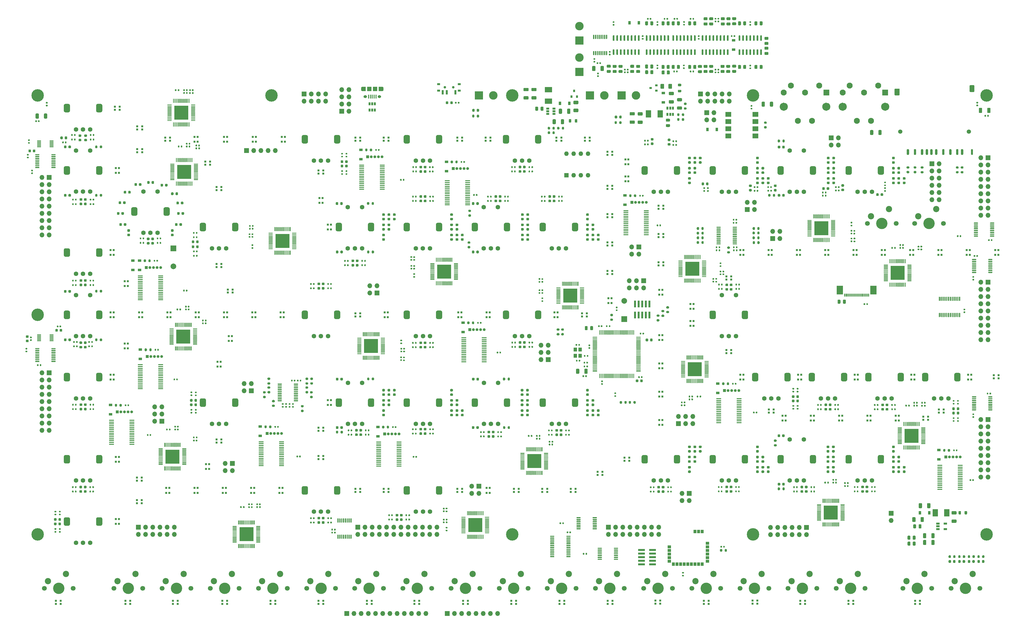
<source format=gbr>
%TF.GenerationSoftware,KiCad,Pcbnew,(5.1.9-0-10_14)*%
%TF.CreationDate,2021-03-16T15:37:56+11:00*%
%TF.ProjectId,Boom-1-Top,426f6f6d-2d31-42d5-946f-702e6b696361,rev?*%
%TF.SameCoordinates,Original*%
%TF.FileFunction,Soldermask,Top*%
%TF.FilePolarity,Negative*%
%FSLAX46Y46*%
G04 Gerber Fmt 4.6, Leading zero omitted, Abs format (unit mm)*
G04 Created by KiCad (PCBNEW (5.1.9-0-10_14)) date 2021-03-16 15:37:56*
%MOMM*%
%LPD*%
G01*
G04 APERTURE LIST*
%ADD10C,1.449000*%
%ADD11O,1.700000X1.700000*%
%ADD12R,1.700000X1.700000*%
%ADD13C,1.600200*%
%ADD14O,1.600000X1.600000*%
%ADD15R,1.600000X1.600000*%
%ADD16R,1.000000X0.800000*%
%ADD17R,0.700000X1.500000*%
%ADD18C,0.900000*%
%ADD19R,1.220000X0.650000*%
%ADD20R,1.900000X2.500000*%
%ADD21R,0.900000X1.200000*%
%ADD22R,0.800000X0.700000*%
%ADD23C,1.700000*%
%ADD24C,4.000000*%
%ADD25C,2.200000*%
%ADD26R,1.750000X0.450000*%
%ADD27R,0.740000X2.400000*%
%ADD28R,5.000000X5.000000*%
%ADD29R,0.700000X0.800000*%
%ADD30R,0.300000X1.100000*%
%ADD31R,2.300000X3.100000*%
%ADD32C,4.400000*%
%ADD33C,3.000000*%
%ADD34R,3.000000X3.000000*%
%ADD35R,1.200000X0.900000*%
%ADD36R,1.060000X0.650000*%
%ADD37R,0.800000X0.900000*%
%ADD38R,2.500000X1.900000*%
%ADD39R,0.650000X1.060000*%
%ADD40R,0.900000X0.800000*%
%ADD41R,2.400000X0.740000*%
%ADD42R,2.000000X1.780000*%
%ADD43R,2.000000X2.000000*%
%ADD44C,2.000000*%
%ADD45O,1.000000X1.000000*%
%ADD46R,1.000000X1.000000*%
%ADD47R,1.000000X1.200000*%
%ADD48R,1.200000X1.000000*%
%ADD49C,1.500000*%
%ADD50R,0.400000X1.350000*%
%ADD51O,1.250000X0.950000*%
%ADD52R,1.500000X1.550000*%
%ADD53R,1.200000X1.550000*%
%ADD54O,0.890000X1.550000*%
%ADD55R,1.200000X1.400000*%
%ADD56R,1.400000X0.300000*%
%ADD57C,2.100000*%
%ADD58R,2.100000X2.100000*%
%ADD59C,2.390000*%
G04 APERTURE END LIST*
D10*
%TO.C,J3*%
X436429500Y-113700000D02*
G75*
G03*
X436429500Y-113700000I-724500J0D01*
G01*
X421419500Y-113700000D02*
G75*
G03*
X421419500Y-113700000I-724500J0D01*
G01*
%TO.C,J2*%
X415629500Y-113700000D02*
G75*
G03*
X415629500Y-113700000I-724500J0D01*
G01*
X400619500Y-113700000D02*
G75*
G03*
X400619500Y-113700000I-724500J0D01*
G01*
%TD*%
D11*
%TO.C,J54*%
X437800000Y-259840000D03*
D12*
X437800000Y-257300000D03*
%TD*%
%TO.C,SW2*%
G36*
G01*
X157100000Y-137150000D02*
X157100000Y-135250000D01*
G75*
G02*
X157650000Y-134700000I550000J0D01*
G01*
X158750000Y-134700000D01*
G75*
G02*
X159300000Y-135250000I0J-550000D01*
G01*
X159300000Y-137150000D01*
G75*
G02*
X158750000Y-137700000I-550000J0D01*
G01*
X157650000Y-137700000D01*
G75*
G02*
X157100000Y-137150000I0J550000D01*
G01*
G37*
G36*
G01*
X145700000Y-137150000D02*
X145700000Y-135250000D01*
G75*
G02*
X146250000Y-134700000I550000J0D01*
G01*
X147350000Y-134700000D01*
G75*
G02*
X147900000Y-135250000I0J-550000D01*
G01*
X147900000Y-137150000D01*
G75*
G02*
X147350000Y-137700000I-550000J0D01*
G01*
X146250000Y-137700000D01*
G75*
G02*
X145700000Y-137150000I0J550000D01*
G01*
G37*
D13*
X150000000Y-129200000D03*
X155000000Y-129200000D03*
X155000000Y-143700000D03*
X152500000Y-143700000D03*
X150000000Y-143700000D03*
%TD*%
%TO.C,SW1*%
G36*
G01*
X157100000Y-115140000D02*
X157100000Y-113240000D01*
G75*
G02*
X157650000Y-112690000I550000J0D01*
G01*
X158750000Y-112690000D01*
G75*
G02*
X159300000Y-113240000I0J-550000D01*
G01*
X159300000Y-115140000D01*
G75*
G02*
X158750000Y-115690000I-550000J0D01*
G01*
X157650000Y-115690000D01*
G75*
G02*
X157100000Y-115140000I0J550000D01*
G01*
G37*
G36*
G01*
X145700000Y-115150000D02*
X145700000Y-113250000D01*
G75*
G02*
X146250000Y-112700000I550000J0D01*
G01*
X147350000Y-112700000D01*
G75*
G02*
X147900000Y-113250000I0J-550000D01*
G01*
X147900000Y-115150000D01*
G75*
G02*
X147350000Y-115700000I-550000J0D01*
G01*
X146250000Y-115700000D01*
G75*
G02*
X145700000Y-115150000I0J550000D01*
G01*
G37*
X150000000Y-121700000D03*
X152500000Y-121700000D03*
X155000000Y-121700000D03*
%TD*%
%TO.C,U1*%
G36*
G01*
X334750000Y-194150000D02*
X334750000Y-192700000D01*
G75*
G02*
X334825000Y-192625000I75000J0D01*
G01*
X334975000Y-192625000D01*
G75*
G02*
X335050000Y-192700000I0J-75000D01*
G01*
X335050000Y-194150000D01*
G75*
G02*
X334975000Y-194225000I-75000J0D01*
G01*
X334825000Y-194225000D01*
G75*
G02*
X334750000Y-194150000I0J75000D01*
G01*
G37*
G36*
G01*
X335250000Y-194150000D02*
X335250000Y-192700000D01*
G75*
G02*
X335325000Y-192625000I75000J0D01*
G01*
X335475000Y-192625000D01*
G75*
G02*
X335550000Y-192700000I0J-75000D01*
G01*
X335550000Y-194150000D01*
G75*
G02*
X335475000Y-194225000I-75000J0D01*
G01*
X335325000Y-194225000D01*
G75*
G02*
X335250000Y-194150000I0J75000D01*
G01*
G37*
G36*
G01*
X335750000Y-194150000D02*
X335750000Y-192700000D01*
G75*
G02*
X335825000Y-192625000I75000J0D01*
G01*
X335975000Y-192625000D01*
G75*
G02*
X336050000Y-192700000I0J-75000D01*
G01*
X336050000Y-194150000D01*
G75*
G02*
X335975000Y-194225000I-75000J0D01*
G01*
X335825000Y-194225000D01*
G75*
G02*
X335750000Y-194150000I0J75000D01*
G01*
G37*
G36*
G01*
X336250000Y-194150000D02*
X336250000Y-192700000D01*
G75*
G02*
X336325000Y-192625000I75000J0D01*
G01*
X336475000Y-192625000D01*
G75*
G02*
X336550000Y-192700000I0J-75000D01*
G01*
X336550000Y-194150000D01*
G75*
G02*
X336475000Y-194225000I-75000J0D01*
G01*
X336325000Y-194225000D01*
G75*
G02*
X336250000Y-194150000I0J75000D01*
G01*
G37*
G36*
G01*
X336750000Y-194150000D02*
X336750000Y-192700000D01*
G75*
G02*
X336825000Y-192625000I75000J0D01*
G01*
X336975000Y-192625000D01*
G75*
G02*
X337050000Y-192700000I0J-75000D01*
G01*
X337050000Y-194150000D01*
G75*
G02*
X336975000Y-194225000I-75000J0D01*
G01*
X336825000Y-194225000D01*
G75*
G02*
X336750000Y-194150000I0J75000D01*
G01*
G37*
G36*
G01*
X337250000Y-194150000D02*
X337250000Y-192700000D01*
G75*
G02*
X337325000Y-192625000I75000J0D01*
G01*
X337475000Y-192625000D01*
G75*
G02*
X337550000Y-192700000I0J-75000D01*
G01*
X337550000Y-194150000D01*
G75*
G02*
X337475000Y-194225000I-75000J0D01*
G01*
X337325000Y-194225000D01*
G75*
G02*
X337250000Y-194150000I0J75000D01*
G01*
G37*
G36*
G01*
X337750000Y-194150000D02*
X337750000Y-192700000D01*
G75*
G02*
X337825000Y-192625000I75000J0D01*
G01*
X337975000Y-192625000D01*
G75*
G02*
X338050000Y-192700000I0J-75000D01*
G01*
X338050000Y-194150000D01*
G75*
G02*
X337975000Y-194225000I-75000J0D01*
G01*
X337825000Y-194225000D01*
G75*
G02*
X337750000Y-194150000I0J75000D01*
G01*
G37*
G36*
G01*
X338250000Y-194150000D02*
X338250000Y-192700000D01*
G75*
G02*
X338325000Y-192625000I75000J0D01*
G01*
X338475000Y-192625000D01*
G75*
G02*
X338550000Y-192700000I0J-75000D01*
G01*
X338550000Y-194150000D01*
G75*
G02*
X338475000Y-194225000I-75000J0D01*
G01*
X338325000Y-194225000D01*
G75*
G02*
X338250000Y-194150000I0J75000D01*
G01*
G37*
G36*
G01*
X338750000Y-194150000D02*
X338750000Y-192700000D01*
G75*
G02*
X338825000Y-192625000I75000J0D01*
G01*
X338975000Y-192625000D01*
G75*
G02*
X339050000Y-192700000I0J-75000D01*
G01*
X339050000Y-194150000D01*
G75*
G02*
X338975000Y-194225000I-75000J0D01*
G01*
X338825000Y-194225000D01*
G75*
G02*
X338750000Y-194150000I0J75000D01*
G01*
G37*
G36*
G01*
X339250000Y-194150000D02*
X339250000Y-192700000D01*
G75*
G02*
X339325000Y-192625000I75000J0D01*
G01*
X339475000Y-192625000D01*
G75*
G02*
X339550000Y-192700000I0J-75000D01*
G01*
X339550000Y-194150000D01*
G75*
G02*
X339475000Y-194225000I-75000J0D01*
G01*
X339325000Y-194225000D01*
G75*
G02*
X339250000Y-194150000I0J75000D01*
G01*
G37*
G36*
G01*
X339750000Y-194150000D02*
X339750000Y-192700000D01*
G75*
G02*
X339825000Y-192625000I75000J0D01*
G01*
X339975000Y-192625000D01*
G75*
G02*
X340050000Y-192700000I0J-75000D01*
G01*
X340050000Y-194150000D01*
G75*
G02*
X339975000Y-194225000I-75000J0D01*
G01*
X339825000Y-194225000D01*
G75*
G02*
X339750000Y-194150000I0J75000D01*
G01*
G37*
G36*
G01*
X340250000Y-194150000D02*
X340250000Y-192700000D01*
G75*
G02*
X340325000Y-192625000I75000J0D01*
G01*
X340475000Y-192625000D01*
G75*
G02*
X340550000Y-192700000I0J-75000D01*
G01*
X340550000Y-194150000D01*
G75*
G02*
X340475000Y-194225000I-75000J0D01*
G01*
X340325000Y-194225000D01*
G75*
G02*
X340250000Y-194150000I0J75000D01*
G01*
G37*
G36*
G01*
X340750000Y-194150000D02*
X340750000Y-192700000D01*
G75*
G02*
X340825000Y-192625000I75000J0D01*
G01*
X340975000Y-192625000D01*
G75*
G02*
X341050000Y-192700000I0J-75000D01*
G01*
X341050000Y-194150000D01*
G75*
G02*
X340975000Y-194225000I-75000J0D01*
G01*
X340825000Y-194225000D01*
G75*
G02*
X340750000Y-194150000I0J75000D01*
G01*
G37*
G36*
G01*
X341250000Y-194150000D02*
X341250000Y-192700000D01*
G75*
G02*
X341325000Y-192625000I75000J0D01*
G01*
X341475000Y-192625000D01*
G75*
G02*
X341550000Y-192700000I0J-75000D01*
G01*
X341550000Y-194150000D01*
G75*
G02*
X341475000Y-194225000I-75000J0D01*
G01*
X341325000Y-194225000D01*
G75*
G02*
X341250000Y-194150000I0J75000D01*
G01*
G37*
G36*
G01*
X341750000Y-194150000D02*
X341750000Y-192700000D01*
G75*
G02*
X341825000Y-192625000I75000J0D01*
G01*
X341975000Y-192625000D01*
G75*
G02*
X342050000Y-192700000I0J-75000D01*
G01*
X342050000Y-194150000D01*
G75*
G02*
X341975000Y-194225000I-75000J0D01*
G01*
X341825000Y-194225000D01*
G75*
G02*
X341750000Y-194150000I0J75000D01*
G01*
G37*
G36*
G01*
X342250000Y-194150000D02*
X342250000Y-192700000D01*
G75*
G02*
X342325000Y-192625000I75000J0D01*
G01*
X342475000Y-192625000D01*
G75*
G02*
X342550000Y-192700000I0J-75000D01*
G01*
X342550000Y-194150000D01*
G75*
G02*
X342475000Y-194225000I-75000J0D01*
G01*
X342325000Y-194225000D01*
G75*
G02*
X342250000Y-194150000I0J75000D01*
G01*
G37*
G36*
G01*
X342750000Y-194150000D02*
X342750000Y-192700000D01*
G75*
G02*
X342825000Y-192625000I75000J0D01*
G01*
X342975000Y-192625000D01*
G75*
G02*
X343050000Y-192700000I0J-75000D01*
G01*
X343050000Y-194150000D01*
G75*
G02*
X342975000Y-194225000I-75000J0D01*
G01*
X342825000Y-194225000D01*
G75*
G02*
X342750000Y-194150000I0J75000D01*
G01*
G37*
G36*
G01*
X343250000Y-194150000D02*
X343250000Y-192700000D01*
G75*
G02*
X343325000Y-192625000I75000J0D01*
G01*
X343475000Y-192625000D01*
G75*
G02*
X343550000Y-192700000I0J-75000D01*
G01*
X343550000Y-194150000D01*
G75*
G02*
X343475000Y-194225000I-75000J0D01*
G01*
X343325000Y-194225000D01*
G75*
G02*
X343250000Y-194150000I0J75000D01*
G01*
G37*
G36*
G01*
X343750000Y-194150000D02*
X343750000Y-192700000D01*
G75*
G02*
X343825000Y-192625000I75000J0D01*
G01*
X343975000Y-192625000D01*
G75*
G02*
X344050000Y-192700000I0J-75000D01*
G01*
X344050000Y-194150000D01*
G75*
G02*
X343975000Y-194225000I-75000J0D01*
G01*
X343825000Y-194225000D01*
G75*
G02*
X343750000Y-194150000I0J75000D01*
G01*
G37*
G36*
G01*
X344250000Y-194150000D02*
X344250000Y-192700000D01*
G75*
G02*
X344325000Y-192625000I75000J0D01*
G01*
X344475000Y-192625000D01*
G75*
G02*
X344550000Y-192700000I0J-75000D01*
G01*
X344550000Y-194150000D01*
G75*
G02*
X344475000Y-194225000I-75000J0D01*
G01*
X344325000Y-194225000D01*
G75*
G02*
X344250000Y-194150000I0J75000D01*
G01*
G37*
G36*
G01*
X344750000Y-194150000D02*
X344750000Y-192700000D01*
G75*
G02*
X344825000Y-192625000I75000J0D01*
G01*
X344975000Y-192625000D01*
G75*
G02*
X345050000Y-192700000I0J-75000D01*
G01*
X345050000Y-194150000D01*
G75*
G02*
X344975000Y-194225000I-75000J0D01*
G01*
X344825000Y-194225000D01*
G75*
G02*
X344750000Y-194150000I0J75000D01*
G01*
G37*
G36*
G01*
X345250000Y-194150000D02*
X345250000Y-192700000D01*
G75*
G02*
X345325000Y-192625000I75000J0D01*
G01*
X345475000Y-192625000D01*
G75*
G02*
X345550000Y-192700000I0J-75000D01*
G01*
X345550000Y-194150000D01*
G75*
G02*
X345475000Y-194225000I-75000J0D01*
G01*
X345325000Y-194225000D01*
G75*
G02*
X345250000Y-194150000I0J75000D01*
G01*
G37*
G36*
G01*
X345750000Y-194150000D02*
X345750000Y-192700000D01*
G75*
G02*
X345825000Y-192625000I75000J0D01*
G01*
X345975000Y-192625000D01*
G75*
G02*
X346050000Y-192700000I0J-75000D01*
G01*
X346050000Y-194150000D01*
G75*
G02*
X345975000Y-194225000I-75000J0D01*
G01*
X345825000Y-194225000D01*
G75*
G02*
X345750000Y-194150000I0J75000D01*
G01*
G37*
G36*
G01*
X346250000Y-194150000D02*
X346250000Y-192700000D01*
G75*
G02*
X346325000Y-192625000I75000J0D01*
G01*
X346475000Y-192625000D01*
G75*
G02*
X346550000Y-192700000I0J-75000D01*
G01*
X346550000Y-194150000D01*
G75*
G02*
X346475000Y-194225000I-75000J0D01*
G01*
X346325000Y-194225000D01*
G75*
G02*
X346250000Y-194150000I0J75000D01*
G01*
G37*
G36*
G01*
X346750000Y-194150000D02*
X346750000Y-192700000D01*
G75*
G02*
X346825000Y-192625000I75000J0D01*
G01*
X346975000Y-192625000D01*
G75*
G02*
X347050000Y-192700000I0J-75000D01*
G01*
X347050000Y-194150000D01*
G75*
G02*
X346975000Y-194225000I-75000J0D01*
G01*
X346825000Y-194225000D01*
G75*
G02*
X346750000Y-194150000I0J75000D01*
G01*
G37*
G36*
G01*
X347775000Y-195175000D02*
X347775000Y-195025000D01*
G75*
G02*
X347850000Y-194950000I75000J0D01*
G01*
X349300000Y-194950000D01*
G75*
G02*
X349375000Y-195025000I0J-75000D01*
G01*
X349375000Y-195175000D01*
G75*
G02*
X349300000Y-195250000I-75000J0D01*
G01*
X347850000Y-195250000D01*
G75*
G02*
X347775000Y-195175000I0J75000D01*
G01*
G37*
G36*
G01*
X347775000Y-195675000D02*
X347775000Y-195525000D01*
G75*
G02*
X347850000Y-195450000I75000J0D01*
G01*
X349300000Y-195450000D01*
G75*
G02*
X349375000Y-195525000I0J-75000D01*
G01*
X349375000Y-195675000D01*
G75*
G02*
X349300000Y-195750000I-75000J0D01*
G01*
X347850000Y-195750000D01*
G75*
G02*
X347775000Y-195675000I0J75000D01*
G01*
G37*
G36*
G01*
X347775000Y-196175000D02*
X347775000Y-196025000D01*
G75*
G02*
X347850000Y-195950000I75000J0D01*
G01*
X349300000Y-195950000D01*
G75*
G02*
X349375000Y-196025000I0J-75000D01*
G01*
X349375000Y-196175000D01*
G75*
G02*
X349300000Y-196250000I-75000J0D01*
G01*
X347850000Y-196250000D01*
G75*
G02*
X347775000Y-196175000I0J75000D01*
G01*
G37*
G36*
G01*
X347775000Y-196675000D02*
X347775000Y-196525000D01*
G75*
G02*
X347850000Y-196450000I75000J0D01*
G01*
X349300000Y-196450000D01*
G75*
G02*
X349375000Y-196525000I0J-75000D01*
G01*
X349375000Y-196675000D01*
G75*
G02*
X349300000Y-196750000I-75000J0D01*
G01*
X347850000Y-196750000D01*
G75*
G02*
X347775000Y-196675000I0J75000D01*
G01*
G37*
G36*
G01*
X347775000Y-197175000D02*
X347775000Y-197025000D01*
G75*
G02*
X347850000Y-196950000I75000J0D01*
G01*
X349300000Y-196950000D01*
G75*
G02*
X349375000Y-197025000I0J-75000D01*
G01*
X349375000Y-197175000D01*
G75*
G02*
X349300000Y-197250000I-75000J0D01*
G01*
X347850000Y-197250000D01*
G75*
G02*
X347775000Y-197175000I0J75000D01*
G01*
G37*
G36*
G01*
X347775000Y-197675000D02*
X347775000Y-197525000D01*
G75*
G02*
X347850000Y-197450000I75000J0D01*
G01*
X349300000Y-197450000D01*
G75*
G02*
X349375000Y-197525000I0J-75000D01*
G01*
X349375000Y-197675000D01*
G75*
G02*
X349300000Y-197750000I-75000J0D01*
G01*
X347850000Y-197750000D01*
G75*
G02*
X347775000Y-197675000I0J75000D01*
G01*
G37*
G36*
G01*
X347775000Y-198175000D02*
X347775000Y-198025000D01*
G75*
G02*
X347850000Y-197950000I75000J0D01*
G01*
X349300000Y-197950000D01*
G75*
G02*
X349375000Y-198025000I0J-75000D01*
G01*
X349375000Y-198175000D01*
G75*
G02*
X349300000Y-198250000I-75000J0D01*
G01*
X347850000Y-198250000D01*
G75*
G02*
X347775000Y-198175000I0J75000D01*
G01*
G37*
G36*
G01*
X347775000Y-198675000D02*
X347775000Y-198525000D01*
G75*
G02*
X347850000Y-198450000I75000J0D01*
G01*
X349300000Y-198450000D01*
G75*
G02*
X349375000Y-198525000I0J-75000D01*
G01*
X349375000Y-198675000D01*
G75*
G02*
X349300000Y-198750000I-75000J0D01*
G01*
X347850000Y-198750000D01*
G75*
G02*
X347775000Y-198675000I0J75000D01*
G01*
G37*
G36*
G01*
X347775000Y-199175000D02*
X347775000Y-199025000D01*
G75*
G02*
X347850000Y-198950000I75000J0D01*
G01*
X349300000Y-198950000D01*
G75*
G02*
X349375000Y-199025000I0J-75000D01*
G01*
X349375000Y-199175000D01*
G75*
G02*
X349300000Y-199250000I-75000J0D01*
G01*
X347850000Y-199250000D01*
G75*
G02*
X347775000Y-199175000I0J75000D01*
G01*
G37*
G36*
G01*
X347775000Y-199675000D02*
X347775000Y-199525000D01*
G75*
G02*
X347850000Y-199450000I75000J0D01*
G01*
X349300000Y-199450000D01*
G75*
G02*
X349375000Y-199525000I0J-75000D01*
G01*
X349375000Y-199675000D01*
G75*
G02*
X349300000Y-199750000I-75000J0D01*
G01*
X347850000Y-199750000D01*
G75*
G02*
X347775000Y-199675000I0J75000D01*
G01*
G37*
G36*
G01*
X347775000Y-200175000D02*
X347775000Y-200025000D01*
G75*
G02*
X347850000Y-199950000I75000J0D01*
G01*
X349300000Y-199950000D01*
G75*
G02*
X349375000Y-200025000I0J-75000D01*
G01*
X349375000Y-200175000D01*
G75*
G02*
X349300000Y-200250000I-75000J0D01*
G01*
X347850000Y-200250000D01*
G75*
G02*
X347775000Y-200175000I0J75000D01*
G01*
G37*
G36*
G01*
X347775000Y-200675000D02*
X347775000Y-200525000D01*
G75*
G02*
X347850000Y-200450000I75000J0D01*
G01*
X349300000Y-200450000D01*
G75*
G02*
X349375000Y-200525000I0J-75000D01*
G01*
X349375000Y-200675000D01*
G75*
G02*
X349300000Y-200750000I-75000J0D01*
G01*
X347850000Y-200750000D01*
G75*
G02*
X347775000Y-200675000I0J75000D01*
G01*
G37*
G36*
G01*
X347775000Y-201175000D02*
X347775000Y-201025000D01*
G75*
G02*
X347850000Y-200950000I75000J0D01*
G01*
X349300000Y-200950000D01*
G75*
G02*
X349375000Y-201025000I0J-75000D01*
G01*
X349375000Y-201175000D01*
G75*
G02*
X349300000Y-201250000I-75000J0D01*
G01*
X347850000Y-201250000D01*
G75*
G02*
X347775000Y-201175000I0J75000D01*
G01*
G37*
G36*
G01*
X347775000Y-201675000D02*
X347775000Y-201525000D01*
G75*
G02*
X347850000Y-201450000I75000J0D01*
G01*
X349300000Y-201450000D01*
G75*
G02*
X349375000Y-201525000I0J-75000D01*
G01*
X349375000Y-201675000D01*
G75*
G02*
X349300000Y-201750000I-75000J0D01*
G01*
X347850000Y-201750000D01*
G75*
G02*
X347775000Y-201675000I0J75000D01*
G01*
G37*
G36*
G01*
X347775000Y-202175000D02*
X347775000Y-202025000D01*
G75*
G02*
X347850000Y-201950000I75000J0D01*
G01*
X349300000Y-201950000D01*
G75*
G02*
X349375000Y-202025000I0J-75000D01*
G01*
X349375000Y-202175000D01*
G75*
G02*
X349300000Y-202250000I-75000J0D01*
G01*
X347850000Y-202250000D01*
G75*
G02*
X347775000Y-202175000I0J75000D01*
G01*
G37*
G36*
G01*
X347775000Y-202675000D02*
X347775000Y-202525000D01*
G75*
G02*
X347850000Y-202450000I75000J0D01*
G01*
X349300000Y-202450000D01*
G75*
G02*
X349375000Y-202525000I0J-75000D01*
G01*
X349375000Y-202675000D01*
G75*
G02*
X349300000Y-202750000I-75000J0D01*
G01*
X347850000Y-202750000D01*
G75*
G02*
X347775000Y-202675000I0J75000D01*
G01*
G37*
G36*
G01*
X347775000Y-203175000D02*
X347775000Y-203025000D01*
G75*
G02*
X347850000Y-202950000I75000J0D01*
G01*
X349300000Y-202950000D01*
G75*
G02*
X349375000Y-203025000I0J-75000D01*
G01*
X349375000Y-203175000D01*
G75*
G02*
X349300000Y-203250000I-75000J0D01*
G01*
X347850000Y-203250000D01*
G75*
G02*
X347775000Y-203175000I0J75000D01*
G01*
G37*
G36*
G01*
X347775000Y-203675000D02*
X347775000Y-203525000D01*
G75*
G02*
X347850000Y-203450000I75000J0D01*
G01*
X349300000Y-203450000D01*
G75*
G02*
X349375000Y-203525000I0J-75000D01*
G01*
X349375000Y-203675000D01*
G75*
G02*
X349300000Y-203750000I-75000J0D01*
G01*
X347850000Y-203750000D01*
G75*
G02*
X347775000Y-203675000I0J75000D01*
G01*
G37*
G36*
G01*
X347775000Y-204175000D02*
X347775000Y-204025000D01*
G75*
G02*
X347850000Y-203950000I75000J0D01*
G01*
X349300000Y-203950000D01*
G75*
G02*
X349375000Y-204025000I0J-75000D01*
G01*
X349375000Y-204175000D01*
G75*
G02*
X349300000Y-204250000I-75000J0D01*
G01*
X347850000Y-204250000D01*
G75*
G02*
X347775000Y-204175000I0J75000D01*
G01*
G37*
G36*
G01*
X347775000Y-204675000D02*
X347775000Y-204525000D01*
G75*
G02*
X347850000Y-204450000I75000J0D01*
G01*
X349300000Y-204450000D01*
G75*
G02*
X349375000Y-204525000I0J-75000D01*
G01*
X349375000Y-204675000D01*
G75*
G02*
X349300000Y-204750000I-75000J0D01*
G01*
X347850000Y-204750000D01*
G75*
G02*
X347775000Y-204675000I0J75000D01*
G01*
G37*
G36*
G01*
X347775000Y-205175000D02*
X347775000Y-205025000D01*
G75*
G02*
X347850000Y-204950000I75000J0D01*
G01*
X349300000Y-204950000D01*
G75*
G02*
X349375000Y-205025000I0J-75000D01*
G01*
X349375000Y-205175000D01*
G75*
G02*
X349300000Y-205250000I-75000J0D01*
G01*
X347850000Y-205250000D01*
G75*
G02*
X347775000Y-205175000I0J75000D01*
G01*
G37*
G36*
G01*
X347775000Y-205675000D02*
X347775000Y-205525000D01*
G75*
G02*
X347850000Y-205450000I75000J0D01*
G01*
X349300000Y-205450000D01*
G75*
G02*
X349375000Y-205525000I0J-75000D01*
G01*
X349375000Y-205675000D01*
G75*
G02*
X349300000Y-205750000I-75000J0D01*
G01*
X347850000Y-205750000D01*
G75*
G02*
X347775000Y-205675000I0J75000D01*
G01*
G37*
G36*
G01*
X347775000Y-206175000D02*
X347775000Y-206025000D01*
G75*
G02*
X347850000Y-205950000I75000J0D01*
G01*
X349300000Y-205950000D01*
G75*
G02*
X349375000Y-206025000I0J-75000D01*
G01*
X349375000Y-206175000D01*
G75*
G02*
X349300000Y-206250000I-75000J0D01*
G01*
X347850000Y-206250000D01*
G75*
G02*
X347775000Y-206175000I0J75000D01*
G01*
G37*
G36*
G01*
X347775000Y-206675000D02*
X347775000Y-206525000D01*
G75*
G02*
X347850000Y-206450000I75000J0D01*
G01*
X349300000Y-206450000D01*
G75*
G02*
X349375000Y-206525000I0J-75000D01*
G01*
X349375000Y-206675000D01*
G75*
G02*
X349300000Y-206750000I-75000J0D01*
G01*
X347850000Y-206750000D01*
G75*
G02*
X347775000Y-206675000I0J75000D01*
G01*
G37*
G36*
G01*
X347775000Y-207175000D02*
X347775000Y-207025000D01*
G75*
G02*
X347850000Y-206950000I75000J0D01*
G01*
X349300000Y-206950000D01*
G75*
G02*
X349375000Y-207025000I0J-75000D01*
G01*
X349375000Y-207175000D01*
G75*
G02*
X349300000Y-207250000I-75000J0D01*
G01*
X347850000Y-207250000D01*
G75*
G02*
X347775000Y-207175000I0J75000D01*
G01*
G37*
G36*
G01*
X346750000Y-209500000D02*
X346750000Y-208050000D01*
G75*
G02*
X346825000Y-207975000I75000J0D01*
G01*
X346975000Y-207975000D01*
G75*
G02*
X347050000Y-208050000I0J-75000D01*
G01*
X347050000Y-209500000D01*
G75*
G02*
X346975000Y-209575000I-75000J0D01*
G01*
X346825000Y-209575000D01*
G75*
G02*
X346750000Y-209500000I0J75000D01*
G01*
G37*
G36*
G01*
X346250000Y-209500000D02*
X346250000Y-208050000D01*
G75*
G02*
X346325000Y-207975000I75000J0D01*
G01*
X346475000Y-207975000D01*
G75*
G02*
X346550000Y-208050000I0J-75000D01*
G01*
X346550000Y-209500000D01*
G75*
G02*
X346475000Y-209575000I-75000J0D01*
G01*
X346325000Y-209575000D01*
G75*
G02*
X346250000Y-209500000I0J75000D01*
G01*
G37*
G36*
G01*
X345750000Y-209500000D02*
X345750000Y-208050000D01*
G75*
G02*
X345825000Y-207975000I75000J0D01*
G01*
X345975000Y-207975000D01*
G75*
G02*
X346050000Y-208050000I0J-75000D01*
G01*
X346050000Y-209500000D01*
G75*
G02*
X345975000Y-209575000I-75000J0D01*
G01*
X345825000Y-209575000D01*
G75*
G02*
X345750000Y-209500000I0J75000D01*
G01*
G37*
G36*
G01*
X345250000Y-209500000D02*
X345250000Y-208050000D01*
G75*
G02*
X345325000Y-207975000I75000J0D01*
G01*
X345475000Y-207975000D01*
G75*
G02*
X345550000Y-208050000I0J-75000D01*
G01*
X345550000Y-209500000D01*
G75*
G02*
X345475000Y-209575000I-75000J0D01*
G01*
X345325000Y-209575000D01*
G75*
G02*
X345250000Y-209500000I0J75000D01*
G01*
G37*
G36*
G01*
X344750000Y-209500000D02*
X344750000Y-208050000D01*
G75*
G02*
X344825000Y-207975000I75000J0D01*
G01*
X344975000Y-207975000D01*
G75*
G02*
X345050000Y-208050000I0J-75000D01*
G01*
X345050000Y-209500000D01*
G75*
G02*
X344975000Y-209575000I-75000J0D01*
G01*
X344825000Y-209575000D01*
G75*
G02*
X344750000Y-209500000I0J75000D01*
G01*
G37*
G36*
G01*
X344250000Y-209500000D02*
X344250000Y-208050000D01*
G75*
G02*
X344325000Y-207975000I75000J0D01*
G01*
X344475000Y-207975000D01*
G75*
G02*
X344550000Y-208050000I0J-75000D01*
G01*
X344550000Y-209500000D01*
G75*
G02*
X344475000Y-209575000I-75000J0D01*
G01*
X344325000Y-209575000D01*
G75*
G02*
X344250000Y-209500000I0J75000D01*
G01*
G37*
G36*
G01*
X343750000Y-209500000D02*
X343750000Y-208050000D01*
G75*
G02*
X343825000Y-207975000I75000J0D01*
G01*
X343975000Y-207975000D01*
G75*
G02*
X344050000Y-208050000I0J-75000D01*
G01*
X344050000Y-209500000D01*
G75*
G02*
X343975000Y-209575000I-75000J0D01*
G01*
X343825000Y-209575000D01*
G75*
G02*
X343750000Y-209500000I0J75000D01*
G01*
G37*
G36*
G01*
X343250000Y-209500000D02*
X343250000Y-208050000D01*
G75*
G02*
X343325000Y-207975000I75000J0D01*
G01*
X343475000Y-207975000D01*
G75*
G02*
X343550000Y-208050000I0J-75000D01*
G01*
X343550000Y-209500000D01*
G75*
G02*
X343475000Y-209575000I-75000J0D01*
G01*
X343325000Y-209575000D01*
G75*
G02*
X343250000Y-209500000I0J75000D01*
G01*
G37*
G36*
G01*
X342750000Y-209500000D02*
X342750000Y-208050000D01*
G75*
G02*
X342825000Y-207975000I75000J0D01*
G01*
X342975000Y-207975000D01*
G75*
G02*
X343050000Y-208050000I0J-75000D01*
G01*
X343050000Y-209500000D01*
G75*
G02*
X342975000Y-209575000I-75000J0D01*
G01*
X342825000Y-209575000D01*
G75*
G02*
X342750000Y-209500000I0J75000D01*
G01*
G37*
G36*
G01*
X342250000Y-209500000D02*
X342250000Y-208050000D01*
G75*
G02*
X342325000Y-207975000I75000J0D01*
G01*
X342475000Y-207975000D01*
G75*
G02*
X342550000Y-208050000I0J-75000D01*
G01*
X342550000Y-209500000D01*
G75*
G02*
X342475000Y-209575000I-75000J0D01*
G01*
X342325000Y-209575000D01*
G75*
G02*
X342250000Y-209500000I0J75000D01*
G01*
G37*
G36*
G01*
X341750000Y-209500000D02*
X341750000Y-208050000D01*
G75*
G02*
X341825000Y-207975000I75000J0D01*
G01*
X341975000Y-207975000D01*
G75*
G02*
X342050000Y-208050000I0J-75000D01*
G01*
X342050000Y-209500000D01*
G75*
G02*
X341975000Y-209575000I-75000J0D01*
G01*
X341825000Y-209575000D01*
G75*
G02*
X341750000Y-209500000I0J75000D01*
G01*
G37*
G36*
G01*
X341250000Y-209500000D02*
X341250000Y-208050000D01*
G75*
G02*
X341325000Y-207975000I75000J0D01*
G01*
X341475000Y-207975000D01*
G75*
G02*
X341550000Y-208050000I0J-75000D01*
G01*
X341550000Y-209500000D01*
G75*
G02*
X341475000Y-209575000I-75000J0D01*
G01*
X341325000Y-209575000D01*
G75*
G02*
X341250000Y-209500000I0J75000D01*
G01*
G37*
G36*
G01*
X340750000Y-209500000D02*
X340750000Y-208050000D01*
G75*
G02*
X340825000Y-207975000I75000J0D01*
G01*
X340975000Y-207975000D01*
G75*
G02*
X341050000Y-208050000I0J-75000D01*
G01*
X341050000Y-209500000D01*
G75*
G02*
X340975000Y-209575000I-75000J0D01*
G01*
X340825000Y-209575000D01*
G75*
G02*
X340750000Y-209500000I0J75000D01*
G01*
G37*
G36*
G01*
X340250000Y-209500000D02*
X340250000Y-208050000D01*
G75*
G02*
X340325000Y-207975000I75000J0D01*
G01*
X340475000Y-207975000D01*
G75*
G02*
X340550000Y-208050000I0J-75000D01*
G01*
X340550000Y-209500000D01*
G75*
G02*
X340475000Y-209575000I-75000J0D01*
G01*
X340325000Y-209575000D01*
G75*
G02*
X340250000Y-209500000I0J75000D01*
G01*
G37*
G36*
G01*
X339750000Y-209500000D02*
X339750000Y-208050000D01*
G75*
G02*
X339825000Y-207975000I75000J0D01*
G01*
X339975000Y-207975000D01*
G75*
G02*
X340050000Y-208050000I0J-75000D01*
G01*
X340050000Y-209500000D01*
G75*
G02*
X339975000Y-209575000I-75000J0D01*
G01*
X339825000Y-209575000D01*
G75*
G02*
X339750000Y-209500000I0J75000D01*
G01*
G37*
G36*
G01*
X339250000Y-209500000D02*
X339250000Y-208050000D01*
G75*
G02*
X339325000Y-207975000I75000J0D01*
G01*
X339475000Y-207975000D01*
G75*
G02*
X339550000Y-208050000I0J-75000D01*
G01*
X339550000Y-209500000D01*
G75*
G02*
X339475000Y-209575000I-75000J0D01*
G01*
X339325000Y-209575000D01*
G75*
G02*
X339250000Y-209500000I0J75000D01*
G01*
G37*
G36*
G01*
X338750000Y-209500000D02*
X338750000Y-208050000D01*
G75*
G02*
X338825000Y-207975000I75000J0D01*
G01*
X338975000Y-207975000D01*
G75*
G02*
X339050000Y-208050000I0J-75000D01*
G01*
X339050000Y-209500000D01*
G75*
G02*
X338975000Y-209575000I-75000J0D01*
G01*
X338825000Y-209575000D01*
G75*
G02*
X338750000Y-209500000I0J75000D01*
G01*
G37*
G36*
G01*
X338250000Y-209500000D02*
X338250000Y-208050000D01*
G75*
G02*
X338325000Y-207975000I75000J0D01*
G01*
X338475000Y-207975000D01*
G75*
G02*
X338550000Y-208050000I0J-75000D01*
G01*
X338550000Y-209500000D01*
G75*
G02*
X338475000Y-209575000I-75000J0D01*
G01*
X338325000Y-209575000D01*
G75*
G02*
X338250000Y-209500000I0J75000D01*
G01*
G37*
G36*
G01*
X337750000Y-209500000D02*
X337750000Y-208050000D01*
G75*
G02*
X337825000Y-207975000I75000J0D01*
G01*
X337975000Y-207975000D01*
G75*
G02*
X338050000Y-208050000I0J-75000D01*
G01*
X338050000Y-209500000D01*
G75*
G02*
X337975000Y-209575000I-75000J0D01*
G01*
X337825000Y-209575000D01*
G75*
G02*
X337750000Y-209500000I0J75000D01*
G01*
G37*
G36*
G01*
X337250000Y-209500000D02*
X337250000Y-208050000D01*
G75*
G02*
X337325000Y-207975000I75000J0D01*
G01*
X337475000Y-207975000D01*
G75*
G02*
X337550000Y-208050000I0J-75000D01*
G01*
X337550000Y-209500000D01*
G75*
G02*
X337475000Y-209575000I-75000J0D01*
G01*
X337325000Y-209575000D01*
G75*
G02*
X337250000Y-209500000I0J75000D01*
G01*
G37*
G36*
G01*
X336750000Y-209500000D02*
X336750000Y-208050000D01*
G75*
G02*
X336825000Y-207975000I75000J0D01*
G01*
X336975000Y-207975000D01*
G75*
G02*
X337050000Y-208050000I0J-75000D01*
G01*
X337050000Y-209500000D01*
G75*
G02*
X336975000Y-209575000I-75000J0D01*
G01*
X336825000Y-209575000D01*
G75*
G02*
X336750000Y-209500000I0J75000D01*
G01*
G37*
G36*
G01*
X336250000Y-209500000D02*
X336250000Y-208050000D01*
G75*
G02*
X336325000Y-207975000I75000J0D01*
G01*
X336475000Y-207975000D01*
G75*
G02*
X336550000Y-208050000I0J-75000D01*
G01*
X336550000Y-209500000D01*
G75*
G02*
X336475000Y-209575000I-75000J0D01*
G01*
X336325000Y-209575000D01*
G75*
G02*
X336250000Y-209500000I0J75000D01*
G01*
G37*
G36*
G01*
X335750000Y-209500000D02*
X335750000Y-208050000D01*
G75*
G02*
X335825000Y-207975000I75000J0D01*
G01*
X335975000Y-207975000D01*
G75*
G02*
X336050000Y-208050000I0J-75000D01*
G01*
X336050000Y-209500000D01*
G75*
G02*
X335975000Y-209575000I-75000J0D01*
G01*
X335825000Y-209575000D01*
G75*
G02*
X335750000Y-209500000I0J75000D01*
G01*
G37*
G36*
G01*
X335250000Y-209500000D02*
X335250000Y-208050000D01*
G75*
G02*
X335325000Y-207975000I75000J0D01*
G01*
X335475000Y-207975000D01*
G75*
G02*
X335550000Y-208050000I0J-75000D01*
G01*
X335550000Y-209500000D01*
G75*
G02*
X335475000Y-209575000I-75000J0D01*
G01*
X335325000Y-209575000D01*
G75*
G02*
X335250000Y-209500000I0J75000D01*
G01*
G37*
G36*
G01*
X334750000Y-209500000D02*
X334750000Y-208050000D01*
G75*
G02*
X334825000Y-207975000I75000J0D01*
G01*
X334975000Y-207975000D01*
G75*
G02*
X335050000Y-208050000I0J-75000D01*
G01*
X335050000Y-209500000D01*
G75*
G02*
X334975000Y-209575000I-75000J0D01*
G01*
X334825000Y-209575000D01*
G75*
G02*
X334750000Y-209500000I0J75000D01*
G01*
G37*
G36*
G01*
X332425000Y-207175000D02*
X332425000Y-207025000D01*
G75*
G02*
X332500000Y-206950000I75000J0D01*
G01*
X333950000Y-206950000D01*
G75*
G02*
X334025000Y-207025000I0J-75000D01*
G01*
X334025000Y-207175000D01*
G75*
G02*
X333950000Y-207250000I-75000J0D01*
G01*
X332500000Y-207250000D01*
G75*
G02*
X332425000Y-207175000I0J75000D01*
G01*
G37*
G36*
G01*
X332425000Y-206675000D02*
X332425000Y-206525000D01*
G75*
G02*
X332500000Y-206450000I75000J0D01*
G01*
X333950000Y-206450000D01*
G75*
G02*
X334025000Y-206525000I0J-75000D01*
G01*
X334025000Y-206675000D01*
G75*
G02*
X333950000Y-206750000I-75000J0D01*
G01*
X332500000Y-206750000D01*
G75*
G02*
X332425000Y-206675000I0J75000D01*
G01*
G37*
G36*
G01*
X332425000Y-206175000D02*
X332425000Y-206025000D01*
G75*
G02*
X332500000Y-205950000I75000J0D01*
G01*
X333950000Y-205950000D01*
G75*
G02*
X334025000Y-206025000I0J-75000D01*
G01*
X334025000Y-206175000D01*
G75*
G02*
X333950000Y-206250000I-75000J0D01*
G01*
X332500000Y-206250000D01*
G75*
G02*
X332425000Y-206175000I0J75000D01*
G01*
G37*
G36*
G01*
X332425000Y-205675000D02*
X332425000Y-205525000D01*
G75*
G02*
X332500000Y-205450000I75000J0D01*
G01*
X333950000Y-205450000D01*
G75*
G02*
X334025000Y-205525000I0J-75000D01*
G01*
X334025000Y-205675000D01*
G75*
G02*
X333950000Y-205750000I-75000J0D01*
G01*
X332500000Y-205750000D01*
G75*
G02*
X332425000Y-205675000I0J75000D01*
G01*
G37*
G36*
G01*
X332425000Y-205175000D02*
X332425000Y-205025000D01*
G75*
G02*
X332500000Y-204950000I75000J0D01*
G01*
X333950000Y-204950000D01*
G75*
G02*
X334025000Y-205025000I0J-75000D01*
G01*
X334025000Y-205175000D01*
G75*
G02*
X333950000Y-205250000I-75000J0D01*
G01*
X332500000Y-205250000D01*
G75*
G02*
X332425000Y-205175000I0J75000D01*
G01*
G37*
G36*
G01*
X332425000Y-204675000D02*
X332425000Y-204525000D01*
G75*
G02*
X332500000Y-204450000I75000J0D01*
G01*
X333950000Y-204450000D01*
G75*
G02*
X334025000Y-204525000I0J-75000D01*
G01*
X334025000Y-204675000D01*
G75*
G02*
X333950000Y-204750000I-75000J0D01*
G01*
X332500000Y-204750000D01*
G75*
G02*
X332425000Y-204675000I0J75000D01*
G01*
G37*
G36*
G01*
X332425000Y-204175000D02*
X332425000Y-204025000D01*
G75*
G02*
X332500000Y-203950000I75000J0D01*
G01*
X333950000Y-203950000D01*
G75*
G02*
X334025000Y-204025000I0J-75000D01*
G01*
X334025000Y-204175000D01*
G75*
G02*
X333950000Y-204250000I-75000J0D01*
G01*
X332500000Y-204250000D01*
G75*
G02*
X332425000Y-204175000I0J75000D01*
G01*
G37*
G36*
G01*
X332425000Y-203675000D02*
X332425000Y-203525000D01*
G75*
G02*
X332500000Y-203450000I75000J0D01*
G01*
X333950000Y-203450000D01*
G75*
G02*
X334025000Y-203525000I0J-75000D01*
G01*
X334025000Y-203675000D01*
G75*
G02*
X333950000Y-203750000I-75000J0D01*
G01*
X332500000Y-203750000D01*
G75*
G02*
X332425000Y-203675000I0J75000D01*
G01*
G37*
G36*
G01*
X332425000Y-203175000D02*
X332425000Y-203025000D01*
G75*
G02*
X332500000Y-202950000I75000J0D01*
G01*
X333950000Y-202950000D01*
G75*
G02*
X334025000Y-203025000I0J-75000D01*
G01*
X334025000Y-203175000D01*
G75*
G02*
X333950000Y-203250000I-75000J0D01*
G01*
X332500000Y-203250000D01*
G75*
G02*
X332425000Y-203175000I0J75000D01*
G01*
G37*
G36*
G01*
X332425000Y-202675000D02*
X332425000Y-202525000D01*
G75*
G02*
X332500000Y-202450000I75000J0D01*
G01*
X333950000Y-202450000D01*
G75*
G02*
X334025000Y-202525000I0J-75000D01*
G01*
X334025000Y-202675000D01*
G75*
G02*
X333950000Y-202750000I-75000J0D01*
G01*
X332500000Y-202750000D01*
G75*
G02*
X332425000Y-202675000I0J75000D01*
G01*
G37*
G36*
G01*
X332425000Y-202175000D02*
X332425000Y-202025000D01*
G75*
G02*
X332500000Y-201950000I75000J0D01*
G01*
X333950000Y-201950000D01*
G75*
G02*
X334025000Y-202025000I0J-75000D01*
G01*
X334025000Y-202175000D01*
G75*
G02*
X333950000Y-202250000I-75000J0D01*
G01*
X332500000Y-202250000D01*
G75*
G02*
X332425000Y-202175000I0J75000D01*
G01*
G37*
G36*
G01*
X332425000Y-201675000D02*
X332425000Y-201525000D01*
G75*
G02*
X332500000Y-201450000I75000J0D01*
G01*
X333950000Y-201450000D01*
G75*
G02*
X334025000Y-201525000I0J-75000D01*
G01*
X334025000Y-201675000D01*
G75*
G02*
X333950000Y-201750000I-75000J0D01*
G01*
X332500000Y-201750000D01*
G75*
G02*
X332425000Y-201675000I0J75000D01*
G01*
G37*
G36*
G01*
X332425000Y-201175000D02*
X332425000Y-201025000D01*
G75*
G02*
X332500000Y-200950000I75000J0D01*
G01*
X333950000Y-200950000D01*
G75*
G02*
X334025000Y-201025000I0J-75000D01*
G01*
X334025000Y-201175000D01*
G75*
G02*
X333950000Y-201250000I-75000J0D01*
G01*
X332500000Y-201250000D01*
G75*
G02*
X332425000Y-201175000I0J75000D01*
G01*
G37*
G36*
G01*
X332425000Y-200675000D02*
X332425000Y-200525000D01*
G75*
G02*
X332500000Y-200450000I75000J0D01*
G01*
X333950000Y-200450000D01*
G75*
G02*
X334025000Y-200525000I0J-75000D01*
G01*
X334025000Y-200675000D01*
G75*
G02*
X333950000Y-200750000I-75000J0D01*
G01*
X332500000Y-200750000D01*
G75*
G02*
X332425000Y-200675000I0J75000D01*
G01*
G37*
G36*
G01*
X332425000Y-200175000D02*
X332425000Y-200025000D01*
G75*
G02*
X332500000Y-199950000I75000J0D01*
G01*
X333950000Y-199950000D01*
G75*
G02*
X334025000Y-200025000I0J-75000D01*
G01*
X334025000Y-200175000D01*
G75*
G02*
X333950000Y-200250000I-75000J0D01*
G01*
X332500000Y-200250000D01*
G75*
G02*
X332425000Y-200175000I0J75000D01*
G01*
G37*
G36*
G01*
X332425000Y-199675000D02*
X332425000Y-199525000D01*
G75*
G02*
X332500000Y-199450000I75000J0D01*
G01*
X333950000Y-199450000D01*
G75*
G02*
X334025000Y-199525000I0J-75000D01*
G01*
X334025000Y-199675000D01*
G75*
G02*
X333950000Y-199750000I-75000J0D01*
G01*
X332500000Y-199750000D01*
G75*
G02*
X332425000Y-199675000I0J75000D01*
G01*
G37*
G36*
G01*
X332425000Y-199175000D02*
X332425000Y-199025000D01*
G75*
G02*
X332500000Y-198950000I75000J0D01*
G01*
X333950000Y-198950000D01*
G75*
G02*
X334025000Y-199025000I0J-75000D01*
G01*
X334025000Y-199175000D01*
G75*
G02*
X333950000Y-199250000I-75000J0D01*
G01*
X332500000Y-199250000D01*
G75*
G02*
X332425000Y-199175000I0J75000D01*
G01*
G37*
G36*
G01*
X332425000Y-198675000D02*
X332425000Y-198525000D01*
G75*
G02*
X332500000Y-198450000I75000J0D01*
G01*
X333950000Y-198450000D01*
G75*
G02*
X334025000Y-198525000I0J-75000D01*
G01*
X334025000Y-198675000D01*
G75*
G02*
X333950000Y-198750000I-75000J0D01*
G01*
X332500000Y-198750000D01*
G75*
G02*
X332425000Y-198675000I0J75000D01*
G01*
G37*
G36*
G01*
X332425000Y-198175000D02*
X332425000Y-198025000D01*
G75*
G02*
X332500000Y-197950000I75000J0D01*
G01*
X333950000Y-197950000D01*
G75*
G02*
X334025000Y-198025000I0J-75000D01*
G01*
X334025000Y-198175000D01*
G75*
G02*
X333950000Y-198250000I-75000J0D01*
G01*
X332500000Y-198250000D01*
G75*
G02*
X332425000Y-198175000I0J75000D01*
G01*
G37*
G36*
G01*
X332425000Y-197675000D02*
X332425000Y-197525000D01*
G75*
G02*
X332500000Y-197450000I75000J0D01*
G01*
X333950000Y-197450000D01*
G75*
G02*
X334025000Y-197525000I0J-75000D01*
G01*
X334025000Y-197675000D01*
G75*
G02*
X333950000Y-197750000I-75000J0D01*
G01*
X332500000Y-197750000D01*
G75*
G02*
X332425000Y-197675000I0J75000D01*
G01*
G37*
G36*
G01*
X332425000Y-197175000D02*
X332425000Y-197025000D01*
G75*
G02*
X332500000Y-196950000I75000J0D01*
G01*
X333950000Y-196950000D01*
G75*
G02*
X334025000Y-197025000I0J-75000D01*
G01*
X334025000Y-197175000D01*
G75*
G02*
X333950000Y-197250000I-75000J0D01*
G01*
X332500000Y-197250000D01*
G75*
G02*
X332425000Y-197175000I0J75000D01*
G01*
G37*
G36*
G01*
X332425000Y-196675000D02*
X332425000Y-196525000D01*
G75*
G02*
X332500000Y-196450000I75000J0D01*
G01*
X333950000Y-196450000D01*
G75*
G02*
X334025000Y-196525000I0J-75000D01*
G01*
X334025000Y-196675000D01*
G75*
G02*
X333950000Y-196750000I-75000J0D01*
G01*
X332500000Y-196750000D01*
G75*
G02*
X332425000Y-196675000I0J75000D01*
G01*
G37*
G36*
G01*
X332425000Y-196175000D02*
X332425000Y-196025000D01*
G75*
G02*
X332500000Y-195950000I75000J0D01*
G01*
X333950000Y-195950000D01*
G75*
G02*
X334025000Y-196025000I0J-75000D01*
G01*
X334025000Y-196175000D01*
G75*
G02*
X333950000Y-196250000I-75000J0D01*
G01*
X332500000Y-196250000D01*
G75*
G02*
X332425000Y-196175000I0J75000D01*
G01*
G37*
G36*
G01*
X332425000Y-195675000D02*
X332425000Y-195525000D01*
G75*
G02*
X332500000Y-195450000I75000J0D01*
G01*
X333950000Y-195450000D01*
G75*
G02*
X334025000Y-195525000I0J-75000D01*
G01*
X334025000Y-195675000D01*
G75*
G02*
X333950000Y-195750000I-75000J0D01*
G01*
X332500000Y-195750000D01*
G75*
G02*
X332425000Y-195675000I0J75000D01*
G01*
G37*
G36*
G01*
X332425000Y-195175000D02*
X332425000Y-195025000D01*
G75*
G02*
X332500000Y-194950000I75000J0D01*
G01*
X333950000Y-194950000D01*
G75*
G02*
X334025000Y-195025000I0J-75000D01*
G01*
X334025000Y-195175000D01*
G75*
G02*
X333950000Y-195250000I-75000J0D01*
G01*
X332500000Y-195250000D01*
G75*
G02*
X332425000Y-195175000I0J75000D01*
G01*
G37*
%TD*%
%TO.C,R316*%
G36*
G01*
X445412500Y-268450002D02*
X445412500Y-267549998D01*
G75*
G02*
X445662498Y-267300000I249998J0D01*
G01*
X446187502Y-267300000D01*
G75*
G02*
X446437500Y-267549998I0J-249998D01*
G01*
X446437500Y-268450002D01*
G75*
G02*
X446187502Y-268700000I-249998J0D01*
G01*
X445662498Y-268700000D01*
G75*
G02*
X445412500Y-268450002I0J249998D01*
G01*
G37*
G36*
G01*
X443587500Y-268450002D02*
X443587500Y-267549998D01*
G75*
G02*
X443837498Y-267300000I249998J0D01*
G01*
X444362502Y-267300000D01*
G75*
G02*
X444612500Y-267549998I0J-249998D01*
G01*
X444612500Y-268450002D01*
G75*
G02*
X444362502Y-268700000I-249998J0D01*
G01*
X443837498Y-268700000D01*
G75*
G02*
X443587500Y-268450002I0J249998D01*
G01*
G37*
%TD*%
%TO.C,R309*%
G36*
G01*
X445400000Y-266350002D02*
X445400000Y-265449998D01*
G75*
G02*
X445649998Y-265200000I249998J0D01*
G01*
X446175002Y-265200000D01*
G75*
G02*
X446425000Y-265449998I0J-249998D01*
G01*
X446425000Y-266350002D01*
G75*
G02*
X446175002Y-266600000I-249998J0D01*
G01*
X445649998Y-266600000D01*
G75*
G02*
X445400000Y-266350002I0J249998D01*
G01*
G37*
G36*
G01*
X443575000Y-266350002D02*
X443575000Y-265449998D01*
G75*
G02*
X443824998Y-265200000I249998J0D01*
G01*
X444350002Y-265200000D01*
G75*
G02*
X444600000Y-265449998I0J-249998D01*
G01*
X444600000Y-266350002D01*
G75*
G02*
X444350002Y-266600000I-249998J0D01*
G01*
X443824998Y-266600000D01*
G75*
G02*
X443575000Y-266350002I0J249998D01*
G01*
G37*
%TD*%
%TO.C,C235*%
G36*
G01*
X446600000Y-261425000D02*
X446600000Y-262375000D01*
G75*
G02*
X446350000Y-262625000I-250000J0D01*
G01*
X445850000Y-262625000D01*
G75*
G02*
X445600000Y-262375000I0J250000D01*
G01*
X445600000Y-261425000D01*
G75*
G02*
X445850000Y-261175000I250000J0D01*
G01*
X446350000Y-261175000D01*
G75*
G02*
X446600000Y-261425000I0J-250000D01*
G01*
G37*
G36*
G01*
X448500000Y-261425000D02*
X448500000Y-262375000D01*
G75*
G02*
X448250000Y-262625000I-250000J0D01*
G01*
X447750000Y-262625000D01*
G75*
G02*
X447500000Y-262375000I0J250000D01*
G01*
X447500000Y-261425000D01*
G75*
G02*
X447750000Y-261175000I250000J0D01*
G01*
X448250000Y-261175000D01*
G75*
G02*
X448500000Y-261425000I0J-250000D01*
G01*
G37*
%TD*%
%TO.C,R161*%
G36*
G01*
X329860000Y-201515000D02*
X329860000Y-201885000D01*
G75*
G02*
X329725000Y-202020000I-135000J0D01*
G01*
X329455000Y-202020000D01*
G75*
G02*
X329320000Y-201885000I0J135000D01*
G01*
X329320000Y-201515000D01*
G75*
G02*
X329455000Y-201380000I135000J0D01*
G01*
X329725000Y-201380000D01*
G75*
G02*
X329860000Y-201515000I0J-135000D01*
G01*
G37*
G36*
G01*
X330880000Y-201515000D02*
X330880000Y-201885000D01*
G75*
G02*
X330745000Y-202020000I-135000J0D01*
G01*
X330475000Y-202020000D01*
G75*
G02*
X330340000Y-201885000I0J135000D01*
G01*
X330340000Y-201515000D01*
G75*
G02*
X330475000Y-201380000I135000J0D01*
G01*
X330745000Y-201380000D01*
G75*
G02*
X330880000Y-201515000I0J-135000D01*
G01*
G37*
%TD*%
D14*
%TO.C,U57*%
X323200000Y-130280000D03*
X330820000Y-137900000D03*
X325740000Y-130280000D03*
X328280000Y-137900000D03*
X328280000Y-130280000D03*
X325740000Y-137900000D03*
X330820000Y-130280000D03*
D15*
X323200000Y-137900000D03*
%TD*%
%TO.C,R315*%
G36*
G01*
X318225000Y-121575000D02*
X318225000Y-121025000D01*
G75*
G02*
X318425000Y-120825000I200000J0D01*
G01*
X318825000Y-120825000D01*
G75*
G02*
X319025000Y-121025000I0J-200000D01*
G01*
X319025000Y-121575000D01*
G75*
G02*
X318825000Y-121775000I-200000J0D01*
G01*
X318425000Y-121775000D01*
G75*
G02*
X318225000Y-121575000I0J200000D01*
G01*
G37*
G36*
G01*
X316575000Y-121575000D02*
X316575000Y-121025000D01*
G75*
G02*
X316775000Y-120825000I200000J0D01*
G01*
X317175000Y-120825000D01*
G75*
G02*
X317375000Y-121025000I0J-200000D01*
G01*
X317375000Y-121575000D01*
G75*
G02*
X317175000Y-121775000I-200000J0D01*
G01*
X316775000Y-121775000D01*
G75*
G02*
X316575000Y-121575000I0J200000D01*
G01*
G37*
%TD*%
%TO.C,R217*%
G36*
G01*
X317375000Y-122625000D02*
X317375000Y-123175000D01*
G75*
G02*
X317175000Y-123375000I-200000J0D01*
G01*
X316775000Y-123375000D01*
G75*
G02*
X316575000Y-123175000I0J200000D01*
G01*
X316575000Y-122625000D01*
G75*
G02*
X316775000Y-122425000I200000J0D01*
G01*
X317175000Y-122425000D01*
G75*
G02*
X317375000Y-122625000I0J-200000D01*
G01*
G37*
G36*
G01*
X319025000Y-122625000D02*
X319025000Y-123175000D01*
G75*
G02*
X318825000Y-123375000I-200000J0D01*
G01*
X318425000Y-123375000D01*
G75*
G02*
X318225000Y-123175000I0J200000D01*
G01*
X318225000Y-122625000D01*
G75*
G02*
X318425000Y-122425000I200000J0D01*
G01*
X318825000Y-122425000D01*
G75*
G02*
X319025000Y-122625000I0J-200000D01*
G01*
G37*
%TD*%
%TO.C,U56*%
G36*
G01*
X339925000Y-269750000D02*
X339925000Y-269550000D01*
G75*
G02*
X340025000Y-269450000I100000J0D01*
G01*
X341300000Y-269450000D01*
G75*
G02*
X341400000Y-269550000I0J-100000D01*
G01*
X341400000Y-269750000D01*
G75*
G02*
X341300000Y-269850000I-100000J0D01*
G01*
X340025000Y-269850000D01*
G75*
G02*
X339925000Y-269750000I0J100000D01*
G01*
G37*
G36*
G01*
X339925000Y-270400000D02*
X339925000Y-270200000D01*
G75*
G02*
X340025000Y-270100000I100000J0D01*
G01*
X341300000Y-270100000D01*
G75*
G02*
X341400000Y-270200000I0J-100000D01*
G01*
X341400000Y-270400000D01*
G75*
G02*
X341300000Y-270500000I-100000J0D01*
G01*
X340025000Y-270500000D01*
G75*
G02*
X339925000Y-270400000I0J100000D01*
G01*
G37*
G36*
G01*
X339925000Y-271050000D02*
X339925000Y-270850000D01*
G75*
G02*
X340025000Y-270750000I100000J0D01*
G01*
X341300000Y-270750000D01*
G75*
G02*
X341400000Y-270850000I0J-100000D01*
G01*
X341400000Y-271050000D01*
G75*
G02*
X341300000Y-271150000I-100000J0D01*
G01*
X340025000Y-271150000D01*
G75*
G02*
X339925000Y-271050000I0J100000D01*
G01*
G37*
G36*
G01*
X339925000Y-271700000D02*
X339925000Y-271500000D01*
G75*
G02*
X340025000Y-271400000I100000J0D01*
G01*
X341300000Y-271400000D01*
G75*
G02*
X341400000Y-271500000I0J-100000D01*
G01*
X341400000Y-271700000D01*
G75*
G02*
X341300000Y-271800000I-100000J0D01*
G01*
X340025000Y-271800000D01*
G75*
G02*
X339925000Y-271700000I0J100000D01*
G01*
G37*
G36*
G01*
X339925000Y-272350000D02*
X339925000Y-272150000D01*
G75*
G02*
X340025000Y-272050000I100000J0D01*
G01*
X341300000Y-272050000D01*
G75*
G02*
X341400000Y-272150000I0J-100000D01*
G01*
X341400000Y-272350000D01*
G75*
G02*
X341300000Y-272450000I-100000J0D01*
G01*
X340025000Y-272450000D01*
G75*
G02*
X339925000Y-272350000I0J100000D01*
G01*
G37*
G36*
G01*
X339925000Y-273000000D02*
X339925000Y-272800000D01*
G75*
G02*
X340025000Y-272700000I100000J0D01*
G01*
X341300000Y-272700000D01*
G75*
G02*
X341400000Y-272800000I0J-100000D01*
G01*
X341400000Y-273000000D01*
G75*
G02*
X341300000Y-273100000I-100000J0D01*
G01*
X340025000Y-273100000D01*
G75*
G02*
X339925000Y-273000000I0J100000D01*
G01*
G37*
G36*
G01*
X339925000Y-273650000D02*
X339925000Y-273450000D01*
G75*
G02*
X340025000Y-273350000I100000J0D01*
G01*
X341300000Y-273350000D01*
G75*
G02*
X341400000Y-273450000I0J-100000D01*
G01*
X341400000Y-273650000D01*
G75*
G02*
X341300000Y-273750000I-100000J0D01*
G01*
X340025000Y-273750000D01*
G75*
G02*
X339925000Y-273650000I0J100000D01*
G01*
G37*
G36*
G01*
X334200000Y-273650000D02*
X334200000Y-273450000D01*
G75*
G02*
X334300000Y-273350000I100000J0D01*
G01*
X335575000Y-273350000D01*
G75*
G02*
X335675000Y-273450000I0J-100000D01*
G01*
X335675000Y-273650000D01*
G75*
G02*
X335575000Y-273750000I-100000J0D01*
G01*
X334300000Y-273750000D01*
G75*
G02*
X334200000Y-273650000I0J100000D01*
G01*
G37*
G36*
G01*
X334200000Y-273000000D02*
X334200000Y-272800000D01*
G75*
G02*
X334300000Y-272700000I100000J0D01*
G01*
X335575000Y-272700000D01*
G75*
G02*
X335675000Y-272800000I0J-100000D01*
G01*
X335675000Y-273000000D01*
G75*
G02*
X335575000Y-273100000I-100000J0D01*
G01*
X334300000Y-273100000D01*
G75*
G02*
X334200000Y-273000000I0J100000D01*
G01*
G37*
G36*
G01*
X334200000Y-272350000D02*
X334200000Y-272150000D01*
G75*
G02*
X334300000Y-272050000I100000J0D01*
G01*
X335575000Y-272050000D01*
G75*
G02*
X335675000Y-272150000I0J-100000D01*
G01*
X335675000Y-272350000D01*
G75*
G02*
X335575000Y-272450000I-100000J0D01*
G01*
X334300000Y-272450000D01*
G75*
G02*
X334200000Y-272350000I0J100000D01*
G01*
G37*
G36*
G01*
X334200000Y-271700000D02*
X334200000Y-271500000D01*
G75*
G02*
X334300000Y-271400000I100000J0D01*
G01*
X335575000Y-271400000D01*
G75*
G02*
X335675000Y-271500000I0J-100000D01*
G01*
X335675000Y-271700000D01*
G75*
G02*
X335575000Y-271800000I-100000J0D01*
G01*
X334300000Y-271800000D01*
G75*
G02*
X334200000Y-271700000I0J100000D01*
G01*
G37*
G36*
G01*
X334200000Y-271050000D02*
X334200000Y-270850000D01*
G75*
G02*
X334300000Y-270750000I100000J0D01*
G01*
X335575000Y-270750000D01*
G75*
G02*
X335675000Y-270850000I0J-100000D01*
G01*
X335675000Y-271050000D01*
G75*
G02*
X335575000Y-271150000I-100000J0D01*
G01*
X334300000Y-271150000D01*
G75*
G02*
X334200000Y-271050000I0J100000D01*
G01*
G37*
G36*
G01*
X334200000Y-270400000D02*
X334200000Y-270200000D01*
G75*
G02*
X334300000Y-270100000I100000J0D01*
G01*
X335575000Y-270100000D01*
G75*
G02*
X335675000Y-270200000I0J-100000D01*
G01*
X335675000Y-270400000D01*
G75*
G02*
X335575000Y-270500000I-100000J0D01*
G01*
X334300000Y-270500000D01*
G75*
G02*
X334200000Y-270400000I0J100000D01*
G01*
G37*
G36*
G01*
X334200000Y-269750000D02*
X334200000Y-269550000D01*
G75*
G02*
X334300000Y-269450000I100000J0D01*
G01*
X335575000Y-269450000D01*
G75*
G02*
X335675000Y-269550000I0J-100000D01*
G01*
X335675000Y-269750000D01*
G75*
G02*
X335575000Y-269850000I-100000J0D01*
G01*
X334300000Y-269850000D01*
G75*
G02*
X334200000Y-269750000I0J100000D01*
G01*
G37*
%TD*%
%TO.C,U55*%
G36*
G01*
X332425000Y-258950000D02*
X332425000Y-258750000D01*
G75*
G02*
X332525000Y-258650000I100000J0D01*
G01*
X333800000Y-258650000D01*
G75*
G02*
X333900000Y-258750000I0J-100000D01*
G01*
X333900000Y-258950000D01*
G75*
G02*
X333800000Y-259050000I-100000J0D01*
G01*
X332525000Y-259050000D01*
G75*
G02*
X332425000Y-258950000I0J100000D01*
G01*
G37*
G36*
G01*
X332425000Y-259600000D02*
X332425000Y-259400000D01*
G75*
G02*
X332525000Y-259300000I100000J0D01*
G01*
X333800000Y-259300000D01*
G75*
G02*
X333900000Y-259400000I0J-100000D01*
G01*
X333900000Y-259600000D01*
G75*
G02*
X333800000Y-259700000I-100000J0D01*
G01*
X332525000Y-259700000D01*
G75*
G02*
X332425000Y-259600000I0J100000D01*
G01*
G37*
G36*
G01*
X332425000Y-260250000D02*
X332425000Y-260050000D01*
G75*
G02*
X332525000Y-259950000I100000J0D01*
G01*
X333800000Y-259950000D01*
G75*
G02*
X333900000Y-260050000I0J-100000D01*
G01*
X333900000Y-260250000D01*
G75*
G02*
X333800000Y-260350000I-100000J0D01*
G01*
X332525000Y-260350000D01*
G75*
G02*
X332425000Y-260250000I0J100000D01*
G01*
G37*
G36*
G01*
X332425000Y-260900000D02*
X332425000Y-260700000D01*
G75*
G02*
X332525000Y-260600000I100000J0D01*
G01*
X333800000Y-260600000D01*
G75*
G02*
X333900000Y-260700000I0J-100000D01*
G01*
X333900000Y-260900000D01*
G75*
G02*
X333800000Y-261000000I-100000J0D01*
G01*
X332525000Y-261000000D01*
G75*
G02*
X332425000Y-260900000I0J100000D01*
G01*
G37*
G36*
G01*
X332425000Y-261550000D02*
X332425000Y-261350000D01*
G75*
G02*
X332525000Y-261250000I100000J0D01*
G01*
X333800000Y-261250000D01*
G75*
G02*
X333900000Y-261350000I0J-100000D01*
G01*
X333900000Y-261550000D01*
G75*
G02*
X333800000Y-261650000I-100000J0D01*
G01*
X332525000Y-261650000D01*
G75*
G02*
X332425000Y-261550000I0J100000D01*
G01*
G37*
G36*
G01*
X332425000Y-262200000D02*
X332425000Y-262000000D01*
G75*
G02*
X332525000Y-261900000I100000J0D01*
G01*
X333800000Y-261900000D01*
G75*
G02*
X333900000Y-262000000I0J-100000D01*
G01*
X333900000Y-262200000D01*
G75*
G02*
X333800000Y-262300000I-100000J0D01*
G01*
X332525000Y-262300000D01*
G75*
G02*
X332425000Y-262200000I0J100000D01*
G01*
G37*
G36*
G01*
X332425000Y-262850000D02*
X332425000Y-262650000D01*
G75*
G02*
X332525000Y-262550000I100000J0D01*
G01*
X333800000Y-262550000D01*
G75*
G02*
X333900000Y-262650000I0J-100000D01*
G01*
X333900000Y-262850000D01*
G75*
G02*
X333800000Y-262950000I-100000J0D01*
G01*
X332525000Y-262950000D01*
G75*
G02*
X332425000Y-262850000I0J100000D01*
G01*
G37*
G36*
G01*
X326700000Y-262850000D02*
X326700000Y-262650000D01*
G75*
G02*
X326800000Y-262550000I100000J0D01*
G01*
X328075000Y-262550000D01*
G75*
G02*
X328175000Y-262650000I0J-100000D01*
G01*
X328175000Y-262850000D01*
G75*
G02*
X328075000Y-262950000I-100000J0D01*
G01*
X326800000Y-262950000D01*
G75*
G02*
X326700000Y-262850000I0J100000D01*
G01*
G37*
G36*
G01*
X326700000Y-262200000D02*
X326700000Y-262000000D01*
G75*
G02*
X326800000Y-261900000I100000J0D01*
G01*
X328075000Y-261900000D01*
G75*
G02*
X328175000Y-262000000I0J-100000D01*
G01*
X328175000Y-262200000D01*
G75*
G02*
X328075000Y-262300000I-100000J0D01*
G01*
X326800000Y-262300000D01*
G75*
G02*
X326700000Y-262200000I0J100000D01*
G01*
G37*
G36*
G01*
X326700000Y-261550000D02*
X326700000Y-261350000D01*
G75*
G02*
X326800000Y-261250000I100000J0D01*
G01*
X328075000Y-261250000D01*
G75*
G02*
X328175000Y-261350000I0J-100000D01*
G01*
X328175000Y-261550000D01*
G75*
G02*
X328075000Y-261650000I-100000J0D01*
G01*
X326800000Y-261650000D01*
G75*
G02*
X326700000Y-261550000I0J100000D01*
G01*
G37*
G36*
G01*
X326700000Y-260900000D02*
X326700000Y-260700000D01*
G75*
G02*
X326800000Y-260600000I100000J0D01*
G01*
X328075000Y-260600000D01*
G75*
G02*
X328175000Y-260700000I0J-100000D01*
G01*
X328175000Y-260900000D01*
G75*
G02*
X328075000Y-261000000I-100000J0D01*
G01*
X326800000Y-261000000D01*
G75*
G02*
X326700000Y-260900000I0J100000D01*
G01*
G37*
G36*
G01*
X326700000Y-260250000D02*
X326700000Y-260050000D01*
G75*
G02*
X326800000Y-259950000I100000J0D01*
G01*
X328075000Y-259950000D01*
G75*
G02*
X328175000Y-260050000I0J-100000D01*
G01*
X328175000Y-260250000D01*
G75*
G02*
X328075000Y-260350000I-100000J0D01*
G01*
X326800000Y-260350000D01*
G75*
G02*
X326700000Y-260250000I0J100000D01*
G01*
G37*
G36*
G01*
X326700000Y-259600000D02*
X326700000Y-259400000D01*
G75*
G02*
X326800000Y-259300000I100000J0D01*
G01*
X328075000Y-259300000D01*
G75*
G02*
X328175000Y-259400000I0J-100000D01*
G01*
X328175000Y-259600000D01*
G75*
G02*
X328075000Y-259700000I-100000J0D01*
G01*
X326800000Y-259700000D01*
G75*
G02*
X326700000Y-259600000I0J100000D01*
G01*
G37*
G36*
G01*
X326700000Y-258950000D02*
X326700000Y-258750000D01*
G75*
G02*
X326800000Y-258650000I100000J0D01*
G01*
X328075000Y-258650000D01*
G75*
G02*
X328175000Y-258750000I0J-100000D01*
G01*
X328175000Y-258950000D01*
G75*
G02*
X328075000Y-259050000I-100000J0D01*
G01*
X326800000Y-259050000D01*
G75*
G02*
X326700000Y-258950000I0J100000D01*
G01*
G37*
%TD*%
%TO.C,C238*%
G36*
G01*
X329900000Y-271770000D02*
X329900000Y-271430000D01*
G75*
G02*
X330040000Y-271290000I140000J0D01*
G01*
X330320000Y-271290000D01*
G75*
G02*
X330460000Y-271430000I0J-140000D01*
G01*
X330460000Y-271770000D01*
G75*
G02*
X330320000Y-271910000I-140000J0D01*
G01*
X330040000Y-271910000D01*
G75*
G02*
X329900000Y-271770000I0J140000D01*
G01*
G37*
G36*
G01*
X328940000Y-271770000D02*
X328940000Y-271430000D01*
G75*
G02*
X329080000Y-271290000I140000J0D01*
G01*
X329360000Y-271290000D01*
G75*
G02*
X329500000Y-271430000I0J-140000D01*
G01*
X329500000Y-271770000D01*
G75*
G02*
X329360000Y-271910000I-140000J0D01*
G01*
X329080000Y-271910000D01*
G75*
G02*
X328940000Y-271770000I0J140000D01*
G01*
G37*
%TD*%
%TO.C,C237*%
G36*
G01*
X321700000Y-260970000D02*
X321700000Y-260630000D01*
G75*
G02*
X321840000Y-260490000I140000J0D01*
G01*
X322120000Y-260490000D01*
G75*
G02*
X322260000Y-260630000I0J-140000D01*
G01*
X322260000Y-260970000D01*
G75*
G02*
X322120000Y-261110000I-140000J0D01*
G01*
X321840000Y-261110000D01*
G75*
G02*
X321700000Y-260970000I0J140000D01*
G01*
G37*
G36*
G01*
X320740000Y-260970000D02*
X320740000Y-260630000D01*
G75*
G02*
X320880000Y-260490000I140000J0D01*
G01*
X321160000Y-260490000D01*
G75*
G02*
X321300000Y-260630000I0J-140000D01*
G01*
X321300000Y-260970000D01*
G75*
G02*
X321160000Y-261110000I-140000J0D01*
G01*
X320880000Y-261110000D01*
G75*
G02*
X320740000Y-260970000I0J140000D01*
G01*
G37*
%TD*%
D11*
%TO.C,J53*%
X220360000Y-129200000D03*
X217820000Y-129200000D03*
X215280000Y-129200000D03*
X212740000Y-129200000D03*
D12*
X210200000Y-129200000D03*
%TD*%
%TO.C,R306*%
G36*
G01*
X337660000Y-191015000D02*
X337660000Y-191385000D01*
G75*
G02*
X337525000Y-191520000I-135000J0D01*
G01*
X337255000Y-191520000D01*
G75*
G02*
X337120000Y-191385000I0J135000D01*
G01*
X337120000Y-191015000D01*
G75*
G02*
X337255000Y-190880000I135000J0D01*
G01*
X337525000Y-190880000D01*
G75*
G02*
X337660000Y-191015000I0J-135000D01*
G01*
G37*
G36*
G01*
X338680000Y-191015000D02*
X338680000Y-191385000D01*
G75*
G02*
X338545000Y-191520000I-135000J0D01*
G01*
X338275000Y-191520000D01*
G75*
G02*
X338140000Y-191385000I0J135000D01*
G01*
X338140000Y-191015000D01*
G75*
G02*
X338275000Y-190880000I135000J0D01*
G01*
X338545000Y-190880000D01*
G75*
G02*
X338680000Y-191015000I0J-135000D01*
G01*
G37*
%TD*%
D16*
%TO.C,SW63*%
X285350000Y-107980000D03*
X278050000Y-107980000D03*
X278050000Y-105770000D03*
X285350000Y-105770000D03*
D17*
X279450000Y-108630000D03*
X280950000Y-108630000D03*
X283950000Y-108630000D03*
D18*
X280200000Y-106870000D03*
X283200000Y-106870000D03*
%TD*%
%TO.C,R314*%
G36*
G01*
X357475000Y-186275000D02*
X356925000Y-186275000D01*
G75*
G02*
X356725000Y-186075000I0J200000D01*
G01*
X356725000Y-185675000D01*
G75*
G02*
X356925000Y-185475000I200000J0D01*
G01*
X357475000Y-185475000D01*
G75*
G02*
X357675000Y-185675000I0J-200000D01*
G01*
X357675000Y-186075000D01*
G75*
G02*
X357475000Y-186275000I-200000J0D01*
G01*
G37*
G36*
G01*
X357475000Y-187925000D02*
X356925000Y-187925000D01*
G75*
G02*
X356725000Y-187725000I0J200000D01*
G01*
X356725000Y-187325000D01*
G75*
G02*
X356925000Y-187125000I200000J0D01*
G01*
X357475000Y-187125000D01*
G75*
G02*
X357675000Y-187325000I0J-200000D01*
G01*
X357675000Y-187725000D01*
G75*
G02*
X357475000Y-187925000I-200000J0D01*
G01*
G37*
%TD*%
%TO.C,R313*%
G36*
G01*
X338825000Y-188525000D02*
X339375000Y-188525000D01*
G75*
G02*
X339575000Y-188725000I0J-200000D01*
G01*
X339575000Y-189125000D01*
G75*
G02*
X339375000Y-189325000I-200000J0D01*
G01*
X338825000Y-189325000D01*
G75*
G02*
X338625000Y-189125000I0J200000D01*
G01*
X338625000Y-188725000D01*
G75*
G02*
X338825000Y-188525000I200000J0D01*
G01*
G37*
G36*
G01*
X338825000Y-186875000D02*
X339375000Y-186875000D01*
G75*
G02*
X339575000Y-187075000I0J-200000D01*
G01*
X339575000Y-187475000D01*
G75*
G02*
X339375000Y-187675000I-200000J0D01*
G01*
X338825000Y-187675000D01*
G75*
G02*
X338625000Y-187475000I0J200000D01*
G01*
X338625000Y-187075000D01*
G75*
G02*
X338825000Y-186875000I200000J0D01*
G01*
G37*
%TD*%
%TO.C,R312*%
G36*
G01*
X355775000Y-187875000D02*
X355225000Y-187875000D01*
G75*
G02*
X355025000Y-187675000I0J200000D01*
G01*
X355025000Y-187275000D01*
G75*
G02*
X355225000Y-187075000I200000J0D01*
G01*
X355775000Y-187075000D01*
G75*
G02*
X355975000Y-187275000I0J-200000D01*
G01*
X355975000Y-187675000D01*
G75*
G02*
X355775000Y-187875000I-200000J0D01*
G01*
G37*
G36*
G01*
X355775000Y-189525000D02*
X355225000Y-189525000D01*
G75*
G02*
X355025000Y-189325000I0J200000D01*
G01*
X355025000Y-188925000D01*
G75*
G02*
X355225000Y-188725000I200000J0D01*
G01*
X355775000Y-188725000D01*
G75*
G02*
X355975000Y-188925000I0J-200000D01*
G01*
X355975000Y-189325000D01*
G75*
G02*
X355775000Y-189525000I-200000J0D01*
G01*
G37*
%TD*%
%TO.C,R307*%
G36*
G01*
X358625000Y-185825000D02*
X359175000Y-185825000D01*
G75*
G02*
X359375000Y-186025000I0J-200000D01*
G01*
X359375000Y-186425000D01*
G75*
G02*
X359175000Y-186625000I-200000J0D01*
G01*
X358625000Y-186625000D01*
G75*
G02*
X358425000Y-186425000I0J200000D01*
G01*
X358425000Y-186025000D01*
G75*
G02*
X358625000Y-185825000I200000J0D01*
G01*
G37*
G36*
G01*
X358625000Y-184175000D02*
X359175000Y-184175000D01*
G75*
G02*
X359375000Y-184375000I0J-200000D01*
G01*
X359375000Y-184775000D01*
G75*
G02*
X359175000Y-184975000I-200000J0D01*
G01*
X358625000Y-184975000D01*
G75*
G02*
X358425000Y-184775000I0J200000D01*
G01*
X358425000Y-184375000D01*
G75*
G02*
X358625000Y-184175000I200000J0D01*
G01*
G37*
%TD*%
%TO.C,R163*%
G36*
G01*
X284830000Y-112485000D02*
X284830000Y-112115000D01*
G75*
G02*
X284965000Y-111980000I135000J0D01*
G01*
X285235000Y-111980000D01*
G75*
G02*
X285370000Y-112115000I0J-135000D01*
G01*
X285370000Y-112485000D01*
G75*
G02*
X285235000Y-112620000I-135000J0D01*
G01*
X284965000Y-112620000D01*
G75*
G02*
X284830000Y-112485000I0J135000D01*
G01*
G37*
G36*
G01*
X283810000Y-112485000D02*
X283810000Y-112115000D01*
G75*
G02*
X283945000Y-111980000I135000J0D01*
G01*
X284215000Y-111980000D01*
G75*
G02*
X284350000Y-112115000I0J-135000D01*
G01*
X284350000Y-112485000D01*
G75*
G02*
X284215000Y-112620000I-135000J0D01*
G01*
X283945000Y-112620000D01*
G75*
G02*
X283810000Y-112485000I0J135000D01*
G01*
G37*
%TD*%
%TO.C,D122*%
G36*
G01*
X281450000Y-112043750D02*
X281450000Y-112556250D01*
G75*
G02*
X281231250Y-112775000I-218750J0D01*
G01*
X280793750Y-112775000D01*
G75*
G02*
X280575000Y-112556250I0J218750D01*
G01*
X280575000Y-112043750D01*
G75*
G02*
X280793750Y-111825000I218750J0D01*
G01*
X281231250Y-111825000D01*
G75*
G02*
X281450000Y-112043750I0J-218750D01*
G01*
G37*
G36*
G01*
X283025000Y-112043750D02*
X283025000Y-112556250D01*
G75*
G02*
X282806250Y-112775000I-218750J0D01*
G01*
X282368750Y-112775000D01*
G75*
G02*
X282150000Y-112556250I0J218750D01*
G01*
X282150000Y-112043750D01*
G75*
G02*
X282368750Y-111825000I218750J0D01*
G01*
X282806250Y-111825000D01*
G75*
G02*
X283025000Y-112043750I0J-218750D01*
G01*
G37*
%TD*%
D19*
%TO.C,U54*%
X456910000Y-260950000D03*
X456910000Y-262850000D03*
X454290000Y-262850000D03*
X454290000Y-261900000D03*
X454290000Y-260950000D03*
%TD*%
%TO.C,R311*%
G36*
G01*
X448200000Y-260125003D02*
X448200000Y-258874997D01*
G75*
G02*
X448449997Y-258625000I249997J0D01*
G01*
X449075003Y-258625000D01*
G75*
G02*
X449325000Y-258874997I0J-249997D01*
G01*
X449325000Y-260125003D01*
G75*
G02*
X449075003Y-260375000I-249997J0D01*
G01*
X448449997Y-260375000D01*
G75*
G02*
X448200000Y-260125003I0J249997D01*
G01*
G37*
G36*
G01*
X445275000Y-260125003D02*
X445275000Y-258874997D01*
G75*
G02*
X445524997Y-258625000I249997J0D01*
G01*
X446150003Y-258625000D01*
G75*
G02*
X446400000Y-258874997I0J-249997D01*
G01*
X446400000Y-260125003D01*
G75*
G02*
X446150003Y-260375000I-249997J0D01*
G01*
X445524997Y-260375000D01*
G75*
G02*
X445275000Y-260125003I0J249997D01*
G01*
G37*
%TD*%
%TO.C,R310*%
G36*
G01*
X452000000Y-268225003D02*
X452000000Y-266974997D01*
G75*
G02*
X452249997Y-266725000I249997J0D01*
G01*
X452875003Y-266725000D01*
G75*
G02*
X453125000Y-266974997I0J-249997D01*
G01*
X453125000Y-268225003D01*
G75*
G02*
X452875003Y-268475000I-249997J0D01*
G01*
X452249997Y-268475000D01*
G75*
G02*
X452000000Y-268225003I0J249997D01*
G01*
G37*
G36*
G01*
X449075000Y-268225003D02*
X449075000Y-266974997D01*
G75*
G02*
X449324997Y-266725000I249997J0D01*
G01*
X449950003Y-266725000D01*
G75*
G02*
X450200000Y-266974997I0J-249997D01*
G01*
X450200000Y-268225003D01*
G75*
G02*
X449950003Y-268475000I-249997J0D01*
G01*
X449324997Y-268475000D01*
G75*
G02*
X449075000Y-268225003I0J249997D01*
G01*
G37*
%TD*%
%TO.C,R308*%
G36*
G01*
X452000000Y-265825003D02*
X452000000Y-264574997D01*
G75*
G02*
X452249997Y-264325000I249997J0D01*
G01*
X452875003Y-264325000D01*
G75*
G02*
X453125000Y-264574997I0J-249997D01*
G01*
X453125000Y-265825003D01*
G75*
G02*
X452875003Y-266075000I-249997J0D01*
G01*
X452249997Y-266075000D01*
G75*
G02*
X452000000Y-265825003I0J249997D01*
G01*
G37*
G36*
G01*
X449075000Y-265825003D02*
X449075000Y-264574997D01*
G75*
G02*
X449324997Y-264325000I249997J0D01*
G01*
X449950003Y-264325000D01*
G75*
G02*
X450200000Y-264574997I0J-249997D01*
G01*
X450200000Y-265825003D01*
G75*
G02*
X449950003Y-266075000I-249997J0D01*
G01*
X449324997Y-266075000D01*
G75*
G02*
X449075000Y-265825003I0J249997D01*
G01*
G37*
%TD*%
D20*
%TO.C,L7*%
X453350000Y-257100000D03*
X457450000Y-257100000D03*
%TD*%
%TO.C,FB2*%
G36*
G01*
X463725000Y-257481250D02*
X463725000Y-256718750D01*
G75*
G02*
X463943750Y-256500000I218750J0D01*
G01*
X464381250Y-256500000D01*
G75*
G02*
X464600000Y-256718750I0J-218750D01*
G01*
X464600000Y-257481250D01*
G75*
G02*
X464381250Y-257700000I-218750J0D01*
G01*
X463943750Y-257700000D01*
G75*
G02*
X463725000Y-257481250I0J218750D01*
G01*
G37*
G36*
G01*
X461600000Y-257481250D02*
X461600000Y-256718750D01*
G75*
G02*
X461818750Y-256500000I218750J0D01*
G01*
X462256250Y-256500000D01*
G75*
G02*
X462475000Y-256718750I0J-218750D01*
G01*
X462475000Y-257481250D01*
G75*
G02*
X462256250Y-257700000I-218750J0D01*
G01*
X461818750Y-257700000D01*
G75*
G02*
X461600000Y-257481250I0J218750D01*
G01*
G37*
%TD*%
D21*
%TO.C,D121*%
X451250000Y-257100000D03*
X447950000Y-257100000D03*
%TD*%
%TO.C,C236*%
G36*
G01*
X450500000Y-255250001D02*
X450500000Y-253949999D01*
G75*
G02*
X450749999Y-253700000I249999J0D01*
G01*
X451400001Y-253700000D01*
G75*
G02*
X451650000Y-253949999I0J-249999D01*
G01*
X451650000Y-255250001D01*
G75*
G02*
X451400001Y-255500000I-249999J0D01*
G01*
X450749999Y-255500000D01*
G75*
G02*
X450500000Y-255250001I0J249999D01*
G01*
G37*
G36*
G01*
X447550000Y-255250001D02*
X447550000Y-253949999D01*
G75*
G02*
X447799999Y-253700000I249999J0D01*
G01*
X448450001Y-253700000D01*
G75*
G02*
X448700000Y-253949999I0J-249999D01*
G01*
X448700000Y-255250001D01*
G75*
G02*
X448450001Y-255500000I-249999J0D01*
G01*
X447799999Y-255500000D01*
G75*
G02*
X447550000Y-255250001I0J249999D01*
G01*
G37*
%TD*%
%TO.C,C234*%
G36*
G01*
X459349999Y-259500000D02*
X460650001Y-259500000D01*
G75*
G02*
X460900000Y-259749999I0J-249999D01*
G01*
X460900000Y-260400001D01*
G75*
G02*
X460650001Y-260650000I-249999J0D01*
G01*
X459349999Y-260650000D01*
G75*
G02*
X459100000Y-260400001I0J249999D01*
G01*
X459100000Y-259749999D01*
G75*
G02*
X459349999Y-259500000I249999J0D01*
G01*
G37*
G36*
G01*
X459349999Y-256550000D02*
X460650001Y-256550000D01*
G75*
G02*
X460900000Y-256799999I0J-249999D01*
G01*
X460900000Y-257450001D01*
G75*
G02*
X460650001Y-257700000I-249999J0D01*
G01*
X459349999Y-257700000D01*
G75*
G02*
X459100000Y-257450001I0J249999D01*
G01*
X459100000Y-256799999D01*
G75*
G02*
X459349999Y-256550000I249999J0D01*
G01*
G37*
%TD*%
D11*
%TO.C,J52*%
X454740000Y-146500000D03*
X452200000Y-146500000D03*
X454740000Y-143960000D03*
X452200000Y-143960000D03*
X454740000Y-141420000D03*
X452200000Y-141420000D03*
X454740000Y-138880000D03*
X452200000Y-138880000D03*
X454740000Y-136340000D03*
X452200000Y-136340000D03*
X454740000Y-133800000D03*
D12*
X452200000Y-133800000D03*
%TD*%
D11*
%TO.C,J51*%
X367780000Y-223060000D03*
X367780000Y-225600000D03*
X365240000Y-223060000D03*
X365240000Y-225600000D03*
X362700000Y-223060000D03*
D12*
X362700000Y-225600000D03*
%TD*%
D11*
%TO.C,J50*%
X345320000Y-177740000D03*
X345320000Y-175200000D03*
X347860000Y-177740000D03*
X347860000Y-175200000D03*
X350400000Y-177740000D03*
D12*
X350400000Y-175200000D03*
%TD*%
D11*
%TO.C,J49*%
X314160000Y-197920000D03*
X316700000Y-197920000D03*
X314160000Y-200460000D03*
X316700000Y-200460000D03*
X314160000Y-203000000D03*
D12*
X316700000Y-203000000D03*
%TD*%
D11*
%TO.C,J48*%
X419140000Y-127240000D03*
X416600000Y-127240000D03*
X419140000Y-124700000D03*
D12*
X416600000Y-124700000D03*
%TD*%
D11*
%TO.C,J47*%
X395200000Y-264840000D03*
X395200000Y-262300000D03*
X397740000Y-264840000D03*
X397740000Y-262300000D03*
X400280000Y-264840000D03*
X400280000Y-262300000D03*
X402820000Y-264840000D03*
X402820000Y-262300000D03*
X405360000Y-264840000D03*
X405360000Y-262300000D03*
X407900000Y-264840000D03*
D12*
X407900000Y-262300000D03*
%TD*%
D11*
%TO.C,J36*%
X177760000Y-219720000D03*
X180300000Y-219720000D03*
X177760000Y-222260000D03*
X180300000Y-222260000D03*
X177760000Y-224800000D03*
D12*
X180300000Y-224800000D03*
%TD*%
D11*
%TO.C,J25*%
X209360000Y-211460000D03*
X209360000Y-214000000D03*
X211900000Y-211460000D03*
D12*
X211900000Y-214000000D03*
%TD*%
D11*
%TO.C,J31*%
X253700000Y-176960000D03*
X253700000Y-179500000D03*
X256240000Y-176960000D03*
D12*
X256240000Y-179500000D03*
%TD*%
D22*
%TO.C,D74*%
X203400000Y-288150000D03*
X201700000Y-288150000D03*
X201700000Y-289250000D03*
X203400000Y-289250000D03*
%TD*%
D23*
%TO.C,SW51*%
X258590000Y-283780000D03*
X248430000Y-283780000D03*
D24*
X253510000Y-283780000D03*
D25*
X249700000Y-281240000D03*
X256050000Y-278700000D03*
%TD*%
D11*
%TO.C,J35*%
X389540000Y-147460000D03*
X387000000Y-147460000D03*
X389540000Y-150000000D03*
D12*
X387000000Y-150000000D03*
%TD*%
D11*
%TO.C,J34*%
X398540000Y-157760000D03*
X396000000Y-157760000D03*
X398540000Y-160300000D03*
D12*
X396000000Y-160300000D03*
%TD*%
D11*
%TO.C,J33*%
X363960000Y-252840000D03*
X366500000Y-252840000D03*
X363960000Y-250300000D03*
D12*
X366500000Y-250300000D03*
%TD*%
D11*
%TO.C,J32*%
X346160000Y-165740000D03*
X348700000Y-165740000D03*
X346160000Y-163200000D03*
D12*
X348700000Y-163200000D03*
%TD*%
D11*
%TO.C,J30*%
X202660000Y-242240000D03*
X205200000Y-242240000D03*
X202660000Y-239700000D03*
D12*
X205200000Y-239700000D03*
%TD*%
D11*
%TO.C,J29*%
X289760000Y-250300000D03*
X292300000Y-250300000D03*
X289760000Y-247760000D03*
D12*
X292300000Y-247760000D03*
%TD*%
D11*
%TO.C,J28*%
X273540000Y-292700000D03*
X271000000Y-292700000D03*
X268460000Y-292700000D03*
X265920000Y-292700000D03*
X263380000Y-292700000D03*
X260840000Y-292700000D03*
X258300000Y-292700000D03*
X255760000Y-292700000D03*
X253220000Y-292700000D03*
X250680000Y-292700000D03*
X248140000Y-292700000D03*
D12*
X245600000Y-292700000D03*
%TD*%
D11*
%TO.C,J27*%
X298880000Y-292700000D03*
X296340000Y-292700000D03*
X293800000Y-292700000D03*
X291260000Y-292700000D03*
X288720000Y-292700000D03*
X286180000Y-292700000D03*
X283640000Y-292700000D03*
D12*
X281100000Y-292700000D03*
%TD*%
D11*
%TO.C,J26*%
X375240000Y-118340000D03*
X375240000Y-115800000D03*
X372700000Y-118340000D03*
D12*
X372700000Y-115800000D03*
%TD*%
D11*
%TO.C,J24*%
X246400000Y-107700000D03*
X243860000Y-107700000D03*
X246400000Y-110240000D03*
X243860000Y-110240000D03*
X246400000Y-112780000D03*
X243860000Y-112780000D03*
X246400000Y-115320000D03*
D12*
X243860000Y-115320000D03*
%TD*%
%TO.C,U6*%
G36*
G01*
X141325000Y-199225000D02*
X141325000Y-199025000D01*
G75*
G02*
X141425000Y-198925000I100000J0D01*
G01*
X142700000Y-198925000D01*
G75*
G02*
X142800000Y-199025000I0J-100000D01*
G01*
X142800000Y-199225000D01*
G75*
G02*
X142700000Y-199325000I-100000J0D01*
G01*
X141425000Y-199325000D01*
G75*
G02*
X141325000Y-199225000I0J100000D01*
G01*
G37*
G36*
G01*
X141325000Y-199875000D02*
X141325000Y-199675000D01*
G75*
G02*
X141425000Y-199575000I100000J0D01*
G01*
X142700000Y-199575000D01*
G75*
G02*
X142800000Y-199675000I0J-100000D01*
G01*
X142800000Y-199875000D01*
G75*
G02*
X142700000Y-199975000I-100000J0D01*
G01*
X141425000Y-199975000D01*
G75*
G02*
X141325000Y-199875000I0J100000D01*
G01*
G37*
G36*
G01*
X141325000Y-200525000D02*
X141325000Y-200325000D01*
G75*
G02*
X141425000Y-200225000I100000J0D01*
G01*
X142700000Y-200225000D01*
G75*
G02*
X142800000Y-200325000I0J-100000D01*
G01*
X142800000Y-200525000D01*
G75*
G02*
X142700000Y-200625000I-100000J0D01*
G01*
X141425000Y-200625000D01*
G75*
G02*
X141325000Y-200525000I0J100000D01*
G01*
G37*
G36*
G01*
X141325000Y-201175000D02*
X141325000Y-200975000D01*
G75*
G02*
X141425000Y-200875000I100000J0D01*
G01*
X142700000Y-200875000D01*
G75*
G02*
X142800000Y-200975000I0J-100000D01*
G01*
X142800000Y-201175000D01*
G75*
G02*
X142700000Y-201275000I-100000J0D01*
G01*
X141425000Y-201275000D01*
G75*
G02*
X141325000Y-201175000I0J100000D01*
G01*
G37*
G36*
G01*
X141325000Y-201825000D02*
X141325000Y-201625000D01*
G75*
G02*
X141425000Y-201525000I100000J0D01*
G01*
X142700000Y-201525000D01*
G75*
G02*
X142800000Y-201625000I0J-100000D01*
G01*
X142800000Y-201825000D01*
G75*
G02*
X142700000Y-201925000I-100000J0D01*
G01*
X141425000Y-201925000D01*
G75*
G02*
X141325000Y-201825000I0J100000D01*
G01*
G37*
G36*
G01*
X141325000Y-202475000D02*
X141325000Y-202275000D01*
G75*
G02*
X141425000Y-202175000I100000J0D01*
G01*
X142700000Y-202175000D01*
G75*
G02*
X142800000Y-202275000I0J-100000D01*
G01*
X142800000Y-202475000D01*
G75*
G02*
X142700000Y-202575000I-100000J0D01*
G01*
X141425000Y-202575000D01*
G75*
G02*
X141325000Y-202475000I0J100000D01*
G01*
G37*
G36*
G01*
X141325000Y-203125000D02*
X141325000Y-202925000D01*
G75*
G02*
X141425000Y-202825000I100000J0D01*
G01*
X142700000Y-202825000D01*
G75*
G02*
X142800000Y-202925000I0J-100000D01*
G01*
X142800000Y-203125000D01*
G75*
G02*
X142700000Y-203225000I-100000J0D01*
G01*
X141425000Y-203225000D01*
G75*
G02*
X141325000Y-203125000I0J100000D01*
G01*
G37*
G36*
G01*
X141325000Y-203775000D02*
X141325000Y-203575000D01*
G75*
G02*
X141425000Y-203475000I100000J0D01*
G01*
X142700000Y-203475000D01*
G75*
G02*
X142800000Y-203575000I0J-100000D01*
G01*
X142800000Y-203775000D01*
G75*
G02*
X142700000Y-203875000I-100000J0D01*
G01*
X141425000Y-203875000D01*
G75*
G02*
X141325000Y-203775000I0J100000D01*
G01*
G37*
G36*
G01*
X135600000Y-203775000D02*
X135600000Y-203575000D01*
G75*
G02*
X135700000Y-203475000I100000J0D01*
G01*
X136975000Y-203475000D01*
G75*
G02*
X137075000Y-203575000I0J-100000D01*
G01*
X137075000Y-203775000D01*
G75*
G02*
X136975000Y-203875000I-100000J0D01*
G01*
X135700000Y-203875000D01*
G75*
G02*
X135600000Y-203775000I0J100000D01*
G01*
G37*
G36*
G01*
X135600000Y-203125000D02*
X135600000Y-202925000D01*
G75*
G02*
X135700000Y-202825000I100000J0D01*
G01*
X136975000Y-202825000D01*
G75*
G02*
X137075000Y-202925000I0J-100000D01*
G01*
X137075000Y-203125000D01*
G75*
G02*
X136975000Y-203225000I-100000J0D01*
G01*
X135700000Y-203225000D01*
G75*
G02*
X135600000Y-203125000I0J100000D01*
G01*
G37*
G36*
G01*
X135600000Y-202475000D02*
X135600000Y-202275000D01*
G75*
G02*
X135700000Y-202175000I100000J0D01*
G01*
X136975000Y-202175000D01*
G75*
G02*
X137075000Y-202275000I0J-100000D01*
G01*
X137075000Y-202475000D01*
G75*
G02*
X136975000Y-202575000I-100000J0D01*
G01*
X135700000Y-202575000D01*
G75*
G02*
X135600000Y-202475000I0J100000D01*
G01*
G37*
G36*
G01*
X135600000Y-201825000D02*
X135600000Y-201625000D01*
G75*
G02*
X135700000Y-201525000I100000J0D01*
G01*
X136975000Y-201525000D01*
G75*
G02*
X137075000Y-201625000I0J-100000D01*
G01*
X137075000Y-201825000D01*
G75*
G02*
X136975000Y-201925000I-100000J0D01*
G01*
X135700000Y-201925000D01*
G75*
G02*
X135600000Y-201825000I0J100000D01*
G01*
G37*
G36*
G01*
X135600000Y-201175000D02*
X135600000Y-200975000D01*
G75*
G02*
X135700000Y-200875000I100000J0D01*
G01*
X136975000Y-200875000D01*
G75*
G02*
X137075000Y-200975000I0J-100000D01*
G01*
X137075000Y-201175000D01*
G75*
G02*
X136975000Y-201275000I-100000J0D01*
G01*
X135700000Y-201275000D01*
G75*
G02*
X135600000Y-201175000I0J100000D01*
G01*
G37*
G36*
G01*
X135600000Y-200525000D02*
X135600000Y-200325000D01*
G75*
G02*
X135700000Y-200225000I100000J0D01*
G01*
X136975000Y-200225000D01*
G75*
G02*
X137075000Y-200325000I0J-100000D01*
G01*
X137075000Y-200525000D01*
G75*
G02*
X136975000Y-200625000I-100000J0D01*
G01*
X135700000Y-200625000D01*
G75*
G02*
X135600000Y-200525000I0J100000D01*
G01*
G37*
G36*
G01*
X135600000Y-199875000D02*
X135600000Y-199675000D01*
G75*
G02*
X135700000Y-199575000I100000J0D01*
G01*
X136975000Y-199575000D01*
G75*
G02*
X137075000Y-199675000I0J-100000D01*
G01*
X137075000Y-199875000D01*
G75*
G02*
X136975000Y-199975000I-100000J0D01*
G01*
X135700000Y-199975000D01*
G75*
G02*
X135600000Y-199875000I0J100000D01*
G01*
G37*
G36*
G01*
X135600000Y-199225000D02*
X135600000Y-199025000D01*
G75*
G02*
X135700000Y-198925000I100000J0D01*
G01*
X136975000Y-198925000D01*
G75*
G02*
X137075000Y-199025000I0J-100000D01*
G01*
X137075000Y-199225000D01*
G75*
G02*
X136975000Y-199325000I-100000J0D01*
G01*
X135700000Y-199325000D01*
G75*
G02*
X135600000Y-199225000I0J100000D01*
G01*
G37*
%TD*%
D26*
%TO.C,U20*%
X462180000Y-240355000D03*
X462180000Y-241005000D03*
X462180000Y-241655000D03*
X462180000Y-242305000D03*
X462180000Y-242955000D03*
X462180000Y-243605000D03*
X462180000Y-244255000D03*
X462180000Y-244905000D03*
X462180000Y-245555000D03*
X462180000Y-246205000D03*
X462180000Y-246855000D03*
X462180000Y-247505000D03*
X462180000Y-248155000D03*
X462180000Y-248805000D03*
X454980000Y-248805000D03*
X454980000Y-248155000D03*
X454980000Y-247505000D03*
X454980000Y-246855000D03*
X454980000Y-246205000D03*
X454980000Y-245555000D03*
X454980000Y-244905000D03*
X454980000Y-244255000D03*
X454980000Y-243605000D03*
X454980000Y-242955000D03*
X454980000Y-242305000D03*
X454980000Y-241655000D03*
X454980000Y-241005000D03*
X454980000Y-240355000D03*
%TD*%
%TO.C,U19*%
X351340000Y-150415000D03*
X351340000Y-151065000D03*
X351340000Y-151715000D03*
X351340000Y-152365000D03*
X351340000Y-153015000D03*
X351340000Y-153665000D03*
X351340000Y-154315000D03*
X351340000Y-154965000D03*
X351340000Y-155615000D03*
X351340000Y-156265000D03*
X351340000Y-156915000D03*
X351340000Y-157565000D03*
X351340000Y-158215000D03*
X351340000Y-158865000D03*
X344140000Y-158865000D03*
X344140000Y-158215000D03*
X344140000Y-157565000D03*
X344140000Y-156915000D03*
X344140000Y-156265000D03*
X344140000Y-155615000D03*
X344140000Y-154965000D03*
X344140000Y-154315000D03*
X344140000Y-153665000D03*
X344140000Y-153015000D03*
X344140000Y-152365000D03*
X344140000Y-151715000D03*
X344140000Y-151065000D03*
X344140000Y-150415000D03*
%TD*%
%TO.C,C233*%
G36*
G01*
X334800000Y-98470000D02*
X334800000Y-98130000D01*
G75*
G02*
X334940000Y-97990000I140000J0D01*
G01*
X335220000Y-97990000D01*
G75*
G02*
X335360000Y-98130000I0J-140000D01*
G01*
X335360000Y-98470000D01*
G75*
G02*
X335220000Y-98610000I-140000J0D01*
G01*
X334940000Y-98610000D01*
G75*
G02*
X334800000Y-98470000I0J140000D01*
G01*
G37*
G36*
G01*
X333840000Y-98470000D02*
X333840000Y-98130000D01*
G75*
G02*
X333980000Y-97990000I140000J0D01*
G01*
X334260000Y-97990000D01*
G75*
G02*
X334400000Y-98130000I0J-140000D01*
G01*
X334400000Y-98470000D01*
G75*
G02*
X334260000Y-98610000I-140000J0D01*
G01*
X333980000Y-98610000D01*
G75*
G02*
X333840000Y-98470000I0J140000D01*
G01*
G37*
%TD*%
%TO.C,L6*%
G36*
G01*
X334472500Y-102225000D02*
X334127500Y-102225000D01*
G75*
G02*
X333980000Y-102077500I0J147500D01*
G01*
X333980000Y-101782500D01*
G75*
G02*
X334127500Y-101635000I147500J0D01*
G01*
X334472500Y-101635000D01*
G75*
G02*
X334620000Y-101782500I0J-147500D01*
G01*
X334620000Y-102077500D01*
G75*
G02*
X334472500Y-102225000I-147500J0D01*
G01*
G37*
G36*
G01*
X334472500Y-103195000D02*
X334127500Y-103195000D01*
G75*
G02*
X333980000Y-103047500I0J147500D01*
G01*
X333980000Y-102752500D01*
G75*
G02*
X334127500Y-102605000I147500J0D01*
G01*
X334472500Y-102605000D01*
G75*
G02*
X334620000Y-102752500I0J-147500D01*
G01*
X334620000Y-103047500D01*
G75*
G02*
X334472500Y-103195000I-147500J0D01*
G01*
G37*
%TD*%
%TO.C,C232*%
G36*
G01*
X335200000Y-100850001D02*
X335200000Y-99549999D01*
G75*
G02*
X335449999Y-99300000I249999J0D01*
G01*
X336100001Y-99300000D01*
G75*
G02*
X336350000Y-99549999I0J-249999D01*
G01*
X336350000Y-100850001D01*
G75*
G02*
X336100001Y-101100000I-249999J0D01*
G01*
X335449999Y-101100000D01*
G75*
G02*
X335200000Y-100850001I0J249999D01*
G01*
G37*
G36*
G01*
X332250000Y-100850001D02*
X332250000Y-99549999D01*
G75*
G02*
X332499999Y-99300000I249999J0D01*
G01*
X333150001Y-99300000D01*
G75*
G02*
X333400000Y-99549999I0J-249999D01*
G01*
X333400000Y-100850001D01*
G75*
G02*
X333150001Y-101100000I-249999J0D01*
G01*
X332499999Y-101100000D01*
G75*
G02*
X332250000Y-100850001I0J249999D01*
G01*
G37*
%TD*%
%TO.C,L5*%
G36*
G01*
X139527500Y-112990000D02*
X139872500Y-112990000D01*
G75*
G02*
X140020000Y-113137500I0J-147500D01*
G01*
X140020000Y-113432500D01*
G75*
G02*
X139872500Y-113580000I-147500J0D01*
G01*
X139527500Y-113580000D01*
G75*
G02*
X139380000Y-113432500I0J147500D01*
G01*
X139380000Y-113137500D01*
G75*
G02*
X139527500Y-112990000I147500J0D01*
G01*
G37*
G36*
G01*
X139527500Y-112020000D02*
X139872500Y-112020000D01*
G75*
G02*
X140020000Y-112167500I0J-147500D01*
G01*
X140020000Y-112462500D01*
G75*
G02*
X139872500Y-112610000I-147500J0D01*
G01*
X139527500Y-112610000D01*
G75*
G02*
X139380000Y-112462500I0J147500D01*
G01*
X139380000Y-112167500D01*
G75*
G02*
X139527500Y-112020000I147500J0D01*
G01*
G37*
%TD*%
%TO.C,C231*%
G36*
G01*
X136600000Y-118970000D02*
X136600000Y-118630000D01*
G75*
G02*
X136740000Y-118490000I140000J0D01*
G01*
X137020000Y-118490000D01*
G75*
G02*
X137160000Y-118630000I0J-140000D01*
G01*
X137160000Y-118970000D01*
G75*
G02*
X137020000Y-119110000I-140000J0D01*
G01*
X136740000Y-119110000D01*
G75*
G02*
X136600000Y-118970000I0J140000D01*
G01*
G37*
G36*
G01*
X135640000Y-118970000D02*
X135640000Y-118630000D01*
G75*
G02*
X135780000Y-118490000I140000J0D01*
G01*
X136060000Y-118490000D01*
G75*
G02*
X136200000Y-118630000I0J-140000D01*
G01*
X136200000Y-118970000D01*
G75*
G02*
X136060000Y-119110000I-140000J0D01*
G01*
X135780000Y-119110000D01*
G75*
G02*
X135640000Y-118970000I0J140000D01*
G01*
G37*
%TD*%
%TO.C,C230*%
G36*
G01*
X138700000Y-117650001D02*
X138700000Y-116349999D01*
G75*
G02*
X138949999Y-116100000I249999J0D01*
G01*
X139600001Y-116100000D01*
G75*
G02*
X139850000Y-116349999I0J-249999D01*
G01*
X139850000Y-117650001D01*
G75*
G02*
X139600001Y-117900000I-249999J0D01*
G01*
X138949999Y-117900000D01*
G75*
G02*
X138700000Y-117650001I0J249999D01*
G01*
G37*
G36*
G01*
X135750000Y-117650001D02*
X135750000Y-116349999D01*
G75*
G02*
X135999999Y-116100000I249999J0D01*
G01*
X136650001Y-116100000D01*
G75*
G02*
X136900000Y-116349999I0J-249999D01*
G01*
X136900000Y-117650001D01*
G75*
G02*
X136650001Y-117900000I-249999J0D01*
G01*
X135999999Y-117900000D01*
G75*
G02*
X135750000Y-117650001I0J249999D01*
G01*
G37*
%TD*%
D27*
%TO.C,J1*%
X347360000Y-187250000D03*
X347360000Y-183350000D03*
X348630000Y-187250000D03*
X348630000Y-183350000D03*
X349900000Y-187250000D03*
X349900000Y-183350000D03*
X351170000Y-187250000D03*
X351170000Y-183350000D03*
X352440000Y-187250000D03*
X352440000Y-183350000D03*
%TD*%
%TO.C,R305*%
G36*
G01*
X380125000Y-164725000D02*
X380675000Y-164725000D01*
G75*
G02*
X380875000Y-164925000I0J-200000D01*
G01*
X380875000Y-165325000D01*
G75*
G02*
X380675000Y-165525000I-200000J0D01*
G01*
X380125000Y-165525000D01*
G75*
G02*
X379925000Y-165325000I0J200000D01*
G01*
X379925000Y-164925000D01*
G75*
G02*
X380125000Y-164725000I200000J0D01*
G01*
G37*
G36*
G01*
X380125000Y-163075000D02*
X380675000Y-163075000D01*
G75*
G02*
X380875000Y-163275000I0J-200000D01*
G01*
X380875000Y-163675000D01*
G75*
G02*
X380675000Y-163875000I-200000J0D01*
G01*
X380125000Y-163875000D01*
G75*
G02*
X379925000Y-163675000I0J200000D01*
G01*
X379925000Y-163275000D01*
G75*
G02*
X380125000Y-163075000I200000J0D01*
G01*
G37*
%TD*%
%TO.C,R304*%
G36*
G01*
X233475000Y-210175000D02*
X232925000Y-210175000D01*
G75*
G02*
X232725000Y-209975000I0J200000D01*
G01*
X232725000Y-209575000D01*
G75*
G02*
X232925000Y-209375000I200000J0D01*
G01*
X233475000Y-209375000D01*
G75*
G02*
X233675000Y-209575000I0J-200000D01*
G01*
X233675000Y-209975000D01*
G75*
G02*
X233475000Y-210175000I-200000J0D01*
G01*
G37*
G36*
G01*
X233475000Y-211825000D02*
X232925000Y-211825000D01*
G75*
G02*
X232725000Y-211625000I0J200000D01*
G01*
X232725000Y-211225000D01*
G75*
G02*
X232925000Y-211025000I200000J0D01*
G01*
X233475000Y-211025000D01*
G75*
G02*
X233675000Y-211225000I0J-200000D01*
G01*
X233675000Y-211625000D01*
G75*
G02*
X233475000Y-211825000I-200000J0D01*
G01*
G37*
%TD*%
%TO.C,C229*%
G36*
G01*
X429050000Y-183570000D02*
X429050000Y-183230000D01*
G75*
G02*
X429190000Y-183090000I140000J0D01*
G01*
X429470000Y-183090000D01*
G75*
G02*
X429610000Y-183230000I0J-140000D01*
G01*
X429610000Y-183570000D01*
G75*
G02*
X429470000Y-183710000I-140000J0D01*
G01*
X429190000Y-183710000D01*
G75*
G02*
X429050000Y-183570000I0J140000D01*
G01*
G37*
G36*
G01*
X428090000Y-183570000D02*
X428090000Y-183230000D01*
G75*
G02*
X428230000Y-183090000I140000J0D01*
G01*
X428510000Y-183090000D01*
G75*
G02*
X428650000Y-183230000I0J-140000D01*
G01*
X428650000Y-183570000D01*
G75*
G02*
X428510000Y-183710000I-140000J0D01*
G01*
X428230000Y-183710000D01*
G75*
G02*
X428090000Y-183570000I0J140000D01*
G01*
G37*
%TD*%
%TO.C,C228*%
G36*
G01*
X419900000Y-182075000D02*
X419900000Y-183025000D01*
G75*
G02*
X419650000Y-183275000I-250000J0D01*
G01*
X419150000Y-183275000D01*
G75*
G02*
X418900000Y-183025000I0J250000D01*
G01*
X418900000Y-182075000D01*
G75*
G02*
X419150000Y-181825000I250000J0D01*
G01*
X419650000Y-181825000D01*
G75*
G02*
X419900000Y-182075000I0J-250000D01*
G01*
G37*
G36*
G01*
X421800000Y-182075000D02*
X421800000Y-183025000D01*
G75*
G02*
X421550000Y-183275000I-250000J0D01*
G01*
X421050000Y-183275000D01*
G75*
G02*
X420800000Y-183025000I0J250000D01*
G01*
X420800000Y-182075000D01*
G75*
G02*
X421050000Y-181825000I250000J0D01*
G01*
X421550000Y-181825000D01*
G75*
G02*
X421800000Y-182075000I0J-250000D01*
G01*
G37*
%TD*%
D26*
%TO.C,U2*%
X179945000Y-173430000D03*
X179945000Y-174080000D03*
X179945000Y-174730000D03*
X179945000Y-175380000D03*
X179945000Y-176030000D03*
X179945000Y-176680000D03*
X179945000Y-177330000D03*
X179945000Y-177980000D03*
X179945000Y-178630000D03*
X179945000Y-179280000D03*
X179945000Y-179930000D03*
X179945000Y-180580000D03*
X179945000Y-181230000D03*
X179945000Y-181880000D03*
X172745000Y-181880000D03*
X172745000Y-181230000D03*
X172745000Y-180580000D03*
X172745000Y-179930000D03*
X172745000Y-179280000D03*
X172745000Y-178630000D03*
X172745000Y-177980000D03*
X172745000Y-177330000D03*
X172745000Y-176680000D03*
X172745000Y-176030000D03*
X172745000Y-175380000D03*
X172745000Y-174730000D03*
X172745000Y-174080000D03*
X172745000Y-173430000D03*
%TD*%
%TO.C,C110*%
G36*
G01*
X240730000Y-263930000D02*
X240730000Y-264270000D01*
G75*
G02*
X240590000Y-264410000I-140000J0D01*
G01*
X240310000Y-264410000D01*
G75*
G02*
X240170000Y-264270000I0J140000D01*
G01*
X240170000Y-263930000D01*
G75*
G02*
X240310000Y-263790000I140000J0D01*
G01*
X240590000Y-263790000D01*
G75*
G02*
X240730000Y-263930000I0J-140000D01*
G01*
G37*
G36*
G01*
X241690000Y-263930000D02*
X241690000Y-264270000D01*
G75*
G02*
X241550000Y-264410000I-140000J0D01*
G01*
X241270000Y-264410000D01*
G75*
G02*
X241130000Y-264270000I0J140000D01*
G01*
X241130000Y-263930000D01*
G75*
G02*
X241270000Y-263790000I140000J0D01*
G01*
X241550000Y-263790000D01*
G75*
G02*
X241690000Y-263930000I0J-140000D01*
G01*
G37*
%TD*%
%TO.C,U53*%
G36*
G01*
X461885000Y-186515000D02*
X462085000Y-186515000D01*
G75*
G02*
X462185000Y-186615000I0J-100000D01*
G01*
X462185000Y-187890000D01*
G75*
G02*
X462085000Y-187990000I-100000J0D01*
G01*
X461885000Y-187990000D01*
G75*
G02*
X461785000Y-187890000I0J100000D01*
G01*
X461785000Y-186615000D01*
G75*
G02*
X461885000Y-186515000I100000J0D01*
G01*
G37*
G36*
G01*
X461235000Y-186515000D02*
X461435000Y-186515000D01*
G75*
G02*
X461535000Y-186615000I0J-100000D01*
G01*
X461535000Y-187890000D01*
G75*
G02*
X461435000Y-187990000I-100000J0D01*
G01*
X461235000Y-187990000D01*
G75*
G02*
X461135000Y-187890000I0J100000D01*
G01*
X461135000Y-186615000D01*
G75*
G02*
X461235000Y-186515000I100000J0D01*
G01*
G37*
G36*
G01*
X460585000Y-186515000D02*
X460785000Y-186515000D01*
G75*
G02*
X460885000Y-186615000I0J-100000D01*
G01*
X460885000Y-187890000D01*
G75*
G02*
X460785000Y-187990000I-100000J0D01*
G01*
X460585000Y-187990000D01*
G75*
G02*
X460485000Y-187890000I0J100000D01*
G01*
X460485000Y-186615000D01*
G75*
G02*
X460585000Y-186515000I100000J0D01*
G01*
G37*
G36*
G01*
X459935000Y-186515000D02*
X460135000Y-186515000D01*
G75*
G02*
X460235000Y-186615000I0J-100000D01*
G01*
X460235000Y-187890000D01*
G75*
G02*
X460135000Y-187990000I-100000J0D01*
G01*
X459935000Y-187990000D01*
G75*
G02*
X459835000Y-187890000I0J100000D01*
G01*
X459835000Y-186615000D01*
G75*
G02*
X459935000Y-186515000I100000J0D01*
G01*
G37*
G36*
G01*
X459285000Y-186515000D02*
X459485000Y-186515000D01*
G75*
G02*
X459585000Y-186615000I0J-100000D01*
G01*
X459585000Y-187890000D01*
G75*
G02*
X459485000Y-187990000I-100000J0D01*
G01*
X459285000Y-187990000D01*
G75*
G02*
X459185000Y-187890000I0J100000D01*
G01*
X459185000Y-186615000D01*
G75*
G02*
X459285000Y-186515000I100000J0D01*
G01*
G37*
G36*
G01*
X458635000Y-186515000D02*
X458835000Y-186515000D01*
G75*
G02*
X458935000Y-186615000I0J-100000D01*
G01*
X458935000Y-187890000D01*
G75*
G02*
X458835000Y-187990000I-100000J0D01*
G01*
X458635000Y-187990000D01*
G75*
G02*
X458535000Y-187890000I0J100000D01*
G01*
X458535000Y-186615000D01*
G75*
G02*
X458635000Y-186515000I100000J0D01*
G01*
G37*
G36*
G01*
X457985000Y-186515000D02*
X458185000Y-186515000D01*
G75*
G02*
X458285000Y-186615000I0J-100000D01*
G01*
X458285000Y-187890000D01*
G75*
G02*
X458185000Y-187990000I-100000J0D01*
G01*
X457985000Y-187990000D01*
G75*
G02*
X457885000Y-187890000I0J100000D01*
G01*
X457885000Y-186615000D01*
G75*
G02*
X457985000Y-186515000I100000J0D01*
G01*
G37*
G36*
G01*
X457335000Y-186515000D02*
X457535000Y-186515000D01*
G75*
G02*
X457635000Y-186615000I0J-100000D01*
G01*
X457635000Y-187890000D01*
G75*
G02*
X457535000Y-187990000I-100000J0D01*
G01*
X457335000Y-187990000D01*
G75*
G02*
X457235000Y-187890000I0J100000D01*
G01*
X457235000Y-186615000D01*
G75*
G02*
X457335000Y-186515000I100000J0D01*
G01*
G37*
G36*
G01*
X456685000Y-186515000D02*
X456885000Y-186515000D01*
G75*
G02*
X456985000Y-186615000I0J-100000D01*
G01*
X456985000Y-187890000D01*
G75*
G02*
X456885000Y-187990000I-100000J0D01*
G01*
X456685000Y-187990000D01*
G75*
G02*
X456585000Y-187890000I0J100000D01*
G01*
X456585000Y-186615000D01*
G75*
G02*
X456685000Y-186515000I100000J0D01*
G01*
G37*
G36*
G01*
X456035000Y-186515000D02*
X456235000Y-186515000D01*
G75*
G02*
X456335000Y-186615000I0J-100000D01*
G01*
X456335000Y-187890000D01*
G75*
G02*
X456235000Y-187990000I-100000J0D01*
G01*
X456035000Y-187990000D01*
G75*
G02*
X455935000Y-187890000I0J100000D01*
G01*
X455935000Y-186615000D01*
G75*
G02*
X456035000Y-186515000I100000J0D01*
G01*
G37*
G36*
G01*
X455385000Y-186515000D02*
X455585000Y-186515000D01*
G75*
G02*
X455685000Y-186615000I0J-100000D01*
G01*
X455685000Y-187890000D01*
G75*
G02*
X455585000Y-187990000I-100000J0D01*
G01*
X455385000Y-187990000D01*
G75*
G02*
X455285000Y-187890000I0J100000D01*
G01*
X455285000Y-186615000D01*
G75*
G02*
X455385000Y-186515000I100000J0D01*
G01*
G37*
G36*
G01*
X454735000Y-186515000D02*
X454935000Y-186515000D01*
G75*
G02*
X455035000Y-186615000I0J-100000D01*
G01*
X455035000Y-187890000D01*
G75*
G02*
X454935000Y-187990000I-100000J0D01*
G01*
X454735000Y-187990000D01*
G75*
G02*
X454635000Y-187890000I0J100000D01*
G01*
X454635000Y-186615000D01*
G75*
G02*
X454735000Y-186515000I100000J0D01*
G01*
G37*
G36*
G01*
X454735000Y-180790000D02*
X454935000Y-180790000D01*
G75*
G02*
X455035000Y-180890000I0J-100000D01*
G01*
X455035000Y-182165000D01*
G75*
G02*
X454935000Y-182265000I-100000J0D01*
G01*
X454735000Y-182265000D01*
G75*
G02*
X454635000Y-182165000I0J100000D01*
G01*
X454635000Y-180890000D01*
G75*
G02*
X454735000Y-180790000I100000J0D01*
G01*
G37*
G36*
G01*
X455385000Y-180790000D02*
X455585000Y-180790000D01*
G75*
G02*
X455685000Y-180890000I0J-100000D01*
G01*
X455685000Y-182165000D01*
G75*
G02*
X455585000Y-182265000I-100000J0D01*
G01*
X455385000Y-182265000D01*
G75*
G02*
X455285000Y-182165000I0J100000D01*
G01*
X455285000Y-180890000D01*
G75*
G02*
X455385000Y-180790000I100000J0D01*
G01*
G37*
G36*
G01*
X456035000Y-180790000D02*
X456235000Y-180790000D01*
G75*
G02*
X456335000Y-180890000I0J-100000D01*
G01*
X456335000Y-182165000D01*
G75*
G02*
X456235000Y-182265000I-100000J0D01*
G01*
X456035000Y-182265000D01*
G75*
G02*
X455935000Y-182165000I0J100000D01*
G01*
X455935000Y-180890000D01*
G75*
G02*
X456035000Y-180790000I100000J0D01*
G01*
G37*
G36*
G01*
X456685000Y-180790000D02*
X456885000Y-180790000D01*
G75*
G02*
X456985000Y-180890000I0J-100000D01*
G01*
X456985000Y-182165000D01*
G75*
G02*
X456885000Y-182265000I-100000J0D01*
G01*
X456685000Y-182265000D01*
G75*
G02*
X456585000Y-182165000I0J100000D01*
G01*
X456585000Y-180890000D01*
G75*
G02*
X456685000Y-180790000I100000J0D01*
G01*
G37*
G36*
G01*
X457335000Y-180790000D02*
X457535000Y-180790000D01*
G75*
G02*
X457635000Y-180890000I0J-100000D01*
G01*
X457635000Y-182165000D01*
G75*
G02*
X457535000Y-182265000I-100000J0D01*
G01*
X457335000Y-182265000D01*
G75*
G02*
X457235000Y-182165000I0J100000D01*
G01*
X457235000Y-180890000D01*
G75*
G02*
X457335000Y-180790000I100000J0D01*
G01*
G37*
G36*
G01*
X457985000Y-180790000D02*
X458185000Y-180790000D01*
G75*
G02*
X458285000Y-180890000I0J-100000D01*
G01*
X458285000Y-182165000D01*
G75*
G02*
X458185000Y-182265000I-100000J0D01*
G01*
X457985000Y-182265000D01*
G75*
G02*
X457885000Y-182165000I0J100000D01*
G01*
X457885000Y-180890000D01*
G75*
G02*
X457985000Y-180790000I100000J0D01*
G01*
G37*
G36*
G01*
X458635000Y-180790000D02*
X458835000Y-180790000D01*
G75*
G02*
X458935000Y-180890000I0J-100000D01*
G01*
X458935000Y-182165000D01*
G75*
G02*
X458835000Y-182265000I-100000J0D01*
G01*
X458635000Y-182265000D01*
G75*
G02*
X458535000Y-182165000I0J100000D01*
G01*
X458535000Y-180890000D01*
G75*
G02*
X458635000Y-180790000I100000J0D01*
G01*
G37*
G36*
G01*
X459285000Y-180790000D02*
X459485000Y-180790000D01*
G75*
G02*
X459585000Y-180890000I0J-100000D01*
G01*
X459585000Y-182165000D01*
G75*
G02*
X459485000Y-182265000I-100000J0D01*
G01*
X459285000Y-182265000D01*
G75*
G02*
X459185000Y-182165000I0J100000D01*
G01*
X459185000Y-180890000D01*
G75*
G02*
X459285000Y-180790000I100000J0D01*
G01*
G37*
G36*
G01*
X459935000Y-180790000D02*
X460135000Y-180790000D01*
G75*
G02*
X460235000Y-180890000I0J-100000D01*
G01*
X460235000Y-182165000D01*
G75*
G02*
X460135000Y-182265000I-100000J0D01*
G01*
X459935000Y-182265000D01*
G75*
G02*
X459835000Y-182165000I0J100000D01*
G01*
X459835000Y-180890000D01*
G75*
G02*
X459935000Y-180790000I100000J0D01*
G01*
G37*
G36*
G01*
X460585000Y-180790000D02*
X460785000Y-180790000D01*
G75*
G02*
X460885000Y-180890000I0J-100000D01*
G01*
X460885000Y-182165000D01*
G75*
G02*
X460785000Y-182265000I-100000J0D01*
G01*
X460585000Y-182265000D01*
G75*
G02*
X460485000Y-182165000I0J100000D01*
G01*
X460485000Y-180890000D01*
G75*
G02*
X460585000Y-180790000I100000J0D01*
G01*
G37*
G36*
G01*
X461235000Y-180790000D02*
X461435000Y-180790000D01*
G75*
G02*
X461535000Y-180890000I0J-100000D01*
G01*
X461535000Y-182165000D01*
G75*
G02*
X461435000Y-182265000I-100000J0D01*
G01*
X461235000Y-182265000D01*
G75*
G02*
X461135000Y-182165000I0J100000D01*
G01*
X461135000Y-180890000D01*
G75*
G02*
X461235000Y-180790000I100000J0D01*
G01*
G37*
G36*
G01*
X461885000Y-180790000D02*
X462085000Y-180790000D01*
G75*
G02*
X462185000Y-180890000I0J-100000D01*
G01*
X462185000Y-182165000D01*
G75*
G02*
X462085000Y-182265000I-100000J0D01*
G01*
X461885000Y-182265000D01*
G75*
G02*
X461785000Y-182165000I0J100000D01*
G01*
X461785000Y-180890000D01*
G75*
G02*
X461885000Y-180790000I100000J0D01*
G01*
G37*
%TD*%
%TO.C,C227*%
G36*
G01*
X463480000Y-186000000D02*
X463820000Y-186000000D01*
G75*
G02*
X463960000Y-186140000I0J-140000D01*
G01*
X463960000Y-186420000D01*
G75*
G02*
X463820000Y-186560000I-140000J0D01*
G01*
X463480000Y-186560000D01*
G75*
G02*
X463340000Y-186420000I0J140000D01*
G01*
X463340000Y-186140000D01*
G75*
G02*
X463480000Y-186000000I140000J0D01*
G01*
G37*
G36*
G01*
X463480000Y-185040000D02*
X463820000Y-185040000D01*
G75*
G02*
X463960000Y-185180000I0J-140000D01*
G01*
X463960000Y-185460000D01*
G75*
G02*
X463820000Y-185600000I-140000J0D01*
G01*
X463480000Y-185600000D01*
G75*
G02*
X463340000Y-185460000I0J140000D01*
G01*
X463340000Y-185180000D01*
G75*
G02*
X463480000Y-185040000I140000J0D01*
G01*
G37*
%TD*%
%TO.C,U52*%
G36*
G01*
X323125000Y-265525000D02*
X323125000Y-265325000D01*
G75*
G02*
X323225000Y-265225000I100000J0D01*
G01*
X324500000Y-265225000D01*
G75*
G02*
X324600000Y-265325000I0J-100000D01*
G01*
X324600000Y-265525000D01*
G75*
G02*
X324500000Y-265625000I-100000J0D01*
G01*
X323225000Y-265625000D01*
G75*
G02*
X323125000Y-265525000I0J100000D01*
G01*
G37*
G36*
G01*
X323125000Y-266175000D02*
X323125000Y-265975000D01*
G75*
G02*
X323225000Y-265875000I100000J0D01*
G01*
X324500000Y-265875000D01*
G75*
G02*
X324600000Y-265975000I0J-100000D01*
G01*
X324600000Y-266175000D01*
G75*
G02*
X324500000Y-266275000I-100000J0D01*
G01*
X323225000Y-266275000D01*
G75*
G02*
X323125000Y-266175000I0J100000D01*
G01*
G37*
G36*
G01*
X323125000Y-266825000D02*
X323125000Y-266625000D01*
G75*
G02*
X323225000Y-266525000I100000J0D01*
G01*
X324500000Y-266525000D01*
G75*
G02*
X324600000Y-266625000I0J-100000D01*
G01*
X324600000Y-266825000D01*
G75*
G02*
X324500000Y-266925000I-100000J0D01*
G01*
X323225000Y-266925000D01*
G75*
G02*
X323125000Y-266825000I0J100000D01*
G01*
G37*
G36*
G01*
X323125000Y-267475000D02*
X323125000Y-267275000D01*
G75*
G02*
X323225000Y-267175000I100000J0D01*
G01*
X324500000Y-267175000D01*
G75*
G02*
X324600000Y-267275000I0J-100000D01*
G01*
X324600000Y-267475000D01*
G75*
G02*
X324500000Y-267575000I-100000J0D01*
G01*
X323225000Y-267575000D01*
G75*
G02*
X323125000Y-267475000I0J100000D01*
G01*
G37*
G36*
G01*
X323125000Y-268125000D02*
X323125000Y-267925000D01*
G75*
G02*
X323225000Y-267825000I100000J0D01*
G01*
X324500000Y-267825000D01*
G75*
G02*
X324600000Y-267925000I0J-100000D01*
G01*
X324600000Y-268125000D01*
G75*
G02*
X324500000Y-268225000I-100000J0D01*
G01*
X323225000Y-268225000D01*
G75*
G02*
X323125000Y-268125000I0J100000D01*
G01*
G37*
G36*
G01*
X323125000Y-268775000D02*
X323125000Y-268575000D01*
G75*
G02*
X323225000Y-268475000I100000J0D01*
G01*
X324500000Y-268475000D01*
G75*
G02*
X324600000Y-268575000I0J-100000D01*
G01*
X324600000Y-268775000D01*
G75*
G02*
X324500000Y-268875000I-100000J0D01*
G01*
X323225000Y-268875000D01*
G75*
G02*
X323125000Y-268775000I0J100000D01*
G01*
G37*
G36*
G01*
X323125000Y-269425000D02*
X323125000Y-269225000D01*
G75*
G02*
X323225000Y-269125000I100000J0D01*
G01*
X324500000Y-269125000D01*
G75*
G02*
X324600000Y-269225000I0J-100000D01*
G01*
X324600000Y-269425000D01*
G75*
G02*
X324500000Y-269525000I-100000J0D01*
G01*
X323225000Y-269525000D01*
G75*
G02*
X323125000Y-269425000I0J100000D01*
G01*
G37*
G36*
G01*
X323125000Y-270075000D02*
X323125000Y-269875000D01*
G75*
G02*
X323225000Y-269775000I100000J0D01*
G01*
X324500000Y-269775000D01*
G75*
G02*
X324600000Y-269875000I0J-100000D01*
G01*
X324600000Y-270075000D01*
G75*
G02*
X324500000Y-270175000I-100000J0D01*
G01*
X323225000Y-270175000D01*
G75*
G02*
X323125000Y-270075000I0J100000D01*
G01*
G37*
G36*
G01*
X323125000Y-270725000D02*
X323125000Y-270525000D01*
G75*
G02*
X323225000Y-270425000I100000J0D01*
G01*
X324500000Y-270425000D01*
G75*
G02*
X324600000Y-270525000I0J-100000D01*
G01*
X324600000Y-270725000D01*
G75*
G02*
X324500000Y-270825000I-100000J0D01*
G01*
X323225000Y-270825000D01*
G75*
G02*
X323125000Y-270725000I0J100000D01*
G01*
G37*
G36*
G01*
X323125000Y-271375000D02*
X323125000Y-271175000D01*
G75*
G02*
X323225000Y-271075000I100000J0D01*
G01*
X324500000Y-271075000D01*
G75*
G02*
X324600000Y-271175000I0J-100000D01*
G01*
X324600000Y-271375000D01*
G75*
G02*
X324500000Y-271475000I-100000J0D01*
G01*
X323225000Y-271475000D01*
G75*
G02*
X323125000Y-271375000I0J100000D01*
G01*
G37*
G36*
G01*
X323125000Y-272025000D02*
X323125000Y-271825000D01*
G75*
G02*
X323225000Y-271725000I100000J0D01*
G01*
X324500000Y-271725000D01*
G75*
G02*
X324600000Y-271825000I0J-100000D01*
G01*
X324600000Y-272025000D01*
G75*
G02*
X324500000Y-272125000I-100000J0D01*
G01*
X323225000Y-272125000D01*
G75*
G02*
X323125000Y-272025000I0J100000D01*
G01*
G37*
G36*
G01*
X323125000Y-272675000D02*
X323125000Y-272475000D01*
G75*
G02*
X323225000Y-272375000I100000J0D01*
G01*
X324500000Y-272375000D01*
G75*
G02*
X324600000Y-272475000I0J-100000D01*
G01*
X324600000Y-272675000D01*
G75*
G02*
X324500000Y-272775000I-100000J0D01*
G01*
X323225000Y-272775000D01*
G75*
G02*
X323125000Y-272675000I0J100000D01*
G01*
G37*
G36*
G01*
X317400000Y-272675000D02*
X317400000Y-272475000D01*
G75*
G02*
X317500000Y-272375000I100000J0D01*
G01*
X318775000Y-272375000D01*
G75*
G02*
X318875000Y-272475000I0J-100000D01*
G01*
X318875000Y-272675000D01*
G75*
G02*
X318775000Y-272775000I-100000J0D01*
G01*
X317500000Y-272775000D01*
G75*
G02*
X317400000Y-272675000I0J100000D01*
G01*
G37*
G36*
G01*
X317400000Y-272025000D02*
X317400000Y-271825000D01*
G75*
G02*
X317500000Y-271725000I100000J0D01*
G01*
X318775000Y-271725000D01*
G75*
G02*
X318875000Y-271825000I0J-100000D01*
G01*
X318875000Y-272025000D01*
G75*
G02*
X318775000Y-272125000I-100000J0D01*
G01*
X317500000Y-272125000D01*
G75*
G02*
X317400000Y-272025000I0J100000D01*
G01*
G37*
G36*
G01*
X317400000Y-271375000D02*
X317400000Y-271175000D01*
G75*
G02*
X317500000Y-271075000I100000J0D01*
G01*
X318775000Y-271075000D01*
G75*
G02*
X318875000Y-271175000I0J-100000D01*
G01*
X318875000Y-271375000D01*
G75*
G02*
X318775000Y-271475000I-100000J0D01*
G01*
X317500000Y-271475000D01*
G75*
G02*
X317400000Y-271375000I0J100000D01*
G01*
G37*
G36*
G01*
X317400000Y-270725000D02*
X317400000Y-270525000D01*
G75*
G02*
X317500000Y-270425000I100000J0D01*
G01*
X318775000Y-270425000D01*
G75*
G02*
X318875000Y-270525000I0J-100000D01*
G01*
X318875000Y-270725000D01*
G75*
G02*
X318775000Y-270825000I-100000J0D01*
G01*
X317500000Y-270825000D01*
G75*
G02*
X317400000Y-270725000I0J100000D01*
G01*
G37*
G36*
G01*
X317400000Y-270075000D02*
X317400000Y-269875000D01*
G75*
G02*
X317500000Y-269775000I100000J0D01*
G01*
X318775000Y-269775000D01*
G75*
G02*
X318875000Y-269875000I0J-100000D01*
G01*
X318875000Y-270075000D01*
G75*
G02*
X318775000Y-270175000I-100000J0D01*
G01*
X317500000Y-270175000D01*
G75*
G02*
X317400000Y-270075000I0J100000D01*
G01*
G37*
G36*
G01*
X317400000Y-269425000D02*
X317400000Y-269225000D01*
G75*
G02*
X317500000Y-269125000I100000J0D01*
G01*
X318775000Y-269125000D01*
G75*
G02*
X318875000Y-269225000I0J-100000D01*
G01*
X318875000Y-269425000D01*
G75*
G02*
X318775000Y-269525000I-100000J0D01*
G01*
X317500000Y-269525000D01*
G75*
G02*
X317400000Y-269425000I0J100000D01*
G01*
G37*
G36*
G01*
X317400000Y-268775000D02*
X317400000Y-268575000D01*
G75*
G02*
X317500000Y-268475000I100000J0D01*
G01*
X318775000Y-268475000D01*
G75*
G02*
X318875000Y-268575000I0J-100000D01*
G01*
X318875000Y-268775000D01*
G75*
G02*
X318775000Y-268875000I-100000J0D01*
G01*
X317500000Y-268875000D01*
G75*
G02*
X317400000Y-268775000I0J100000D01*
G01*
G37*
G36*
G01*
X317400000Y-268125000D02*
X317400000Y-267925000D01*
G75*
G02*
X317500000Y-267825000I100000J0D01*
G01*
X318775000Y-267825000D01*
G75*
G02*
X318875000Y-267925000I0J-100000D01*
G01*
X318875000Y-268125000D01*
G75*
G02*
X318775000Y-268225000I-100000J0D01*
G01*
X317500000Y-268225000D01*
G75*
G02*
X317400000Y-268125000I0J100000D01*
G01*
G37*
G36*
G01*
X317400000Y-267475000D02*
X317400000Y-267275000D01*
G75*
G02*
X317500000Y-267175000I100000J0D01*
G01*
X318775000Y-267175000D01*
G75*
G02*
X318875000Y-267275000I0J-100000D01*
G01*
X318875000Y-267475000D01*
G75*
G02*
X318775000Y-267575000I-100000J0D01*
G01*
X317500000Y-267575000D01*
G75*
G02*
X317400000Y-267475000I0J100000D01*
G01*
G37*
G36*
G01*
X317400000Y-266825000D02*
X317400000Y-266625000D01*
G75*
G02*
X317500000Y-266525000I100000J0D01*
G01*
X318775000Y-266525000D01*
G75*
G02*
X318875000Y-266625000I0J-100000D01*
G01*
X318875000Y-266825000D01*
G75*
G02*
X318775000Y-266925000I-100000J0D01*
G01*
X317500000Y-266925000D01*
G75*
G02*
X317400000Y-266825000I0J100000D01*
G01*
G37*
G36*
G01*
X317400000Y-266175000D02*
X317400000Y-265975000D01*
G75*
G02*
X317500000Y-265875000I100000J0D01*
G01*
X318775000Y-265875000D01*
G75*
G02*
X318875000Y-265975000I0J-100000D01*
G01*
X318875000Y-266175000D01*
G75*
G02*
X318775000Y-266275000I-100000J0D01*
G01*
X317500000Y-266275000D01*
G75*
G02*
X317400000Y-266175000I0J100000D01*
G01*
G37*
G36*
G01*
X317400000Y-265525000D02*
X317400000Y-265325000D01*
G75*
G02*
X317500000Y-265225000I100000J0D01*
G01*
X318775000Y-265225000D01*
G75*
G02*
X318875000Y-265325000I0J-100000D01*
G01*
X318875000Y-265525000D01*
G75*
G02*
X318775000Y-265625000I-100000J0D01*
G01*
X317500000Y-265625000D01*
G75*
G02*
X317400000Y-265525000I0J100000D01*
G01*
G37*
%TD*%
%TO.C,C226*%
G36*
G01*
X324200000Y-264170000D02*
X324200000Y-263830000D01*
G75*
G02*
X324340000Y-263690000I140000J0D01*
G01*
X324620000Y-263690000D01*
G75*
G02*
X324760000Y-263830000I0J-140000D01*
G01*
X324760000Y-264170000D01*
G75*
G02*
X324620000Y-264310000I-140000J0D01*
G01*
X324340000Y-264310000D01*
G75*
G02*
X324200000Y-264170000I0J140000D01*
G01*
G37*
G36*
G01*
X323240000Y-264170000D02*
X323240000Y-263830000D01*
G75*
G02*
X323380000Y-263690000I140000J0D01*
G01*
X323660000Y-263690000D01*
G75*
G02*
X323800000Y-263830000I0J-140000D01*
G01*
X323800000Y-264170000D01*
G75*
G02*
X323660000Y-264310000I-140000J0D01*
G01*
X323380000Y-264310000D01*
G75*
G02*
X323240000Y-264170000I0J140000D01*
G01*
G37*
%TD*%
D28*
%TO.C,U48*%
X210180000Y-264690000D03*
G36*
G01*
X207280000Y-261190000D02*
X207280000Y-259865000D01*
G75*
G02*
X207355000Y-259790000I75000J0D01*
G01*
X207505000Y-259790000D01*
G75*
G02*
X207580000Y-259865000I0J-75000D01*
G01*
X207580000Y-261190000D01*
G75*
G02*
X207505000Y-261265000I-75000J0D01*
G01*
X207355000Y-261265000D01*
G75*
G02*
X207280000Y-261190000I0J75000D01*
G01*
G37*
G36*
G01*
X207780000Y-261190000D02*
X207780000Y-259865000D01*
G75*
G02*
X207855000Y-259790000I75000J0D01*
G01*
X208005000Y-259790000D01*
G75*
G02*
X208080000Y-259865000I0J-75000D01*
G01*
X208080000Y-261190000D01*
G75*
G02*
X208005000Y-261265000I-75000J0D01*
G01*
X207855000Y-261265000D01*
G75*
G02*
X207780000Y-261190000I0J75000D01*
G01*
G37*
G36*
G01*
X208280000Y-261190000D02*
X208280000Y-259865000D01*
G75*
G02*
X208355000Y-259790000I75000J0D01*
G01*
X208505000Y-259790000D01*
G75*
G02*
X208580000Y-259865000I0J-75000D01*
G01*
X208580000Y-261190000D01*
G75*
G02*
X208505000Y-261265000I-75000J0D01*
G01*
X208355000Y-261265000D01*
G75*
G02*
X208280000Y-261190000I0J75000D01*
G01*
G37*
G36*
G01*
X208780000Y-261190000D02*
X208780000Y-259865000D01*
G75*
G02*
X208855000Y-259790000I75000J0D01*
G01*
X209005000Y-259790000D01*
G75*
G02*
X209080000Y-259865000I0J-75000D01*
G01*
X209080000Y-261190000D01*
G75*
G02*
X209005000Y-261265000I-75000J0D01*
G01*
X208855000Y-261265000D01*
G75*
G02*
X208780000Y-261190000I0J75000D01*
G01*
G37*
G36*
G01*
X209280000Y-261190000D02*
X209280000Y-259865000D01*
G75*
G02*
X209355000Y-259790000I75000J0D01*
G01*
X209505000Y-259790000D01*
G75*
G02*
X209580000Y-259865000I0J-75000D01*
G01*
X209580000Y-261190000D01*
G75*
G02*
X209505000Y-261265000I-75000J0D01*
G01*
X209355000Y-261265000D01*
G75*
G02*
X209280000Y-261190000I0J75000D01*
G01*
G37*
G36*
G01*
X209780000Y-261190000D02*
X209780000Y-259865000D01*
G75*
G02*
X209855000Y-259790000I75000J0D01*
G01*
X210005000Y-259790000D01*
G75*
G02*
X210080000Y-259865000I0J-75000D01*
G01*
X210080000Y-261190000D01*
G75*
G02*
X210005000Y-261265000I-75000J0D01*
G01*
X209855000Y-261265000D01*
G75*
G02*
X209780000Y-261190000I0J75000D01*
G01*
G37*
G36*
G01*
X210280000Y-261190000D02*
X210280000Y-259865000D01*
G75*
G02*
X210355000Y-259790000I75000J0D01*
G01*
X210505000Y-259790000D01*
G75*
G02*
X210580000Y-259865000I0J-75000D01*
G01*
X210580000Y-261190000D01*
G75*
G02*
X210505000Y-261265000I-75000J0D01*
G01*
X210355000Y-261265000D01*
G75*
G02*
X210280000Y-261190000I0J75000D01*
G01*
G37*
G36*
G01*
X210780000Y-261190000D02*
X210780000Y-259865000D01*
G75*
G02*
X210855000Y-259790000I75000J0D01*
G01*
X211005000Y-259790000D01*
G75*
G02*
X211080000Y-259865000I0J-75000D01*
G01*
X211080000Y-261190000D01*
G75*
G02*
X211005000Y-261265000I-75000J0D01*
G01*
X210855000Y-261265000D01*
G75*
G02*
X210780000Y-261190000I0J75000D01*
G01*
G37*
G36*
G01*
X211280000Y-261190000D02*
X211280000Y-259865000D01*
G75*
G02*
X211355000Y-259790000I75000J0D01*
G01*
X211505000Y-259790000D01*
G75*
G02*
X211580000Y-259865000I0J-75000D01*
G01*
X211580000Y-261190000D01*
G75*
G02*
X211505000Y-261265000I-75000J0D01*
G01*
X211355000Y-261265000D01*
G75*
G02*
X211280000Y-261190000I0J75000D01*
G01*
G37*
G36*
G01*
X211780000Y-261190000D02*
X211780000Y-259865000D01*
G75*
G02*
X211855000Y-259790000I75000J0D01*
G01*
X212005000Y-259790000D01*
G75*
G02*
X212080000Y-259865000I0J-75000D01*
G01*
X212080000Y-261190000D01*
G75*
G02*
X212005000Y-261265000I-75000J0D01*
G01*
X211855000Y-261265000D01*
G75*
G02*
X211780000Y-261190000I0J75000D01*
G01*
G37*
G36*
G01*
X212280000Y-261190000D02*
X212280000Y-259865000D01*
G75*
G02*
X212355000Y-259790000I75000J0D01*
G01*
X212505000Y-259790000D01*
G75*
G02*
X212580000Y-259865000I0J-75000D01*
G01*
X212580000Y-261190000D01*
G75*
G02*
X212505000Y-261265000I-75000J0D01*
G01*
X212355000Y-261265000D01*
G75*
G02*
X212280000Y-261190000I0J75000D01*
G01*
G37*
G36*
G01*
X212780000Y-261190000D02*
X212780000Y-259865000D01*
G75*
G02*
X212855000Y-259790000I75000J0D01*
G01*
X213005000Y-259790000D01*
G75*
G02*
X213080000Y-259865000I0J-75000D01*
G01*
X213080000Y-261190000D01*
G75*
G02*
X213005000Y-261265000I-75000J0D01*
G01*
X212855000Y-261265000D01*
G75*
G02*
X212780000Y-261190000I0J75000D01*
G01*
G37*
G36*
G01*
X213605000Y-262015000D02*
X213605000Y-261865000D01*
G75*
G02*
X213680000Y-261790000I75000J0D01*
G01*
X215005000Y-261790000D01*
G75*
G02*
X215080000Y-261865000I0J-75000D01*
G01*
X215080000Y-262015000D01*
G75*
G02*
X215005000Y-262090000I-75000J0D01*
G01*
X213680000Y-262090000D01*
G75*
G02*
X213605000Y-262015000I0J75000D01*
G01*
G37*
G36*
G01*
X213605000Y-262515000D02*
X213605000Y-262365000D01*
G75*
G02*
X213680000Y-262290000I75000J0D01*
G01*
X215005000Y-262290000D01*
G75*
G02*
X215080000Y-262365000I0J-75000D01*
G01*
X215080000Y-262515000D01*
G75*
G02*
X215005000Y-262590000I-75000J0D01*
G01*
X213680000Y-262590000D01*
G75*
G02*
X213605000Y-262515000I0J75000D01*
G01*
G37*
G36*
G01*
X213605000Y-263015000D02*
X213605000Y-262865000D01*
G75*
G02*
X213680000Y-262790000I75000J0D01*
G01*
X215005000Y-262790000D01*
G75*
G02*
X215080000Y-262865000I0J-75000D01*
G01*
X215080000Y-263015000D01*
G75*
G02*
X215005000Y-263090000I-75000J0D01*
G01*
X213680000Y-263090000D01*
G75*
G02*
X213605000Y-263015000I0J75000D01*
G01*
G37*
G36*
G01*
X213605000Y-263515000D02*
X213605000Y-263365000D01*
G75*
G02*
X213680000Y-263290000I75000J0D01*
G01*
X215005000Y-263290000D01*
G75*
G02*
X215080000Y-263365000I0J-75000D01*
G01*
X215080000Y-263515000D01*
G75*
G02*
X215005000Y-263590000I-75000J0D01*
G01*
X213680000Y-263590000D01*
G75*
G02*
X213605000Y-263515000I0J75000D01*
G01*
G37*
G36*
G01*
X213605000Y-264015000D02*
X213605000Y-263865000D01*
G75*
G02*
X213680000Y-263790000I75000J0D01*
G01*
X215005000Y-263790000D01*
G75*
G02*
X215080000Y-263865000I0J-75000D01*
G01*
X215080000Y-264015000D01*
G75*
G02*
X215005000Y-264090000I-75000J0D01*
G01*
X213680000Y-264090000D01*
G75*
G02*
X213605000Y-264015000I0J75000D01*
G01*
G37*
G36*
G01*
X213605000Y-264515000D02*
X213605000Y-264365000D01*
G75*
G02*
X213680000Y-264290000I75000J0D01*
G01*
X215005000Y-264290000D01*
G75*
G02*
X215080000Y-264365000I0J-75000D01*
G01*
X215080000Y-264515000D01*
G75*
G02*
X215005000Y-264590000I-75000J0D01*
G01*
X213680000Y-264590000D01*
G75*
G02*
X213605000Y-264515000I0J75000D01*
G01*
G37*
G36*
G01*
X213605000Y-265015000D02*
X213605000Y-264865000D01*
G75*
G02*
X213680000Y-264790000I75000J0D01*
G01*
X215005000Y-264790000D01*
G75*
G02*
X215080000Y-264865000I0J-75000D01*
G01*
X215080000Y-265015000D01*
G75*
G02*
X215005000Y-265090000I-75000J0D01*
G01*
X213680000Y-265090000D01*
G75*
G02*
X213605000Y-265015000I0J75000D01*
G01*
G37*
G36*
G01*
X213605000Y-265515000D02*
X213605000Y-265365000D01*
G75*
G02*
X213680000Y-265290000I75000J0D01*
G01*
X215005000Y-265290000D01*
G75*
G02*
X215080000Y-265365000I0J-75000D01*
G01*
X215080000Y-265515000D01*
G75*
G02*
X215005000Y-265590000I-75000J0D01*
G01*
X213680000Y-265590000D01*
G75*
G02*
X213605000Y-265515000I0J75000D01*
G01*
G37*
G36*
G01*
X213605000Y-266015000D02*
X213605000Y-265865000D01*
G75*
G02*
X213680000Y-265790000I75000J0D01*
G01*
X215005000Y-265790000D01*
G75*
G02*
X215080000Y-265865000I0J-75000D01*
G01*
X215080000Y-266015000D01*
G75*
G02*
X215005000Y-266090000I-75000J0D01*
G01*
X213680000Y-266090000D01*
G75*
G02*
X213605000Y-266015000I0J75000D01*
G01*
G37*
G36*
G01*
X213605000Y-266515000D02*
X213605000Y-266365000D01*
G75*
G02*
X213680000Y-266290000I75000J0D01*
G01*
X215005000Y-266290000D01*
G75*
G02*
X215080000Y-266365000I0J-75000D01*
G01*
X215080000Y-266515000D01*
G75*
G02*
X215005000Y-266590000I-75000J0D01*
G01*
X213680000Y-266590000D01*
G75*
G02*
X213605000Y-266515000I0J75000D01*
G01*
G37*
G36*
G01*
X213605000Y-267015000D02*
X213605000Y-266865000D01*
G75*
G02*
X213680000Y-266790000I75000J0D01*
G01*
X215005000Y-266790000D01*
G75*
G02*
X215080000Y-266865000I0J-75000D01*
G01*
X215080000Y-267015000D01*
G75*
G02*
X215005000Y-267090000I-75000J0D01*
G01*
X213680000Y-267090000D01*
G75*
G02*
X213605000Y-267015000I0J75000D01*
G01*
G37*
G36*
G01*
X213605000Y-267515000D02*
X213605000Y-267365000D01*
G75*
G02*
X213680000Y-267290000I75000J0D01*
G01*
X215005000Y-267290000D01*
G75*
G02*
X215080000Y-267365000I0J-75000D01*
G01*
X215080000Y-267515000D01*
G75*
G02*
X215005000Y-267590000I-75000J0D01*
G01*
X213680000Y-267590000D01*
G75*
G02*
X213605000Y-267515000I0J75000D01*
G01*
G37*
G36*
G01*
X212780000Y-269515000D02*
X212780000Y-268190000D01*
G75*
G02*
X212855000Y-268115000I75000J0D01*
G01*
X213005000Y-268115000D01*
G75*
G02*
X213080000Y-268190000I0J-75000D01*
G01*
X213080000Y-269515000D01*
G75*
G02*
X213005000Y-269590000I-75000J0D01*
G01*
X212855000Y-269590000D01*
G75*
G02*
X212780000Y-269515000I0J75000D01*
G01*
G37*
G36*
G01*
X212280000Y-269515000D02*
X212280000Y-268190000D01*
G75*
G02*
X212355000Y-268115000I75000J0D01*
G01*
X212505000Y-268115000D01*
G75*
G02*
X212580000Y-268190000I0J-75000D01*
G01*
X212580000Y-269515000D01*
G75*
G02*
X212505000Y-269590000I-75000J0D01*
G01*
X212355000Y-269590000D01*
G75*
G02*
X212280000Y-269515000I0J75000D01*
G01*
G37*
G36*
G01*
X211780000Y-269515000D02*
X211780000Y-268190000D01*
G75*
G02*
X211855000Y-268115000I75000J0D01*
G01*
X212005000Y-268115000D01*
G75*
G02*
X212080000Y-268190000I0J-75000D01*
G01*
X212080000Y-269515000D01*
G75*
G02*
X212005000Y-269590000I-75000J0D01*
G01*
X211855000Y-269590000D01*
G75*
G02*
X211780000Y-269515000I0J75000D01*
G01*
G37*
G36*
G01*
X211280000Y-269515000D02*
X211280000Y-268190000D01*
G75*
G02*
X211355000Y-268115000I75000J0D01*
G01*
X211505000Y-268115000D01*
G75*
G02*
X211580000Y-268190000I0J-75000D01*
G01*
X211580000Y-269515000D01*
G75*
G02*
X211505000Y-269590000I-75000J0D01*
G01*
X211355000Y-269590000D01*
G75*
G02*
X211280000Y-269515000I0J75000D01*
G01*
G37*
G36*
G01*
X210780000Y-269515000D02*
X210780000Y-268190000D01*
G75*
G02*
X210855000Y-268115000I75000J0D01*
G01*
X211005000Y-268115000D01*
G75*
G02*
X211080000Y-268190000I0J-75000D01*
G01*
X211080000Y-269515000D01*
G75*
G02*
X211005000Y-269590000I-75000J0D01*
G01*
X210855000Y-269590000D01*
G75*
G02*
X210780000Y-269515000I0J75000D01*
G01*
G37*
G36*
G01*
X210280000Y-269515000D02*
X210280000Y-268190000D01*
G75*
G02*
X210355000Y-268115000I75000J0D01*
G01*
X210505000Y-268115000D01*
G75*
G02*
X210580000Y-268190000I0J-75000D01*
G01*
X210580000Y-269515000D01*
G75*
G02*
X210505000Y-269590000I-75000J0D01*
G01*
X210355000Y-269590000D01*
G75*
G02*
X210280000Y-269515000I0J75000D01*
G01*
G37*
G36*
G01*
X209780000Y-269515000D02*
X209780000Y-268190000D01*
G75*
G02*
X209855000Y-268115000I75000J0D01*
G01*
X210005000Y-268115000D01*
G75*
G02*
X210080000Y-268190000I0J-75000D01*
G01*
X210080000Y-269515000D01*
G75*
G02*
X210005000Y-269590000I-75000J0D01*
G01*
X209855000Y-269590000D01*
G75*
G02*
X209780000Y-269515000I0J75000D01*
G01*
G37*
G36*
G01*
X209280000Y-269515000D02*
X209280000Y-268190000D01*
G75*
G02*
X209355000Y-268115000I75000J0D01*
G01*
X209505000Y-268115000D01*
G75*
G02*
X209580000Y-268190000I0J-75000D01*
G01*
X209580000Y-269515000D01*
G75*
G02*
X209505000Y-269590000I-75000J0D01*
G01*
X209355000Y-269590000D01*
G75*
G02*
X209280000Y-269515000I0J75000D01*
G01*
G37*
G36*
G01*
X208780000Y-269515000D02*
X208780000Y-268190000D01*
G75*
G02*
X208855000Y-268115000I75000J0D01*
G01*
X209005000Y-268115000D01*
G75*
G02*
X209080000Y-268190000I0J-75000D01*
G01*
X209080000Y-269515000D01*
G75*
G02*
X209005000Y-269590000I-75000J0D01*
G01*
X208855000Y-269590000D01*
G75*
G02*
X208780000Y-269515000I0J75000D01*
G01*
G37*
G36*
G01*
X208280000Y-269515000D02*
X208280000Y-268190000D01*
G75*
G02*
X208355000Y-268115000I75000J0D01*
G01*
X208505000Y-268115000D01*
G75*
G02*
X208580000Y-268190000I0J-75000D01*
G01*
X208580000Y-269515000D01*
G75*
G02*
X208505000Y-269590000I-75000J0D01*
G01*
X208355000Y-269590000D01*
G75*
G02*
X208280000Y-269515000I0J75000D01*
G01*
G37*
G36*
G01*
X207780000Y-269515000D02*
X207780000Y-268190000D01*
G75*
G02*
X207855000Y-268115000I75000J0D01*
G01*
X208005000Y-268115000D01*
G75*
G02*
X208080000Y-268190000I0J-75000D01*
G01*
X208080000Y-269515000D01*
G75*
G02*
X208005000Y-269590000I-75000J0D01*
G01*
X207855000Y-269590000D01*
G75*
G02*
X207780000Y-269515000I0J75000D01*
G01*
G37*
G36*
G01*
X207280000Y-269515000D02*
X207280000Y-268190000D01*
G75*
G02*
X207355000Y-268115000I75000J0D01*
G01*
X207505000Y-268115000D01*
G75*
G02*
X207580000Y-268190000I0J-75000D01*
G01*
X207580000Y-269515000D01*
G75*
G02*
X207505000Y-269590000I-75000J0D01*
G01*
X207355000Y-269590000D01*
G75*
G02*
X207280000Y-269515000I0J75000D01*
G01*
G37*
G36*
G01*
X205280000Y-267515000D02*
X205280000Y-267365000D01*
G75*
G02*
X205355000Y-267290000I75000J0D01*
G01*
X206680000Y-267290000D01*
G75*
G02*
X206755000Y-267365000I0J-75000D01*
G01*
X206755000Y-267515000D01*
G75*
G02*
X206680000Y-267590000I-75000J0D01*
G01*
X205355000Y-267590000D01*
G75*
G02*
X205280000Y-267515000I0J75000D01*
G01*
G37*
G36*
G01*
X205280000Y-267015000D02*
X205280000Y-266865000D01*
G75*
G02*
X205355000Y-266790000I75000J0D01*
G01*
X206680000Y-266790000D01*
G75*
G02*
X206755000Y-266865000I0J-75000D01*
G01*
X206755000Y-267015000D01*
G75*
G02*
X206680000Y-267090000I-75000J0D01*
G01*
X205355000Y-267090000D01*
G75*
G02*
X205280000Y-267015000I0J75000D01*
G01*
G37*
G36*
G01*
X205280000Y-266515000D02*
X205280000Y-266365000D01*
G75*
G02*
X205355000Y-266290000I75000J0D01*
G01*
X206680000Y-266290000D01*
G75*
G02*
X206755000Y-266365000I0J-75000D01*
G01*
X206755000Y-266515000D01*
G75*
G02*
X206680000Y-266590000I-75000J0D01*
G01*
X205355000Y-266590000D01*
G75*
G02*
X205280000Y-266515000I0J75000D01*
G01*
G37*
G36*
G01*
X205280000Y-266015000D02*
X205280000Y-265865000D01*
G75*
G02*
X205355000Y-265790000I75000J0D01*
G01*
X206680000Y-265790000D01*
G75*
G02*
X206755000Y-265865000I0J-75000D01*
G01*
X206755000Y-266015000D01*
G75*
G02*
X206680000Y-266090000I-75000J0D01*
G01*
X205355000Y-266090000D01*
G75*
G02*
X205280000Y-266015000I0J75000D01*
G01*
G37*
G36*
G01*
X205280000Y-265515000D02*
X205280000Y-265365000D01*
G75*
G02*
X205355000Y-265290000I75000J0D01*
G01*
X206680000Y-265290000D01*
G75*
G02*
X206755000Y-265365000I0J-75000D01*
G01*
X206755000Y-265515000D01*
G75*
G02*
X206680000Y-265590000I-75000J0D01*
G01*
X205355000Y-265590000D01*
G75*
G02*
X205280000Y-265515000I0J75000D01*
G01*
G37*
G36*
G01*
X205280000Y-265015000D02*
X205280000Y-264865000D01*
G75*
G02*
X205355000Y-264790000I75000J0D01*
G01*
X206680000Y-264790000D01*
G75*
G02*
X206755000Y-264865000I0J-75000D01*
G01*
X206755000Y-265015000D01*
G75*
G02*
X206680000Y-265090000I-75000J0D01*
G01*
X205355000Y-265090000D01*
G75*
G02*
X205280000Y-265015000I0J75000D01*
G01*
G37*
G36*
G01*
X205280000Y-264515000D02*
X205280000Y-264365000D01*
G75*
G02*
X205355000Y-264290000I75000J0D01*
G01*
X206680000Y-264290000D01*
G75*
G02*
X206755000Y-264365000I0J-75000D01*
G01*
X206755000Y-264515000D01*
G75*
G02*
X206680000Y-264590000I-75000J0D01*
G01*
X205355000Y-264590000D01*
G75*
G02*
X205280000Y-264515000I0J75000D01*
G01*
G37*
G36*
G01*
X205280000Y-264015000D02*
X205280000Y-263865000D01*
G75*
G02*
X205355000Y-263790000I75000J0D01*
G01*
X206680000Y-263790000D01*
G75*
G02*
X206755000Y-263865000I0J-75000D01*
G01*
X206755000Y-264015000D01*
G75*
G02*
X206680000Y-264090000I-75000J0D01*
G01*
X205355000Y-264090000D01*
G75*
G02*
X205280000Y-264015000I0J75000D01*
G01*
G37*
G36*
G01*
X205280000Y-263515000D02*
X205280000Y-263365000D01*
G75*
G02*
X205355000Y-263290000I75000J0D01*
G01*
X206680000Y-263290000D01*
G75*
G02*
X206755000Y-263365000I0J-75000D01*
G01*
X206755000Y-263515000D01*
G75*
G02*
X206680000Y-263590000I-75000J0D01*
G01*
X205355000Y-263590000D01*
G75*
G02*
X205280000Y-263515000I0J75000D01*
G01*
G37*
G36*
G01*
X205280000Y-263015000D02*
X205280000Y-262865000D01*
G75*
G02*
X205355000Y-262790000I75000J0D01*
G01*
X206680000Y-262790000D01*
G75*
G02*
X206755000Y-262865000I0J-75000D01*
G01*
X206755000Y-263015000D01*
G75*
G02*
X206680000Y-263090000I-75000J0D01*
G01*
X205355000Y-263090000D01*
G75*
G02*
X205280000Y-263015000I0J75000D01*
G01*
G37*
G36*
G01*
X205280000Y-262515000D02*
X205280000Y-262365000D01*
G75*
G02*
X205355000Y-262290000I75000J0D01*
G01*
X206680000Y-262290000D01*
G75*
G02*
X206755000Y-262365000I0J-75000D01*
G01*
X206755000Y-262515000D01*
G75*
G02*
X206680000Y-262590000I-75000J0D01*
G01*
X205355000Y-262590000D01*
G75*
G02*
X205280000Y-262515000I0J75000D01*
G01*
G37*
G36*
G01*
X205280000Y-262015000D02*
X205280000Y-261865000D01*
G75*
G02*
X205355000Y-261790000I75000J0D01*
G01*
X206680000Y-261790000D01*
G75*
G02*
X206755000Y-261865000I0J-75000D01*
G01*
X206755000Y-262015000D01*
G75*
G02*
X206680000Y-262090000I-75000J0D01*
G01*
X205355000Y-262090000D01*
G75*
G02*
X205280000Y-262015000I0J75000D01*
G01*
G37*
%TD*%
%TO.C,R303*%
G36*
G01*
X208510000Y-254915000D02*
X208510000Y-255285000D01*
G75*
G02*
X208375000Y-255420000I-135000J0D01*
G01*
X208105000Y-255420000D01*
G75*
G02*
X207970000Y-255285000I0J135000D01*
G01*
X207970000Y-254915000D01*
G75*
G02*
X208105000Y-254780000I135000J0D01*
G01*
X208375000Y-254780000D01*
G75*
G02*
X208510000Y-254915000I0J-135000D01*
G01*
G37*
G36*
G01*
X209530000Y-254915000D02*
X209530000Y-255285000D01*
G75*
G02*
X209395000Y-255420000I-135000J0D01*
G01*
X209125000Y-255420000D01*
G75*
G02*
X208990000Y-255285000I0J135000D01*
G01*
X208990000Y-254915000D01*
G75*
G02*
X209125000Y-254780000I135000J0D01*
G01*
X209395000Y-254780000D01*
G75*
G02*
X209530000Y-254915000I0J-135000D01*
G01*
G37*
%TD*%
%TO.C,R302*%
G36*
G01*
X214210000Y-254915000D02*
X214210000Y-255285000D01*
G75*
G02*
X214075000Y-255420000I-135000J0D01*
G01*
X213805000Y-255420000D01*
G75*
G02*
X213670000Y-255285000I0J135000D01*
G01*
X213670000Y-254915000D01*
G75*
G02*
X213805000Y-254780000I135000J0D01*
G01*
X214075000Y-254780000D01*
G75*
G02*
X214210000Y-254915000I0J-135000D01*
G01*
G37*
G36*
G01*
X215230000Y-254915000D02*
X215230000Y-255285000D01*
G75*
G02*
X215095000Y-255420000I-135000J0D01*
G01*
X214825000Y-255420000D01*
G75*
G02*
X214690000Y-255285000I0J135000D01*
G01*
X214690000Y-254915000D01*
G75*
G02*
X214825000Y-254780000I135000J0D01*
G01*
X215095000Y-254780000D01*
G75*
G02*
X215230000Y-254915000I0J-135000D01*
G01*
G37*
%TD*%
%TO.C,C225*%
G36*
G01*
X214250000Y-253930000D02*
X214250000Y-254270000D01*
G75*
G02*
X214110000Y-254410000I-140000J0D01*
G01*
X213830000Y-254410000D01*
G75*
G02*
X213690000Y-254270000I0J140000D01*
G01*
X213690000Y-253930000D01*
G75*
G02*
X213830000Y-253790000I140000J0D01*
G01*
X214110000Y-253790000D01*
G75*
G02*
X214250000Y-253930000I0J-140000D01*
G01*
G37*
G36*
G01*
X215210000Y-253930000D02*
X215210000Y-254270000D01*
G75*
G02*
X215070000Y-254410000I-140000J0D01*
G01*
X214790000Y-254410000D01*
G75*
G02*
X214650000Y-254270000I0J140000D01*
G01*
X214650000Y-253930000D01*
G75*
G02*
X214790000Y-253790000I140000J0D01*
G01*
X215070000Y-253790000D01*
G75*
G02*
X215210000Y-253930000I0J-140000D01*
G01*
G37*
%TD*%
%TO.C,C224*%
G36*
G01*
X211400000Y-254930000D02*
X211400000Y-255270000D01*
G75*
G02*
X211260000Y-255410000I-140000J0D01*
G01*
X210980000Y-255410000D01*
G75*
G02*
X210840000Y-255270000I0J140000D01*
G01*
X210840000Y-254930000D01*
G75*
G02*
X210980000Y-254790000I140000J0D01*
G01*
X211260000Y-254790000D01*
G75*
G02*
X211400000Y-254930000I0J-140000D01*
G01*
G37*
G36*
G01*
X212360000Y-254930000D02*
X212360000Y-255270000D01*
G75*
G02*
X212220000Y-255410000I-140000J0D01*
G01*
X211940000Y-255410000D01*
G75*
G02*
X211800000Y-255270000I0J140000D01*
G01*
X211800000Y-254930000D01*
G75*
G02*
X211940000Y-254790000I140000J0D01*
G01*
X212220000Y-254790000D01*
G75*
G02*
X212360000Y-254930000I0J-140000D01*
G01*
G37*
%TD*%
%TO.C,C223*%
G36*
G01*
X211400000Y-253930000D02*
X211400000Y-254270000D01*
G75*
G02*
X211260000Y-254410000I-140000J0D01*
G01*
X210980000Y-254410000D01*
G75*
G02*
X210840000Y-254270000I0J140000D01*
G01*
X210840000Y-253930000D01*
G75*
G02*
X210980000Y-253790000I140000J0D01*
G01*
X211260000Y-253790000D01*
G75*
G02*
X211400000Y-253930000I0J-140000D01*
G01*
G37*
G36*
G01*
X212360000Y-253930000D02*
X212360000Y-254270000D01*
G75*
G02*
X212220000Y-254410000I-140000J0D01*
G01*
X211940000Y-254410000D01*
G75*
G02*
X211800000Y-254270000I0J140000D01*
G01*
X211800000Y-253930000D01*
G75*
G02*
X211940000Y-253790000I140000J0D01*
G01*
X212220000Y-253790000D01*
G75*
G02*
X212360000Y-253930000I0J-140000D01*
G01*
G37*
%TD*%
%TO.C,R301*%
G36*
G01*
X469925000Y-272875000D02*
X469925000Y-272325000D01*
G75*
G02*
X470125000Y-272125000I200000J0D01*
G01*
X470525000Y-272125000D01*
G75*
G02*
X470725000Y-272325000I0J-200000D01*
G01*
X470725000Y-272875000D01*
G75*
G02*
X470525000Y-273075000I-200000J0D01*
G01*
X470125000Y-273075000D01*
G75*
G02*
X469925000Y-272875000I0J200000D01*
G01*
G37*
G36*
G01*
X468275000Y-272875000D02*
X468275000Y-272325000D01*
G75*
G02*
X468475000Y-272125000I200000J0D01*
G01*
X468875000Y-272125000D01*
G75*
G02*
X469075000Y-272325000I0J-200000D01*
G01*
X469075000Y-272875000D01*
G75*
G02*
X468875000Y-273075000I-200000J0D01*
G01*
X468475000Y-273075000D01*
G75*
G02*
X468275000Y-272875000I0J200000D01*
G01*
G37*
%TD*%
%TO.C,R300*%
G36*
G01*
X466525000Y-272875000D02*
X466525000Y-272325000D01*
G75*
G02*
X466725000Y-272125000I200000J0D01*
G01*
X467125000Y-272125000D01*
G75*
G02*
X467325000Y-272325000I0J-200000D01*
G01*
X467325000Y-272875000D01*
G75*
G02*
X467125000Y-273075000I-200000J0D01*
G01*
X466725000Y-273075000D01*
G75*
G02*
X466525000Y-272875000I0J200000D01*
G01*
G37*
G36*
G01*
X464875000Y-272875000D02*
X464875000Y-272325000D01*
G75*
G02*
X465075000Y-272125000I200000J0D01*
G01*
X465475000Y-272125000D01*
G75*
G02*
X465675000Y-272325000I0J-200000D01*
G01*
X465675000Y-272875000D01*
G75*
G02*
X465475000Y-273075000I-200000J0D01*
G01*
X465075000Y-273075000D01*
G75*
G02*
X464875000Y-272875000I0J200000D01*
G01*
G37*
%TD*%
%TO.C,R299*%
G36*
G01*
X463125000Y-272875000D02*
X463125000Y-272325000D01*
G75*
G02*
X463325000Y-272125000I200000J0D01*
G01*
X463725000Y-272125000D01*
G75*
G02*
X463925000Y-272325000I0J-200000D01*
G01*
X463925000Y-272875000D01*
G75*
G02*
X463725000Y-273075000I-200000J0D01*
G01*
X463325000Y-273075000D01*
G75*
G02*
X463125000Y-272875000I0J200000D01*
G01*
G37*
G36*
G01*
X461475000Y-272875000D02*
X461475000Y-272325000D01*
G75*
G02*
X461675000Y-272125000I200000J0D01*
G01*
X462075000Y-272125000D01*
G75*
G02*
X462275000Y-272325000I0J-200000D01*
G01*
X462275000Y-272875000D01*
G75*
G02*
X462075000Y-273075000I-200000J0D01*
G01*
X461675000Y-273075000D01*
G75*
G02*
X461475000Y-272875000I0J200000D01*
G01*
G37*
%TD*%
%TO.C,R298*%
G36*
G01*
X459725000Y-272875000D02*
X459725000Y-272325000D01*
G75*
G02*
X459925000Y-272125000I200000J0D01*
G01*
X460325000Y-272125000D01*
G75*
G02*
X460525000Y-272325000I0J-200000D01*
G01*
X460525000Y-272875000D01*
G75*
G02*
X460325000Y-273075000I-200000J0D01*
G01*
X459925000Y-273075000D01*
G75*
G02*
X459725000Y-272875000I0J200000D01*
G01*
G37*
G36*
G01*
X458075000Y-272875000D02*
X458075000Y-272325000D01*
G75*
G02*
X458275000Y-272125000I200000J0D01*
G01*
X458675000Y-272125000D01*
G75*
G02*
X458875000Y-272325000I0J-200000D01*
G01*
X458875000Y-272875000D01*
G75*
G02*
X458675000Y-273075000I-200000J0D01*
G01*
X458275000Y-273075000D01*
G75*
G02*
X458075000Y-272875000I0J200000D01*
G01*
G37*
%TD*%
%TO.C,D120*%
G36*
G01*
X468275000Y-274556250D02*
X468275000Y-274043750D01*
G75*
G02*
X468493750Y-273825000I218750J0D01*
G01*
X468931250Y-273825000D01*
G75*
G02*
X469150000Y-274043750I0J-218750D01*
G01*
X469150000Y-274556250D01*
G75*
G02*
X468931250Y-274775000I-218750J0D01*
G01*
X468493750Y-274775000D01*
G75*
G02*
X468275000Y-274556250I0J218750D01*
G01*
G37*
G36*
G01*
X469850000Y-274556250D02*
X469850000Y-274043750D01*
G75*
G02*
X470068750Y-273825000I218750J0D01*
G01*
X470506250Y-273825000D01*
G75*
G02*
X470725000Y-274043750I0J-218750D01*
G01*
X470725000Y-274556250D01*
G75*
G02*
X470506250Y-274775000I-218750J0D01*
G01*
X470068750Y-274775000D01*
G75*
G02*
X469850000Y-274556250I0J218750D01*
G01*
G37*
%TD*%
%TO.C,D116*%
G36*
G01*
X466450000Y-274556250D02*
X466450000Y-274043750D01*
G75*
G02*
X466668750Y-273825000I218750J0D01*
G01*
X467106250Y-273825000D01*
G75*
G02*
X467325000Y-274043750I0J-218750D01*
G01*
X467325000Y-274556250D01*
G75*
G02*
X467106250Y-274775000I-218750J0D01*
G01*
X466668750Y-274775000D01*
G75*
G02*
X466450000Y-274556250I0J218750D01*
G01*
G37*
G36*
G01*
X464875000Y-274556250D02*
X464875000Y-274043750D01*
G75*
G02*
X465093750Y-273825000I218750J0D01*
G01*
X465531250Y-273825000D01*
G75*
G02*
X465750000Y-274043750I0J-218750D01*
G01*
X465750000Y-274556250D01*
G75*
G02*
X465531250Y-274775000I-218750J0D01*
G01*
X465093750Y-274775000D01*
G75*
G02*
X464875000Y-274556250I0J218750D01*
G01*
G37*
%TD*%
%TO.C,D115*%
G36*
G01*
X463050000Y-274556250D02*
X463050000Y-274043750D01*
G75*
G02*
X463268750Y-273825000I218750J0D01*
G01*
X463706250Y-273825000D01*
G75*
G02*
X463925000Y-274043750I0J-218750D01*
G01*
X463925000Y-274556250D01*
G75*
G02*
X463706250Y-274775000I-218750J0D01*
G01*
X463268750Y-274775000D01*
G75*
G02*
X463050000Y-274556250I0J218750D01*
G01*
G37*
G36*
G01*
X461475000Y-274556250D02*
X461475000Y-274043750D01*
G75*
G02*
X461693750Y-273825000I218750J0D01*
G01*
X462131250Y-273825000D01*
G75*
G02*
X462350000Y-274043750I0J-218750D01*
G01*
X462350000Y-274556250D01*
G75*
G02*
X462131250Y-274775000I-218750J0D01*
G01*
X461693750Y-274775000D01*
G75*
G02*
X461475000Y-274556250I0J218750D01*
G01*
G37*
%TD*%
%TO.C,D114*%
G36*
G01*
X459650000Y-274556250D02*
X459650000Y-274043750D01*
G75*
G02*
X459868750Y-273825000I218750J0D01*
G01*
X460306250Y-273825000D01*
G75*
G02*
X460525000Y-274043750I0J-218750D01*
G01*
X460525000Y-274556250D01*
G75*
G02*
X460306250Y-274775000I-218750J0D01*
G01*
X459868750Y-274775000D01*
G75*
G02*
X459650000Y-274556250I0J218750D01*
G01*
G37*
G36*
G01*
X458075000Y-274556250D02*
X458075000Y-274043750D01*
G75*
G02*
X458293750Y-273825000I218750J0D01*
G01*
X458731250Y-273825000D01*
G75*
G02*
X458950000Y-274043750I0J-218750D01*
G01*
X458950000Y-274556250D01*
G75*
G02*
X458731250Y-274775000I-218750J0D01*
G01*
X458293750Y-274775000D01*
G75*
G02*
X458075000Y-274556250I0J218750D01*
G01*
G37*
%TD*%
%TO.C,L4*%
G36*
G01*
X468027500Y-112940000D02*
X468372500Y-112940000D01*
G75*
G02*
X468520000Y-113087500I0J-147500D01*
G01*
X468520000Y-113382500D01*
G75*
G02*
X468372500Y-113530000I-147500J0D01*
G01*
X468027500Y-113530000D01*
G75*
G02*
X467880000Y-113382500I0J147500D01*
G01*
X467880000Y-113087500D01*
G75*
G02*
X468027500Y-112940000I147500J0D01*
G01*
G37*
G36*
G01*
X468027500Y-111970000D02*
X468372500Y-111970000D01*
G75*
G02*
X468520000Y-112117500I0J-147500D01*
G01*
X468520000Y-112412500D01*
G75*
G02*
X468372500Y-112560000I-147500J0D01*
G01*
X468027500Y-112560000D01*
G75*
G02*
X467880000Y-112412500I0J147500D01*
G01*
X467880000Y-112117500D01*
G75*
G02*
X468027500Y-111970000I147500J0D01*
G01*
G37*
%TD*%
D23*
%TO.C,SW62*%
X456220000Y-154890000D03*
X446060000Y-154890000D03*
D24*
X451140000Y-154890000D03*
D25*
X447330000Y-152350000D03*
X453680000Y-149810000D03*
%TD*%
D23*
%TO.C,SW61*%
X439540000Y-154890000D03*
X429380000Y-154890000D03*
D24*
X434460000Y-154890000D03*
D25*
X430650000Y-152350000D03*
X437000000Y-149810000D03*
%TD*%
D23*
%TO.C,SW60*%
X469120000Y-283780000D03*
X458960000Y-283780000D03*
D24*
X464040000Y-283780000D03*
D25*
X460230000Y-281240000D03*
X466580000Y-278700000D03*
%TD*%
D23*
%TO.C,SW59*%
X149040000Y-283780000D03*
X138880000Y-283780000D03*
D24*
X143960000Y-283780000D03*
D25*
X140150000Y-281240000D03*
X146500000Y-278700000D03*
%TD*%
D22*
%TO.C,D110*%
X144600000Y-288150000D03*
X142900000Y-288150000D03*
X142900000Y-289250000D03*
X144600000Y-289250000D03*
%TD*%
D23*
%TO.C,SW58*%
X452120000Y-283780000D03*
X441960000Y-283780000D03*
D24*
X447040000Y-283780000D03*
D25*
X443230000Y-281240000D03*
X449580000Y-278700000D03*
%TD*%
D22*
%TO.C,D109*%
X447930000Y-288150000D03*
X446230000Y-288150000D03*
X446230000Y-289250000D03*
X447930000Y-289250000D03*
%TD*%
D23*
%TO.C,SW57*%
X428590000Y-283780000D03*
X418430000Y-283780000D03*
D24*
X423510000Y-283780000D03*
D25*
X419700000Y-281240000D03*
X426050000Y-278700000D03*
%TD*%
D23*
%TO.C,SW56*%
X292590000Y-283780000D03*
X282430000Y-283780000D03*
D24*
X287510000Y-283780000D03*
D25*
X283700000Y-281240000D03*
X290050000Y-278700000D03*
%TD*%
D23*
%TO.C,SW55*%
X411590000Y-283780000D03*
X401430000Y-283780000D03*
D24*
X406510000Y-283780000D03*
D25*
X402700000Y-281240000D03*
X409050000Y-278700000D03*
%TD*%
D23*
%TO.C,SW54*%
X275590000Y-283780000D03*
X265430000Y-283780000D03*
D24*
X270510000Y-283780000D03*
D25*
X266700000Y-281240000D03*
X273050000Y-278700000D03*
%TD*%
D23*
%TO.C,SW52*%
X394590000Y-283780000D03*
X384430000Y-283780000D03*
D24*
X389510000Y-283780000D03*
D25*
X385700000Y-281240000D03*
X392050000Y-278700000D03*
%TD*%
D23*
%TO.C,SW50*%
X377590000Y-283780000D03*
X367430000Y-283780000D03*
D24*
X372510000Y-283780000D03*
D25*
X368700000Y-281240000D03*
X375050000Y-278700000D03*
%TD*%
D23*
%TO.C,SW49*%
X241590000Y-283780000D03*
X231430000Y-283780000D03*
D24*
X236510000Y-283780000D03*
D25*
X232700000Y-281240000D03*
X239050000Y-278700000D03*
%TD*%
D23*
%TO.C,SW48*%
X360590000Y-283780000D03*
X350430000Y-283780000D03*
D24*
X355510000Y-283780000D03*
D25*
X351700000Y-281240000D03*
X358050000Y-278700000D03*
%TD*%
D23*
%TO.C,SW47*%
X224590000Y-283780000D03*
X214430000Y-283780000D03*
D24*
X219510000Y-283780000D03*
D25*
X215700000Y-281240000D03*
X222050000Y-278700000D03*
%TD*%
D23*
%TO.C,SW46*%
X343590000Y-283780000D03*
X333430000Y-283780000D03*
D24*
X338510000Y-283780000D03*
D25*
X334700000Y-281240000D03*
X341050000Y-278700000D03*
%TD*%
D23*
%TO.C,SW45*%
X207590000Y-283780000D03*
X197430000Y-283780000D03*
D24*
X202510000Y-283780000D03*
D25*
X198700000Y-281240000D03*
X205050000Y-278700000D03*
%TD*%
D23*
%TO.C,SW44*%
X326590000Y-283780000D03*
X316430000Y-283780000D03*
D24*
X321510000Y-283780000D03*
D25*
X317700000Y-281240000D03*
X324050000Y-278700000D03*
%TD*%
D23*
%TO.C,SW42*%
X190590000Y-283780000D03*
X180430000Y-283780000D03*
D24*
X185510000Y-283780000D03*
D25*
X181700000Y-281240000D03*
X188050000Y-278700000D03*
%TD*%
D23*
%TO.C,SW9*%
X309590000Y-283780000D03*
X299430000Y-283780000D03*
D24*
X304510000Y-283780000D03*
D25*
X300700000Y-281240000D03*
X307050000Y-278700000D03*
%TD*%
D23*
%TO.C,SW8*%
X173590000Y-283780000D03*
X163430000Y-283780000D03*
D24*
X168510000Y-283780000D03*
D25*
X164700000Y-281240000D03*
X171050000Y-278700000D03*
%TD*%
D22*
%TO.C,D106*%
X424400000Y-288150000D03*
X422700000Y-288150000D03*
X422700000Y-289250000D03*
X424400000Y-289250000D03*
%TD*%
%TO.C,D105*%
X288400000Y-288150000D03*
X286700000Y-288150000D03*
X286700000Y-289250000D03*
X288400000Y-289250000D03*
%TD*%
%TO.C,D89*%
X407400000Y-288150000D03*
X405700000Y-288150000D03*
X405700000Y-289250000D03*
X407400000Y-289250000D03*
%TD*%
%TO.C,D88*%
X271200000Y-288150000D03*
X269500000Y-288150000D03*
X269500000Y-289250000D03*
X271200000Y-289250000D03*
%TD*%
%TO.C,D85*%
X390550000Y-288100000D03*
X388850000Y-288100000D03*
X388850000Y-289200000D03*
X390550000Y-289200000D03*
%TD*%
%TO.C,D84*%
X254400000Y-288150000D03*
X252700000Y-288150000D03*
X252700000Y-289250000D03*
X254400000Y-289250000D03*
%TD*%
%TO.C,D83*%
X373400000Y-288150000D03*
X371700000Y-288150000D03*
X371700000Y-289250000D03*
X373400000Y-289250000D03*
%TD*%
%TO.C,D82*%
X237300000Y-288150000D03*
X235600000Y-288150000D03*
X235600000Y-289250000D03*
X237300000Y-289250000D03*
%TD*%
%TO.C,D81*%
X356250000Y-288100000D03*
X354550000Y-288100000D03*
X354550000Y-289200000D03*
X356250000Y-289200000D03*
%TD*%
%TO.C,D80*%
X220400000Y-288150000D03*
X218700000Y-288150000D03*
X218700000Y-289250000D03*
X220400000Y-289250000D03*
%TD*%
%TO.C,D75*%
X339400000Y-288150000D03*
X337700000Y-288150000D03*
X337700000Y-289250000D03*
X339400000Y-289250000D03*
%TD*%
%TO.C,D73*%
X322400000Y-288150000D03*
X320700000Y-288150000D03*
X320700000Y-289250000D03*
X322400000Y-289250000D03*
%TD*%
%TO.C,D72*%
X185900000Y-288150000D03*
X184200000Y-288150000D03*
X184200000Y-289250000D03*
X185900000Y-289250000D03*
%TD*%
%TO.C,D69*%
X305400000Y-288150000D03*
X303700000Y-288150000D03*
X303700000Y-289250000D03*
X305400000Y-289250000D03*
%TD*%
%TO.C,D68*%
X169150000Y-288150000D03*
X167450000Y-288150000D03*
X167450000Y-289250000D03*
X169150000Y-289250000D03*
%TD*%
%TO.C,D300*%
G36*
G01*
X392243750Y-238560000D02*
X392756250Y-238560000D01*
G75*
G02*
X392975000Y-238778750I0J-218750D01*
G01*
X392975000Y-239216250D01*
G75*
G02*
X392756250Y-239435000I-218750J0D01*
G01*
X392243750Y-239435000D01*
G75*
G02*
X392025000Y-239216250I0J218750D01*
G01*
X392025000Y-238778750D01*
G75*
G02*
X392243750Y-238560000I218750J0D01*
G01*
G37*
G36*
G01*
X392243750Y-236985000D02*
X392756250Y-236985000D01*
G75*
G02*
X392975000Y-237203750I0J-218750D01*
G01*
X392975000Y-237641250D01*
G75*
G02*
X392756250Y-237860000I-218750J0D01*
G01*
X392243750Y-237860000D01*
G75*
G02*
X392025000Y-237641250I0J218750D01*
G01*
X392025000Y-237203750D01*
G75*
G02*
X392243750Y-236985000I218750J0D01*
G01*
G37*
%TD*%
D29*
%TO.C,D178*%
X405650000Y-166050000D03*
X405650000Y-164350000D03*
X404550000Y-164350000D03*
X404550000Y-166050000D03*
%TD*%
D28*
%TO.C,U26*%
X440100000Y-172400000D03*
G36*
G01*
X437200000Y-168900000D02*
X437200000Y-167575000D01*
G75*
G02*
X437275000Y-167500000I75000J0D01*
G01*
X437425000Y-167500000D01*
G75*
G02*
X437500000Y-167575000I0J-75000D01*
G01*
X437500000Y-168900000D01*
G75*
G02*
X437425000Y-168975000I-75000J0D01*
G01*
X437275000Y-168975000D01*
G75*
G02*
X437200000Y-168900000I0J75000D01*
G01*
G37*
G36*
G01*
X437700000Y-168900000D02*
X437700000Y-167575000D01*
G75*
G02*
X437775000Y-167500000I75000J0D01*
G01*
X437925000Y-167500000D01*
G75*
G02*
X438000000Y-167575000I0J-75000D01*
G01*
X438000000Y-168900000D01*
G75*
G02*
X437925000Y-168975000I-75000J0D01*
G01*
X437775000Y-168975000D01*
G75*
G02*
X437700000Y-168900000I0J75000D01*
G01*
G37*
G36*
G01*
X438200000Y-168900000D02*
X438200000Y-167575000D01*
G75*
G02*
X438275000Y-167500000I75000J0D01*
G01*
X438425000Y-167500000D01*
G75*
G02*
X438500000Y-167575000I0J-75000D01*
G01*
X438500000Y-168900000D01*
G75*
G02*
X438425000Y-168975000I-75000J0D01*
G01*
X438275000Y-168975000D01*
G75*
G02*
X438200000Y-168900000I0J75000D01*
G01*
G37*
G36*
G01*
X438700000Y-168900000D02*
X438700000Y-167575000D01*
G75*
G02*
X438775000Y-167500000I75000J0D01*
G01*
X438925000Y-167500000D01*
G75*
G02*
X439000000Y-167575000I0J-75000D01*
G01*
X439000000Y-168900000D01*
G75*
G02*
X438925000Y-168975000I-75000J0D01*
G01*
X438775000Y-168975000D01*
G75*
G02*
X438700000Y-168900000I0J75000D01*
G01*
G37*
G36*
G01*
X439200000Y-168900000D02*
X439200000Y-167575000D01*
G75*
G02*
X439275000Y-167500000I75000J0D01*
G01*
X439425000Y-167500000D01*
G75*
G02*
X439500000Y-167575000I0J-75000D01*
G01*
X439500000Y-168900000D01*
G75*
G02*
X439425000Y-168975000I-75000J0D01*
G01*
X439275000Y-168975000D01*
G75*
G02*
X439200000Y-168900000I0J75000D01*
G01*
G37*
G36*
G01*
X439700000Y-168900000D02*
X439700000Y-167575000D01*
G75*
G02*
X439775000Y-167500000I75000J0D01*
G01*
X439925000Y-167500000D01*
G75*
G02*
X440000000Y-167575000I0J-75000D01*
G01*
X440000000Y-168900000D01*
G75*
G02*
X439925000Y-168975000I-75000J0D01*
G01*
X439775000Y-168975000D01*
G75*
G02*
X439700000Y-168900000I0J75000D01*
G01*
G37*
G36*
G01*
X440200000Y-168900000D02*
X440200000Y-167575000D01*
G75*
G02*
X440275000Y-167500000I75000J0D01*
G01*
X440425000Y-167500000D01*
G75*
G02*
X440500000Y-167575000I0J-75000D01*
G01*
X440500000Y-168900000D01*
G75*
G02*
X440425000Y-168975000I-75000J0D01*
G01*
X440275000Y-168975000D01*
G75*
G02*
X440200000Y-168900000I0J75000D01*
G01*
G37*
G36*
G01*
X440700000Y-168900000D02*
X440700000Y-167575000D01*
G75*
G02*
X440775000Y-167500000I75000J0D01*
G01*
X440925000Y-167500000D01*
G75*
G02*
X441000000Y-167575000I0J-75000D01*
G01*
X441000000Y-168900000D01*
G75*
G02*
X440925000Y-168975000I-75000J0D01*
G01*
X440775000Y-168975000D01*
G75*
G02*
X440700000Y-168900000I0J75000D01*
G01*
G37*
G36*
G01*
X441200000Y-168900000D02*
X441200000Y-167575000D01*
G75*
G02*
X441275000Y-167500000I75000J0D01*
G01*
X441425000Y-167500000D01*
G75*
G02*
X441500000Y-167575000I0J-75000D01*
G01*
X441500000Y-168900000D01*
G75*
G02*
X441425000Y-168975000I-75000J0D01*
G01*
X441275000Y-168975000D01*
G75*
G02*
X441200000Y-168900000I0J75000D01*
G01*
G37*
G36*
G01*
X441700000Y-168900000D02*
X441700000Y-167575000D01*
G75*
G02*
X441775000Y-167500000I75000J0D01*
G01*
X441925000Y-167500000D01*
G75*
G02*
X442000000Y-167575000I0J-75000D01*
G01*
X442000000Y-168900000D01*
G75*
G02*
X441925000Y-168975000I-75000J0D01*
G01*
X441775000Y-168975000D01*
G75*
G02*
X441700000Y-168900000I0J75000D01*
G01*
G37*
G36*
G01*
X442200000Y-168900000D02*
X442200000Y-167575000D01*
G75*
G02*
X442275000Y-167500000I75000J0D01*
G01*
X442425000Y-167500000D01*
G75*
G02*
X442500000Y-167575000I0J-75000D01*
G01*
X442500000Y-168900000D01*
G75*
G02*
X442425000Y-168975000I-75000J0D01*
G01*
X442275000Y-168975000D01*
G75*
G02*
X442200000Y-168900000I0J75000D01*
G01*
G37*
G36*
G01*
X442700000Y-168900000D02*
X442700000Y-167575000D01*
G75*
G02*
X442775000Y-167500000I75000J0D01*
G01*
X442925000Y-167500000D01*
G75*
G02*
X443000000Y-167575000I0J-75000D01*
G01*
X443000000Y-168900000D01*
G75*
G02*
X442925000Y-168975000I-75000J0D01*
G01*
X442775000Y-168975000D01*
G75*
G02*
X442700000Y-168900000I0J75000D01*
G01*
G37*
G36*
G01*
X443525000Y-169725000D02*
X443525000Y-169575000D01*
G75*
G02*
X443600000Y-169500000I75000J0D01*
G01*
X444925000Y-169500000D01*
G75*
G02*
X445000000Y-169575000I0J-75000D01*
G01*
X445000000Y-169725000D01*
G75*
G02*
X444925000Y-169800000I-75000J0D01*
G01*
X443600000Y-169800000D01*
G75*
G02*
X443525000Y-169725000I0J75000D01*
G01*
G37*
G36*
G01*
X443525000Y-170225000D02*
X443525000Y-170075000D01*
G75*
G02*
X443600000Y-170000000I75000J0D01*
G01*
X444925000Y-170000000D01*
G75*
G02*
X445000000Y-170075000I0J-75000D01*
G01*
X445000000Y-170225000D01*
G75*
G02*
X444925000Y-170300000I-75000J0D01*
G01*
X443600000Y-170300000D01*
G75*
G02*
X443525000Y-170225000I0J75000D01*
G01*
G37*
G36*
G01*
X443525000Y-170725000D02*
X443525000Y-170575000D01*
G75*
G02*
X443600000Y-170500000I75000J0D01*
G01*
X444925000Y-170500000D01*
G75*
G02*
X445000000Y-170575000I0J-75000D01*
G01*
X445000000Y-170725000D01*
G75*
G02*
X444925000Y-170800000I-75000J0D01*
G01*
X443600000Y-170800000D01*
G75*
G02*
X443525000Y-170725000I0J75000D01*
G01*
G37*
G36*
G01*
X443525000Y-171225000D02*
X443525000Y-171075000D01*
G75*
G02*
X443600000Y-171000000I75000J0D01*
G01*
X444925000Y-171000000D01*
G75*
G02*
X445000000Y-171075000I0J-75000D01*
G01*
X445000000Y-171225000D01*
G75*
G02*
X444925000Y-171300000I-75000J0D01*
G01*
X443600000Y-171300000D01*
G75*
G02*
X443525000Y-171225000I0J75000D01*
G01*
G37*
G36*
G01*
X443525000Y-171725000D02*
X443525000Y-171575000D01*
G75*
G02*
X443600000Y-171500000I75000J0D01*
G01*
X444925000Y-171500000D01*
G75*
G02*
X445000000Y-171575000I0J-75000D01*
G01*
X445000000Y-171725000D01*
G75*
G02*
X444925000Y-171800000I-75000J0D01*
G01*
X443600000Y-171800000D01*
G75*
G02*
X443525000Y-171725000I0J75000D01*
G01*
G37*
G36*
G01*
X443525000Y-172225000D02*
X443525000Y-172075000D01*
G75*
G02*
X443600000Y-172000000I75000J0D01*
G01*
X444925000Y-172000000D01*
G75*
G02*
X445000000Y-172075000I0J-75000D01*
G01*
X445000000Y-172225000D01*
G75*
G02*
X444925000Y-172300000I-75000J0D01*
G01*
X443600000Y-172300000D01*
G75*
G02*
X443525000Y-172225000I0J75000D01*
G01*
G37*
G36*
G01*
X443525000Y-172725000D02*
X443525000Y-172575000D01*
G75*
G02*
X443600000Y-172500000I75000J0D01*
G01*
X444925000Y-172500000D01*
G75*
G02*
X445000000Y-172575000I0J-75000D01*
G01*
X445000000Y-172725000D01*
G75*
G02*
X444925000Y-172800000I-75000J0D01*
G01*
X443600000Y-172800000D01*
G75*
G02*
X443525000Y-172725000I0J75000D01*
G01*
G37*
G36*
G01*
X443525000Y-173225000D02*
X443525000Y-173075000D01*
G75*
G02*
X443600000Y-173000000I75000J0D01*
G01*
X444925000Y-173000000D01*
G75*
G02*
X445000000Y-173075000I0J-75000D01*
G01*
X445000000Y-173225000D01*
G75*
G02*
X444925000Y-173300000I-75000J0D01*
G01*
X443600000Y-173300000D01*
G75*
G02*
X443525000Y-173225000I0J75000D01*
G01*
G37*
G36*
G01*
X443525000Y-173725000D02*
X443525000Y-173575000D01*
G75*
G02*
X443600000Y-173500000I75000J0D01*
G01*
X444925000Y-173500000D01*
G75*
G02*
X445000000Y-173575000I0J-75000D01*
G01*
X445000000Y-173725000D01*
G75*
G02*
X444925000Y-173800000I-75000J0D01*
G01*
X443600000Y-173800000D01*
G75*
G02*
X443525000Y-173725000I0J75000D01*
G01*
G37*
G36*
G01*
X443525000Y-174225000D02*
X443525000Y-174075000D01*
G75*
G02*
X443600000Y-174000000I75000J0D01*
G01*
X444925000Y-174000000D01*
G75*
G02*
X445000000Y-174075000I0J-75000D01*
G01*
X445000000Y-174225000D01*
G75*
G02*
X444925000Y-174300000I-75000J0D01*
G01*
X443600000Y-174300000D01*
G75*
G02*
X443525000Y-174225000I0J75000D01*
G01*
G37*
G36*
G01*
X443525000Y-174725000D02*
X443525000Y-174575000D01*
G75*
G02*
X443600000Y-174500000I75000J0D01*
G01*
X444925000Y-174500000D01*
G75*
G02*
X445000000Y-174575000I0J-75000D01*
G01*
X445000000Y-174725000D01*
G75*
G02*
X444925000Y-174800000I-75000J0D01*
G01*
X443600000Y-174800000D01*
G75*
G02*
X443525000Y-174725000I0J75000D01*
G01*
G37*
G36*
G01*
X443525000Y-175225000D02*
X443525000Y-175075000D01*
G75*
G02*
X443600000Y-175000000I75000J0D01*
G01*
X444925000Y-175000000D01*
G75*
G02*
X445000000Y-175075000I0J-75000D01*
G01*
X445000000Y-175225000D01*
G75*
G02*
X444925000Y-175300000I-75000J0D01*
G01*
X443600000Y-175300000D01*
G75*
G02*
X443525000Y-175225000I0J75000D01*
G01*
G37*
G36*
G01*
X442700000Y-177225000D02*
X442700000Y-175900000D01*
G75*
G02*
X442775000Y-175825000I75000J0D01*
G01*
X442925000Y-175825000D01*
G75*
G02*
X443000000Y-175900000I0J-75000D01*
G01*
X443000000Y-177225000D01*
G75*
G02*
X442925000Y-177300000I-75000J0D01*
G01*
X442775000Y-177300000D01*
G75*
G02*
X442700000Y-177225000I0J75000D01*
G01*
G37*
G36*
G01*
X442200000Y-177225000D02*
X442200000Y-175900000D01*
G75*
G02*
X442275000Y-175825000I75000J0D01*
G01*
X442425000Y-175825000D01*
G75*
G02*
X442500000Y-175900000I0J-75000D01*
G01*
X442500000Y-177225000D01*
G75*
G02*
X442425000Y-177300000I-75000J0D01*
G01*
X442275000Y-177300000D01*
G75*
G02*
X442200000Y-177225000I0J75000D01*
G01*
G37*
G36*
G01*
X441700000Y-177225000D02*
X441700000Y-175900000D01*
G75*
G02*
X441775000Y-175825000I75000J0D01*
G01*
X441925000Y-175825000D01*
G75*
G02*
X442000000Y-175900000I0J-75000D01*
G01*
X442000000Y-177225000D01*
G75*
G02*
X441925000Y-177300000I-75000J0D01*
G01*
X441775000Y-177300000D01*
G75*
G02*
X441700000Y-177225000I0J75000D01*
G01*
G37*
G36*
G01*
X441200000Y-177225000D02*
X441200000Y-175900000D01*
G75*
G02*
X441275000Y-175825000I75000J0D01*
G01*
X441425000Y-175825000D01*
G75*
G02*
X441500000Y-175900000I0J-75000D01*
G01*
X441500000Y-177225000D01*
G75*
G02*
X441425000Y-177300000I-75000J0D01*
G01*
X441275000Y-177300000D01*
G75*
G02*
X441200000Y-177225000I0J75000D01*
G01*
G37*
G36*
G01*
X440700000Y-177225000D02*
X440700000Y-175900000D01*
G75*
G02*
X440775000Y-175825000I75000J0D01*
G01*
X440925000Y-175825000D01*
G75*
G02*
X441000000Y-175900000I0J-75000D01*
G01*
X441000000Y-177225000D01*
G75*
G02*
X440925000Y-177300000I-75000J0D01*
G01*
X440775000Y-177300000D01*
G75*
G02*
X440700000Y-177225000I0J75000D01*
G01*
G37*
G36*
G01*
X440200000Y-177225000D02*
X440200000Y-175900000D01*
G75*
G02*
X440275000Y-175825000I75000J0D01*
G01*
X440425000Y-175825000D01*
G75*
G02*
X440500000Y-175900000I0J-75000D01*
G01*
X440500000Y-177225000D01*
G75*
G02*
X440425000Y-177300000I-75000J0D01*
G01*
X440275000Y-177300000D01*
G75*
G02*
X440200000Y-177225000I0J75000D01*
G01*
G37*
G36*
G01*
X439700000Y-177225000D02*
X439700000Y-175900000D01*
G75*
G02*
X439775000Y-175825000I75000J0D01*
G01*
X439925000Y-175825000D01*
G75*
G02*
X440000000Y-175900000I0J-75000D01*
G01*
X440000000Y-177225000D01*
G75*
G02*
X439925000Y-177300000I-75000J0D01*
G01*
X439775000Y-177300000D01*
G75*
G02*
X439700000Y-177225000I0J75000D01*
G01*
G37*
G36*
G01*
X439200000Y-177225000D02*
X439200000Y-175900000D01*
G75*
G02*
X439275000Y-175825000I75000J0D01*
G01*
X439425000Y-175825000D01*
G75*
G02*
X439500000Y-175900000I0J-75000D01*
G01*
X439500000Y-177225000D01*
G75*
G02*
X439425000Y-177300000I-75000J0D01*
G01*
X439275000Y-177300000D01*
G75*
G02*
X439200000Y-177225000I0J75000D01*
G01*
G37*
G36*
G01*
X438700000Y-177225000D02*
X438700000Y-175900000D01*
G75*
G02*
X438775000Y-175825000I75000J0D01*
G01*
X438925000Y-175825000D01*
G75*
G02*
X439000000Y-175900000I0J-75000D01*
G01*
X439000000Y-177225000D01*
G75*
G02*
X438925000Y-177300000I-75000J0D01*
G01*
X438775000Y-177300000D01*
G75*
G02*
X438700000Y-177225000I0J75000D01*
G01*
G37*
G36*
G01*
X438200000Y-177225000D02*
X438200000Y-175900000D01*
G75*
G02*
X438275000Y-175825000I75000J0D01*
G01*
X438425000Y-175825000D01*
G75*
G02*
X438500000Y-175900000I0J-75000D01*
G01*
X438500000Y-177225000D01*
G75*
G02*
X438425000Y-177300000I-75000J0D01*
G01*
X438275000Y-177300000D01*
G75*
G02*
X438200000Y-177225000I0J75000D01*
G01*
G37*
G36*
G01*
X437700000Y-177225000D02*
X437700000Y-175900000D01*
G75*
G02*
X437775000Y-175825000I75000J0D01*
G01*
X437925000Y-175825000D01*
G75*
G02*
X438000000Y-175900000I0J-75000D01*
G01*
X438000000Y-177225000D01*
G75*
G02*
X437925000Y-177300000I-75000J0D01*
G01*
X437775000Y-177300000D01*
G75*
G02*
X437700000Y-177225000I0J75000D01*
G01*
G37*
G36*
G01*
X437200000Y-177225000D02*
X437200000Y-175900000D01*
G75*
G02*
X437275000Y-175825000I75000J0D01*
G01*
X437425000Y-175825000D01*
G75*
G02*
X437500000Y-175900000I0J-75000D01*
G01*
X437500000Y-177225000D01*
G75*
G02*
X437425000Y-177300000I-75000J0D01*
G01*
X437275000Y-177300000D01*
G75*
G02*
X437200000Y-177225000I0J75000D01*
G01*
G37*
G36*
G01*
X435200000Y-175225000D02*
X435200000Y-175075000D01*
G75*
G02*
X435275000Y-175000000I75000J0D01*
G01*
X436600000Y-175000000D01*
G75*
G02*
X436675000Y-175075000I0J-75000D01*
G01*
X436675000Y-175225000D01*
G75*
G02*
X436600000Y-175300000I-75000J0D01*
G01*
X435275000Y-175300000D01*
G75*
G02*
X435200000Y-175225000I0J75000D01*
G01*
G37*
G36*
G01*
X435200000Y-174725000D02*
X435200000Y-174575000D01*
G75*
G02*
X435275000Y-174500000I75000J0D01*
G01*
X436600000Y-174500000D01*
G75*
G02*
X436675000Y-174575000I0J-75000D01*
G01*
X436675000Y-174725000D01*
G75*
G02*
X436600000Y-174800000I-75000J0D01*
G01*
X435275000Y-174800000D01*
G75*
G02*
X435200000Y-174725000I0J75000D01*
G01*
G37*
G36*
G01*
X435200000Y-174225000D02*
X435200000Y-174075000D01*
G75*
G02*
X435275000Y-174000000I75000J0D01*
G01*
X436600000Y-174000000D01*
G75*
G02*
X436675000Y-174075000I0J-75000D01*
G01*
X436675000Y-174225000D01*
G75*
G02*
X436600000Y-174300000I-75000J0D01*
G01*
X435275000Y-174300000D01*
G75*
G02*
X435200000Y-174225000I0J75000D01*
G01*
G37*
G36*
G01*
X435200000Y-173725000D02*
X435200000Y-173575000D01*
G75*
G02*
X435275000Y-173500000I75000J0D01*
G01*
X436600000Y-173500000D01*
G75*
G02*
X436675000Y-173575000I0J-75000D01*
G01*
X436675000Y-173725000D01*
G75*
G02*
X436600000Y-173800000I-75000J0D01*
G01*
X435275000Y-173800000D01*
G75*
G02*
X435200000Y-173725000I0J75000D01*
G01*
G37*
G36*
G01*
X435200000Y-173225000D02*
X435200000Y-173075000D01*
G75*
G02*
X435275000Y-173000000I75000J0D01*
G01*
X436600000Y-173000000D01*
G75*
G02*
X436675000Y-173075000I0J-75000D01*
G01*
X436675000Y-173225000D01*
G75*
G02*
X436600000Y-173300000I-75000J0D01*
G01*
X435275000Y-173300000D01*
G75*
G02*
X435200000Y-173225000I0J75000D01*
G01*
G37*
G36*
G01*
X435200000Y-172725000D02*
X435200000Y-172575000D01*
G75*
G02*
X435275000Y-172500000I75000J0D01*
G01*
X436600000Y-172500000D01*
G75*
G02*
X436675000Y-172575000I0J-75000D01*
G01*
X436675000Y-172725000D01*
G75*
G02*
X436600000Y-172800000I-75000J0D01*
G01*
X435275000Y-172800000D01*
G75*
G02*
X435200000Y-172725000I0J75000D01*
G01*
G37*
G36*
G01*
X435200000Y-172225000D02*
X435200000Y-172075000D01*
G75*
G02*
X435275000Y-172000000I75000J0D01*
G01*
X436600000Y-172000000D01*
G75*
G02*
X436675000Y-172075000I0J-75000D01*
G01*
X436675000Y-172225000D01*
G75*
G02*
X436600000Y-172300000I-75000J0D01*
G01*
X435275000Y-172300000D01*
G75*
G02*
X435200000Y-172225000I0J75000D01*
G01*
G37*
G36*
G01*
X435200000Y-171725000D02*
X435200000Y-171575000D01*
G75*
G02*
X435275000Y-171500000I75000J0D01*
G01*
X436600000Y-171500000D01*
G75*
G02*
X436675000Y-171575000I0J-75000D01*
G01*
X436675000Y-171725000D01*
G75*
G02*
X436600000Y-171800000I-75000J0D01*
G01*
X435275000Y-171800000D01*
G75*
G02*
X435200000Y-171725000I0J75000D01*
G01*
G37*
G36*
G01*
X435200000Y-171225000D02*
X435200000Y-171075000D01*
G75*
G02*
X435275000Y-171000000I75000J0D01*
G01*
X436600000Y-171000000D01*
G75*
G02*
X436675000Y-171075000I0J-75000D01*
G01*
X436675000Y-171225000D01*
G75*
G02*
X436600000Y-171300000I-75000J0D01*
G01*
X435275000Y-171300000D01*
G75*
G02*
X435200000Y-171225000I0J75000D01*
G01*
G37*
G36*
G01*
X435200000Y-170725000D02*
X435200000Y-170575000D01*
G75*
G02*
X435275000Y-170500000I75000J0D01*
G01*
X436600000Y-170500000D01*
G75*
G02*
X436675000Y-170575000I0J-75000D01*
G01*
X436675000Y-170725000D01*
G75*
G02*
X436600000Y-170800000I-75000J0D01*
G01*
X435275000Y-170800000D01*
G75*
G02*
X435200000Y-170725000I0J75000D01*
G01*
G37*
G36*
G01*
X435200000Y-170225000D02*
X435200000Y-170075000D01*
G75*
G02*
X435275000Y-170000000I75000J0D01*
G01*
X436600000Y-170000000D01*
G75*
G02*
X436675000Y-170075000I0J-75000D01*
G01*
X436675000Y-170225000D01*
G75*
G02*
X436600000Y-170300000I-75000J0D01*
G01*
X435275000Y-170300000D01*
G75*
G02*
X435200000Y-170225000I0J75000D01*
G01*
G37*
G36*
G01*
X435200000Y-169725000D02*
X435200000Y-169575000D01*
G75*
G02*
X435275000Y-169500000I75000J0D01*
G01*
X436600000Y-169500000D01*
G75*
G02*
X436675000Y-169575000I0J-75000D01*
G01*
X436675000Y-169725000D01*
G75*
G02*
X436600000Y-169800000I-75000J0D01*
G01*
X435275000Y-169800000D01*
G75*
G02*
X435200000Y-169725000I0J75000D01*
G01*
G37*
%TD*%
%TO.C,U33*%
X324500000Y-180400000D03*
G36*
G01*
X321000000Y-183300000D02*
X319675000Y-183300000D01*
G75*
G02*
X319600000Y-183225000I0J75000D01*
G01*
X319600000Y-183075000D01*
G75*
G02*
X319675000Y-183000000I75000J0D01*
G01*
X321000000Y-183000000D01*
G75*
G02*
X321075000Y-183075000I0J-75000D01*
G01*
X321075000Y-183225000D01*
G75*
G02*
X321000000Y-183300000I-75000J0D01*
G01*
G37*
G36*
G01*
X321000000Y-182800000D02*
X319675000Y-182800000D01*
G75*
G02*
X319600000Y-182725000I0J75000D01*
G01*
X319600000Y-182575000D01*
G75*
G02*
X319675000Y-182500000I75000J0D01*
G01*
X321000000Y-182500000D01*
G75*
G02*
X321075000Y-182575000I0J-75000D01*
G01*
X321075000Y-182725000D01*
G75*
G02*
X321000000Y-182800000I-75000J0D01*
G01*
G37*
G36*
G01*
X321000000Y-182300000D02*
X319675000Y-182300000D01*
G75*
G02*
X319600000Y-182225000I0J75000D01*
G01*
X319600000Y-182075000D01*
G75*
G02*
X319675000Y-182000000I75000J0D01*
G01*
X321000000Y-182000000D01*
G75*
G02*
X321075000Y-182075000I0J-75000D01*
G01*
X321075000Y-182225000D01*
G75*
G02*
X321000000Y-182300000I-75000J0D01*
G01*
G37*
G36*
G01*
X321000000Y-181800000D02*
X319675000Y-181800000D01*
G75*
G02*
X319600000Y-181725000I0J75000D01*
G01*
X319600000Y-181575000D01*
G75*
G02*
X319675000Y-181500000I75000J0D01*
G01*
X321000000Y-181500000D01*
G75*
G02*
X321075000Y-181575000I0J-75000D01*
G01*
X321075000Y-181725000D01*
G75*
G02*
X321000000Y-181800000I-75000J0D01*
G01*
G37*
G36*
G01*
X321000000Y-181300000D02*
X319675000Y-181300000D01*
G75*
G02*
X319600000Y-181225000I0J75000D01*
G01*
X319600000Y-181075000D01*
G75*
G02*
X319675000Y-181000000I75000J0D01*
G01*
X321000000Y-181000000D01*
G75*
G02*
X321075000Y-181075000I0J-75000D01*
G01*
X321075000Y-181225000D01*
G75*
G02*
X321000000Y-181300000I-75000J0D01*
G01*
G37*
G36*
G01*
X321000000Y-180800000D02*
X319675000Y-180800000D01*
G75*
G02*
X319600000Y-180725000I0J75000D01*
G01*
X319600000Y-180575000D01*
G75*
G02*
X319675000Y-180500000I75000J0D01*
G01*
X321000000Y-180500000D01*
G75*
G02*
X321075000Y-180575000I0J-75000D01*
G01*
X321075000Y-180725000D01*
G75*
G02*
X321000000Y-180800000I-75000J0D01*
G01*
G37*
G36*
G01*
X321000000Y-180300000D02*
X319675000Y-180300000D01*
G75*
G02*
X319600000Y-180225000I0J75000D01*
G01*
X319600000Y-180075000D01*
G75*
G02*
X319675000Y-180000000I75000J0D01*
G01*
X321000000Y-180000000D01*
G75*
G02*
X321075000Y-180075000I0J-75000D01*
G01*
X321075000Y-180225000D01*
G75*
G02*
X321000000Y-180300000I-75000J0D01*
G01*
G37*
G36*
G01*
X321000000Y-179800000D02*
X319675000Y-179800000D01*
G75*
G02*
X319600000Y-179725000I0J75000D01*
G01*
X319600000Y-179575000D01*
G75*
G02*
X319675000Y-179500000I75000J0D01*
G01*
X321000000Y-179500000D01*
G75*
G02*
X321075000Y-179575000I0J-75000D01*
G01*
X321075000Y-179725000D01*
G75*
G02*
X321000000Y-179800000I-75000J0D01*
G01*
G37*
G36*
G01*
X321000000Y-179300000D02*
X319675000Y-179300000D01*
G75*
G02*
X319600000Y-179225000I0J75000D01*
G01*
X319600000Y-179075000D01*
G75*
G02*
X319675000Y-179000000I75000J0D01*
G01*
X321000000Y-179000000D01*
G75*
G02*
X321075000Y-179075000I0J-75000D01*
G01*
X321075000Y-179225000D01*
G75*
G02*
X321000000Y-179300000I-75000J0D01*
G01*
G37*
G36*
G01*
X321000000Y-178800000D02*
X319675000Y-178800000D01*
G75*
G02*
X319600000Y-178725000I0J75000D01*
G01*
X319600000Y-178575000D01*
G75*
G02*
X319675000Y-178500000I75000J0D01*
G01*
X321000000Y-178500000D01*
G75*
G02*
X321075000Y-178575000I0J-75000D01*
G01*
X321075000Y-178725000D01*
G75*
G02*
X321000000Y-178800000I-75000J0D01*
G01*
G37*
G36*
G01*
X321000000Y-178300000D02*
X319675000Y-178300000D01*
G75*
G02*
X319600000Y-178225000I0J75000D01*
G01*
X319600000Y-178075000D01*
G75*
G02*
X319675000Y-178000000I75000J0D01*
G01*
X321000000Y-178000000D01*
G75*
G02*
X321075000Y-178075000I0J-75000D01*
G01*
X321075000Y-178225000D01*
G75*
G02*
X321000000Y-178300000I-75000J0D01*
G01*
G37*
G36*
G01*
X321000000Y-177800000D02*
X319675000Y-177800000D01*
G75*
G02*
X319600000Y-177725000I0J75000D01*
G01*
X319600000Y-177575000D01*
G75*
G02*
X319675000Y-177500000I75000J0D01*
G01*
X321000000Y-177500000D01*
G75*
G02*
X321075000Y-177575000I0J-75000D01*
G01*
X321075000Y-177725000D01*
G75*
G02*
X321000000Y-177800000I-75000J0D01*
G01*
G37*
G36*
G01*
X321825000Y-176975000D02*
X321675000Y-176975000D01*
G75*
G02*
X321600000Y-176900000I0J75000D01*
G01*
X321600000Y-175575000D01*
G75*
G02*
X321675000Y-175500000I75000J0D01*
G01*
X321825000Y-175500000D01*
G75*
G02*
X321900000Y-175575000I0J-75000D01*
G01*
X321900000Y-176900000D01*
G75*
G02*
X321825000Y-176975000I-75000J0D01*
G01*
G37*
G36*
G01*
X322325000Y-176975000D02*
X322175000Y-176975000D01*
G75*
G02*
X322100000Y-176900000I0J75000D01*
G01*
X322100000Y-175575000D01*
G75*
G02*
X322175000Y-175500000I75000J0D01*
G01*
X322325000Y-175500000D01*
G75*
G02*
X322400000Y-175575000I0J-75000D01*
G01*
X322400000Y-176900000D01*
G75*
G02*
X322325000Y-176975000I-75000J0D01*
G01*
G37*
G36*
G01*
X322825000Y-176975000D02*
X322675000Y-176975000D01*
G75*
G02*
X322600000Y-176900000I0J75000D01*
G01*
X322600000Y-175575000D01*
G75*
G02*
X322675000Y-175500000I75000J0D01*
G01*
X322825000Y-175500000D01*
G75*
G02*
X322900000Y-175575000I0J-75000D01*
G01*
X322900000Y-176900000D01*
G75*
G02*
X322825000Y-176975000I-75000J0D01*
G01*
G37*
G36*
G01*
X323325000Y-176975000D02*
X323175000Y-176975000D01*
G75*
G02*
X323100000Y-176900000I0J75000D01*
G01*
X323100000Y-175575000D01*
G75*
G02*
X323175000Y-175500000I75000J0D01*
G01*
X323325000Y-175500000D01*
G75*
G02*
X323400000Y-175575000I0J-75000D01*
G01*
X323400000Y-176900000D01*
G75*
G02*
X323325000Y-176975000I-75000J0D01*
G01*
G37*
G36*
G01*
X323825000Y-176975000D02*
X323675000Y-176975000D01*
G75*
G02*
X323600000Y-176900000I0J75000D01*
G01*
X323600000Y-175575000D01*
G75*
G02*
X323675000Y-175500000I75000J0D01*
G01*
X323825000Y-175500000D01*
G75*
G02*
X323900000Y-175575000I0J-75000D01*
G01*
X323900000Y-176900000D01*
G75*
G02*
X323825000Y-176975000I-75000J0D01*
G01*
G37*
G36*
G01*
X324325000Y-176975000D02*
X324175000Y-176975000D01*
G75*
G02*
X324100000Y-176900000I0J75000D01*
G01*
X324100000Y-175575000D01*
G75*
G02*
X324175000Y-175500000I75000J0D01*
G01*
X324325000Y-175500000D01*
G75*
G02*
X324400000Y-175575000I0J-75000D01*
G01*
X324400000Y-176900000D01*
G75*
G02*
X324325000Y-176975000I-75000J0D01*
G01*
G37*
G36*
G01*
X324825000Y-176975000D02*
X324675000Y-176975000D01*
G75*
G02*
X324600000Y-176900000I0J75000D01*
G01*
X324600000Y-175575000D01*
G75*
G02*
X324675000Y-175500000I75000J0D01*
G01*
X324825000Y-175500000D01*
G75*
G02*
X324900000Y-175575000I0J-75000D01*
G01*
X324900000Y-176900000D01*
G75*
G02*
X324825000Y-176975000I-75000J0D01*
G01*
G37*
G36*
G01*
X325325000Y-176975000D02*
X325175000Y-176975000D01*
G75*
G02*
X325100000Y-176900000I0J75000D01*
G01*
X325100000Y-175575000D01*
G75*
G02*
X325175000Y-175500000I75000J0D01*
G01*
X325325000Y-175500000D01*
G75*
G02*
X325400000Y-175575000I0J-75000D01*
G01*
X325400000Y-176900000D01*
G75*
G02*
X325325000Y-176975000I-75000J0D01*
G01*
G37*
G36*
G01*
X325825000Y-176975000D02*
X325675000Y-176975000D01*
G75*
G02*
X325600000Y-176900000I0J75000D01*
G01*
X325600000Y-175575000D01*
G75*
G02*
X325675000Y-175500000I75000J0D01*
G01*
X325825000Y-175500000D01*
G75*
G02*
X325900000Y-175575000I0J-75000D01*
G01*
X325900000Y-176900000D01*
G75*
G02*
X325825000Y-176975000I-75000J0D01*
G01*
G37*
G36*
G01*
X326325000Y-176975000D02*
X326175000Y-176975000D01*
G75*
G02*
X326100000Y-176900000I0J75000D01*
G01*
X326100000Y-175575000D01*
G75*
G02*
X326175000Y-175500000I75000J0D01*
G01*
X326325000Y-175500000D01*
G75*
G02*
X326400000Y-175575000I0J-75000D01*
G01*
X326400000Y-176900000D01*
G75*
G02*
X326325000Y-176975000I-75000J0D01*
G01*
G37*
G36*
G01*
X326825000Y-176975000D02*
X326675000Y-176975000D01*
G75*
G02*
X326600000Y-176900000I0J75000D01*
G01*
X326600000Y-175575000D01*
G75*
G02*
X326675000Y-175500000I75000J0D01*
G01*
X326825000Y-175500000D01*
G75*
G02*
X326900000Y-175575000I0J-75000D01*
G01*
X326900000Y-176900000D01*
G75*
G02*
X326825000Y-176975000I-75000J0D01*
G01*
G37*
G36*
G01*
X327325000Y-176975000D02*
X327175000Y-176975000D01*
G75*
G02*
X327100000Y-176900000I0J75000D01*
G01*
X327100000Y-175575000D01*
G75*
G02*
X327175000Y-175500000I75000J0D01*
G01*
X327325000Y-175500000D01*
G75*
G02*
X327400000Y-175575000I0J-75000D01*
G01*
X327400000Y-176900000D01*
G75*
G02*
X327325000Y-176975000I-75000J0D01*
G01*
G37*
G36*
G01*
X329325000Y-177800000D02*
X328000000Y-177800000D01*
G75*
G02*
X327925000Y-177725000I0J75000D01*
G01*
X327925000Y-177575000D01*
G75*
G02*
X328000000Y-177500000I75000J0D01*
G01*
X329325000Y-177500000D01*
G75*
G02*
X329400000Y-177575000I0J-75000D01*
G01*
X329400000Y-177725000D01*
G75*
G02*
X329325000Y-177800000I-75000J0D01*
G01*
G37*
G36*
G01*
X329325000Y-178300000D02*
X328000000Y-178300000D01*
G75*
G02*
X327925000Y-178225000I0J75000D01*
G01*
X327925000Y-178075000D01*
G75*
G02*
X328000000Y-178000000I75000J0D01*
G01*
X329325000Y-178000000D01*
G75*
G02*
X329400000Y-178075000I0J-75000D01*
G01*
X329400000Y-178225000D01*
G75*
G02*
X329325000Y-178300000I-75000J0D01*
G01*
G37*
G36*
G01*
X329325000Y-178800000D02*
X328000000Y-178800000D01*
G75*
G02*
X327925000Y-178725000I0J75000D01*
G01*
X327925000Y-178575000D01*
G75*
G02*
X328000000Y-178500000I75000J0D01*
G01*
X329325000Y-178500000D01*
G75*
G02*
X329400000Y-178575000I0J-75000D01*
G01*
X329400000Y-178725000D01*
G75*
G02*
X329325000Y-178800000I-75000J0D01*
G01*
G37*
G36*
G01*
X329325000Y-179300000D02*
X328000000Y-179300000D01*
G75*
G02*
X327925000Y-179225000I0J75000D01*
G01*
X327925000Y-179075000D01*
G75*
G02*
X328000000Y-179000000I75000J0D01*
G01*
X329325000Y-179000000D01*
G75*
G02*
X329400000Y-179075000I0J-75000D01*
G01*
X329400000Y-179225000D01*
G75*
G02*
X329325000Y-179300000I-75000J0D01*
G01*
G37*
G36*
G01*
X329325000Y-179800000D02*
X328000000Y-179800000D01*
G75*
G02*
X327925000Y-179725000I0J75000D01*
G01*
X327925000Y-179575000D01*
G75*
G02*
X328000000Y-179500000I75000J0D01*
G01*
X329325000Y-179500000D01*
G75*
G02*
X329400000Y-179575000I0J-75000D01*
G01*
X329400000Y-179725000D01*
G75*
G02*
X329325000Y-179800000I-75000J0D01*
G01*
G37*
G36*
G01*
X329325000Y-180300000D02*
X328000000Y-180300000D01*
G75*
G02*
X327925000Y-180225000I0J75000D01*
G01*
X327925000Y-180075000D01*
G75*
G02*
X328000000Y-180000000I75000J0D01*
G01*
X329325000Y-180000000D01*
G75*
G02*
X329400000Y-180075000I0J-75000D01*
G01*
X329400000Y-180225000D01*
G75*
G02*
X329325000Y-180300000I-75000J0D01*
G01*
G37*
G36*
G01*
X329325000Y-180800000D02*
X328000000Y-180800000D01*
G75*
G02*
X327925000Y-180725000I0J75000D01*
G01*
X327925000Y-180575000D01*
G75*
G02*
X328000000Y-180500000I75000J0D01*
G01*
X329325000Y-180500000D01*
G75*
G02*
X329400000Y-180575000I0J-75000D01*
G01*
X329400000Y-180725000D01*
G75*
G02*
X329325000Y-180800000I-75000J0D01*
G01*
G37*
G36*
G01*
X329325000Y-181300000D02*
X328000000Y-181300000D01*
G75*
G02*
X327925000Y-181225000I0J75000D01*
G01*
X327925000Y-181075000D01*
G75*
G02*
X328000000Y-181000000I75000J0D01*
G01*
X329325000Y-181000000D01*
G75*
G02*
X329400000Y-181075000I0J-75000D01*
G01*
X329400000Y-181225000D01*
G75*
G02*
X329325000Y-181300000I-75000J0D01*
G01*
G37*
G36*
G01*
X329325000Y-181800000D02*
X328000000Y-181800000D01*
G75*
G02*
X327925000Y-181725000I0J75000D01*
G01*
X327925000Y-181575000D01*
G75*
G02*
X328000000Y-181500000I75000J0D01*
G01*
X329325000Y-181500000D01*
G75*
G02*
X329400000Y-181575000I0J-75000D01*
G01*
X329400000Y-181725000D01*
G75*
G02*
X329325000Y-181800000I-75000J0D01*
G01*
G37*
G36*
G01*
X329325000Y-182300000D02*
X328000000Y-182300000D01*
G75*
G02*
X327925000Y-182225000I0J75000D01*
G01*
X327925000Y-182075000D01*
G75*
G02*
X328000000Y-182000000I75000J0D01*
G01*
X329325000Y-182000000D01*
G75*
G02*
X329400000Y-182075000I0J-75000D01*
G01*
X329400000Y-182225000D01*
G75*
G02*
X329325000Y-182300000I-75000J0D01*
G01*
G37*
G36*
G01*
X329325000Y-182800000D02*
X328000000Y-182800000D01*
G75*
G02*
X327925000Y-182725000I0J75000D01*
G01*
X327925000Y-182575000D01*
G75*
G02*
X328000000Y-182500000I75000J0D01*
G01*
X329325000Y-182500000D01*
G75*
G02*
X329400000Y-182575000I0J-75000D01*
G01*
X329400000Y-182725000D01*
G75*
G02*
X329325000Y-182800000I-75000J0D01*
G01*
G37*
G36*
G01*
X329325000Y-183300000D02*
X328000000Y-183300000D01*
G75*
G02*
X327925000Y-183225000I0J75000D01*
G01*
X327925000Y-183075000D01*
G75*
G02*
X328000000Y-183000000I75000J0D01*
G01*
X329325000Y-183000000D01*
G75*
G02*
X329400000Y-183075000I0J-75000D01*
G01*
X329400000Y-183225000D01*
G75*
G02*
X329325000Y-183300000I-75000J0D01*
G01*
G37*
G36*
G01*
X327325000Y-185300000D02*
X327175000Y-185300000D01*
G75*
G02*
X327100000Y-185225000I0J75000D01*
G01*
X327100000Y-183900000D01*
G75*
G02*
X327175000Y-183825000I75000J0D01*
G01*
X327325000Y-183825000D01*
G75*
G02*
X327400000Y-183900000I0J-75000D01*
G01*
X327400000Y-185225000D01*
G75*
G02*
X327325000Y-185300000I-75000J0D01*
G01*
G37*
G36*
G01*
X326825000Y-185300000D02*
X326675000Y-185300000D01*
G75*
G02*
X326600000Y-185225000I0J75000D01*
G01*
X326600000Y-183900000D01*
G75*
G02*
X326675000Y-183825000I75000J0D01*
G01*
X326825000Y-183825000D01*
G75*
G02*
X326900000Y-183900000I0J-75000D01*
G01*
X326900000Y-185225000D01*
G75*
G02*
X326825000Y-185300000I-75000J0D01*
G01*
G37*
G36*
G01*
X326325000Y-185300000D02*
X326175000Y-185300000D01*
G75*
G02*
X326100000Y-185225000I0J75000D01*
G01*
X326100000Y-183900000D01*
G75*
G02*
X326175000Y-183825000I75000J0D01*
G01*
X326325000Y-183825000D01*
G75*
G02*
X326400000Y-183900000I0J-75000D01*
G01*
X326400000Y-185225000D01*
G75*
G02*
X326325000Y-185300000I-75000J0D01*
G01*
G37*
G36*
G01*
X325825000Y-185300000D02*
X325675000Y-185300000D01*
G75*
G02*
X325600000Y-185225000I0J75000D01*
G01*
X325600000Y-183900000D01*
G75*
G02*
X325675000Y-183825000I75000J0D01*
G01*
X325825000Y-183825000D01*
G75*
G02*
X325900000Y-183900000I0J-75000D01*
G01*
X325900000Y-185225000D01*
G75*
G02*
X325825000Y-185300000I-75000J0D01*
G01*
G37*
G36*
G01*
X325325000Y-185300000D02*
X325175000Y-185300000D01*
G75*
G02*
X325100000Y-185225000I0J75000D01*
G01*
X325100000Y-183900000D01*
G75*
G02*
X325175000Y-183825000I75000J0D01*
G01*
X325325000Y-183825000D01*
G75*
G02*
X325400000Y-183900000I0J-75000D01*
G01*
X325400000Y-185225000D01*
G75*
G02*
X325325000Y-185300000I-75000J0D01*
G01*
G37*
G36*
G01*
X324825000Y-185300000D02*
X324675000Y-185300000D01*
G75*
G02*
X324600000Y-185225000I0J75000D01*
G01*
X324600000Y-183900000D01*
G75*
G02*
X324675000Y-183825000I75000J0D01*
G01*
X324825000Y-183825000D01*
G75*
G02*
X324900000Y-183900000I0J-75000D01*
G01*
X324900000Y-185225000D01*
G75*
G02*
X324825000Y-185300000I-75000J0D01*
G01*
G37*
G36*
G01*
X324325000Y-185300000D02*
X324175000Y-185300000D01*
G75*
G02*
X324100000Y-185225000I0J75000D01*
G01*
X324100000Y-183900000D01*
G75*
G02*
X324175000Y-183825000I75000J0D01*
G01*
X324325000Y-183825000D01*
G75*
G02*
X324400000Y-183900000I0J-75000D01*
G01*
X324400000Y-185225000D01*
G75*
G02*
X324325000Y-185300000I-75000J0D01*
G01*
G37*
G36*
G01*
X323825000Y-185300000D02*
X323675000Y-185300000D01*
G75*
G02*
X323600000Y-185225000I0J75000D01*
G01*
X323600000Y-183900000D01*
G75*
G02*
X323675000Y-183825000I75000J0D01*
G01*
X323825000Y-183825000D01*
G75*
G02*
X323900000Y-183900000I0J-75000D01*
G01*
X323900000Y-185225000D01*
G75*
G02*
X323825000Y-185300000I-75000J0D01*
G01*
G37*
G36*
G01*
X323325000Y-185300000D02*
X323175000Y-185300000D01*
G75*
G02*
X323100000Y-185225000I0J75000D01*
G01*
X323100000Y-183900000D01*
G75*
G02*
X323175000Y-183825000I75000J0D01*
G01*
X323325000Y-183825000D01*
G75*
G02*
X323400000Y-183900000I0J-75000D01*
G01*
X323400000Y-185225000D01*
G75*
G02*
X323325000Y-185300000I-75000J0D01*
G01*
G37*
G36*
G01*
X322825000Y-185300000D02*
X322675000Y-185300000D01*
G75*
G02*
X322600000Y-185225000I0J75000D01*
G01*
X322600000Y-183900000D01*
G75*
G02*
X322675000Y-183825000I75000J0D01*
G01*
X322825000Y-183825000D01*
G75*
G02*
X322900000Y-183900000I0J-75000D01*
G01*
X322900000Y-185225000D01*
G75*
G02*
X322825000Y-185300000I-75000J0D01*
G01*
G37*
G36*
G01*
X322325000Y-185300000D02*
X322175000Y-185300000D01*
G75*
G02*
X322100000Y-185225000I0J75000D01*
G01*
X322100000Y-183900000D01*
G75*
G02*
X322175000Y-183825000I75000J0D01*
G01*
X322325000Y-183825000D01*
G75*
G02*
X322400000Y-183900000I0J-75000D01*
G01*
X322400000Y-185225000D01*
G75*
G02*
X322325000Y-185300000I-75000J0D01*
G01*
G37*
G36*
G01*
X321825000Y-185300000D02*
X321675000Y-185300000D01*
G75*
G02*
X321600000Y-185225000I0J75000D01*
G01*
X321600000Y-183900000D01*
G75*
G02*
X321675000Y-183825000I75000J0D01*
G01*
X321825000Y-183825000D01*
G75*
G02*
X321900000Y-183900000I0J-75000D01*
G01*
X321900000Y-185225000D01*
G75*
G02*
X321825000Y-185300000I-75000J0D01*
G01*
G37*
%TD*%
%TO.C,R20*%
G36*
G01*
X317460000Y-231815000D02*
X317460000Y-232185000D01*
G75*
G02*
X317325000Y-232320000I-135000J0D01*
G01*
X317055000Y-232320000D01*
G75*
G02*
X316920000Y-232185000I0J135000D01*
G01*
X316920000Y-231815000D01*
G75*
G02*
X317055000Y-231680000I135000J0D01*
G01*
X317325000Y-231680000D01*
G75*
G02*
X317460000Y-231815000I0J-135000D01*
G01*
G37*
G36*
G01*
X318480000Y-231815000D02*
X318480000Y-232185000D01*
G75*
G02*
X318345000Y-232320000I-135000J0D01*
G01*
X318075000Y-232320000D01*
G75*
G02*
X317940000Y-232185000I0J135000D01*
G01*
X317940000Y-231815000D01*
G75*
G02*
X318075000Y-231680000I135000J0D01*
G01*
X318345000Y-231680000D01*
G75*
G02*
X318480000Y-231815000I0J-135000D01*
G01*
G37*
%TD*%
%TO.C,R19*%
G36*
G01*
X268215000Y-167540000D02*
X268585000Y-167540000D01*
G75*
G02*
X268720000Y-167675000I0J-135000D01*
G01*
X268720000Y-167945000D01*
G75*
G02*
X268585000Y-168080000I-135000J0D01*
G01*
X268215000Y-168080000D01*
G75*
G02*
X268080000Y-167945000I0J135000D01*
G01*
X268080000Y-167675000D01*
G75*
G02*
X268215000Y-167540000I135000J0D01*
G01*
G37*
G36*
G01*
X268215000Y-166520000D02*
X268585000Y-166520000D01*
G75*
G02*
X268720000Y-166655000I0J-135000D01*
G01*
X268720000Y-166925000D01*
G75*
G02*
X268585000Y-167060000I-135000J0D01*
G01*
X268215000Y-167060000D01*
G75*
G02*
X268080000Y-166925000I0J135000D01*
G01*
X268080000Y-166655000D01*
G75*
G02*
X268215000Y-166520000I135000J0D01*
G01*
G37*
%TD*%
%TO.C,R191*%
G36*
G01*
X186060000Y-185115000D02*
X186060000Y-185485000D01*
G75*
G02*
X185925000Y-185620000I-135000J0D01*
G01*
X185655000Y-185620000D01*
G75*
G02*
X185520000Y-185485000I0J135000D01*
G01*
X185520000Y-185115000D01*
G75*
G02*
X185655000Y-184980000I135000J0D01*
G01*
X185925000Y-184980000D01*
G75*
G02*
X186060000Y-185115000I0J-135000D01*
G01*
G37*
G36*
G01*
X187080000Y-185115000D02*
X187080000Y-185485000D01*
G75*
G02*
X186945000Y-185620000I-135000J0D01*
G01*
X186675000Y-185620000D01*
G75*
G02*
X186540000Y-185485000I0J135000D01*
G01*
X186540000Y-185115000D01*
G75*
G02*
X186675000Y-184980000I135000J0D01*
G01*
X186945000Y-184980000D01*
G75*
G02*
X187080000Y-185115000I0J-135000D01*
G01*
G37*
%TD*%
%TO.C,C149*%
G36*
G01*
X189100000Y-185130000D02*
X189100000Y-185470000D01*
G75*
G02*
X188960000Y-185610000I-140000J0D01*
G01*
X188680000Y-185610000D01*
G75*
G02*
X188540000Y-185470000I0J140000D01*
G01*
X188540000Y-185130000D01*
G75*
G02*
X188680000Y-184990000I140000J0D01*
G01*
X188960000Y-184990000D01*
G75*
G02*
X189100000Y-185130000I0J-140000D01*
G01*
G37*
G36*
G01*
X190060000Y-185130000D02*
X190060000Y-185470000D01*
G75*
G02*
X189920000Y-185610000I-140000J0D01*
G01*
X189640000Y-185610000D01*
G75*
G02*
X189500000Y-185470000I0J140000D01*
G01*
X189500000Y-185130000D01*
G75*
G02*
X189640000Y-184990000I140000J0D01*
G01*
X189920000Y-184990000D01*
G75*
G02*
X190060000Y-185130000I0J-140000D01*
G01*
G37*
%TD*%
%TO.C,C148*%
G36*
G01*
X189100000Y-184130000D02*
X189100000Y-184470000D01*
G75*
G02*
X188960000Y-184610000I-140000J0D01*
G01*
X188680000Y-184610000D01*
G75*
G02*
X188540000Y-184470000I0J140000D01*
G01*
X188540000Y-184130000D01*
G75*
G02*
X188680000Y-183990000I140000J0D01*
G01*
X188960000Y-183990000D01*
G75*
G02*
X189100000Y-184130000I0J-140000D01*
G01*
G37*
G36*
G01*
X190060000Y-184130000D02*
X190060000Y-184470000D01*
G75*
G02*
X189920000Y-184610000I-140000J0D01*
G01*
X189640000Y-184610000D01*
G75*
G02*
X189500000Y-184470000I0J140000D01*
G01*
X189500000Y-184130000D01*
G75*
G02*
X189640000Y-183990000I140000J0D01*
G01*
X189920000Y-183990000D01*
G75*
G02*
X190060000Y-184130000I0J-140000D01*
G01*
G37*
%TD*%
%TO.C,U24*%
X280000000Y-171900000D03*
G36*
G01*
X276500000Y-174800000D02*
X275175000Y-174800000D01*
G75*
G02*
X275100000Y-174725000I0J75000D01*
G01*
X275100000Y-174575000D01*
G75*
G02*
X275175000Y-174500000I75000J0D01*
G01*
X276500000Y-174500000D01*
G75*
G02*
X276575000Y-174575000I0J-75000D01*
G01*
X276575000Y-174725000D01*
G75*
G02*
X276500000Y-174800000I-75000J0D01*
G01*
G37*
G36*
G01*
X276500000Y-174300000D02*
X275175000Y-174300000D01*
G75*
G02*
X275100000Y-174225000I0J75000D01*
G01*
X275100000Y-174075000D01*
G75*
G02*
X275175000Y-174000000I75000J0D01*
G01*
X276500000Y-174000000D01*
G75*
G02*
X276575000Y-174075000I0J-75000D01*
G01*
X276575000Y-174225000D01*
G75*
G02*
X276500000Y-174300000I-75000J0D01*
G01*
G37*
G36*
G01*
X276500000Y-173800000D02*
X275175000Y-173800000D01*
G75*
G02*
X275100000Y-173725000I0J75000D01*
G01*
X275100000Y-173575000D01*
G75*
G02*
X275175000Y-173500000I75000J0D01*
G01*
X276500000Y-173500000D01*
G75*
G02*
X276575000Y-173575000I0J-75000D01*
G01*
X276575000Y-173725000D01*
G75*
G02*
X276500000Y-173800000I-75000J0D01*
G01*
G37*
G36*
G01*
X276500000Y-173300000D02*
X275175000Y-173300000D01*
G75*
G02*
X275100000Y-173225000I0J75000D01*
G01*
X275100000Y-173075000D01*
G75*
G02*
X275175000Y-173000000I75000J0D01*
G01*
X276500000Y-173000000D01*
G75*
G02*
X276575000Y-173075000I0J-75000D01*
G01*
X276575000Y-173225000D01*
G75*
G02*
X276500000Y-173300000I-75000J0D01*
G01*
G37*
G36*
G01*
X276500000Y-172800000D02*
X275175000Y-172800000D01*
G75*
G02*
X275100000Y-172725000I0J75000D01*
G01*
X275100000Y-172575000D01*
G75*
G02*
X275175000Y-172500000I75000J0D01*
G01*
X276500000Y-172500000D01*
G75*
G02*
X276575000Y-172575000I0J-75000D01*
G01*
X276575000Y-172725000D01*
G75*
G02*
X276500000Y-172800000I-75000J0D01*
G01*
G37*
G36*
G01*
X276500000Y-172300000D02*
X275175000Y-172300000D01*
G75*
G02*
X275100000Y-172225000I0J75000D01*
G01*
X275100000Y-172075000D01*
G75*
G02*
X275175000Y-172000000I75000J0D01*
G01*
X276500000Y-172000000D01*
G75*
G02*
X276575000Y-172075000I0J-75000D01*
G01*
X276575000Y-172225000D01*
G75*
G02*
X276500000Y-172300000I-75000J0D01*
G01*
G37*
G36*
G01*
X276500000Y-171800000D02*
X275175000Y-171800000D01*
G75*
G02*
X275100000Y-171725000I0J75000D01*
G01*
X275100000Y-171575000D01*
G75*
G02*
X275175000Y-171500000I75000J0D01*
G01*
X276500000Y-171500000D01*
G75*
G02*
X276575000Y-171575000I0J-75000D01*
G01*
X276575000Y-171725000D01*
G75*
G02*
X276500000Y-171800000I-75000J0D01*
G01*
G37*
G36*
G01*
X276500000Y-171300000D02*
X275175000Y-171300000D01*
G75*
G02*
X275100000Y-171225000I0J75000D01*
G01*
X275100000Y-171075000D01*
G75*
G02*
X275175000Y-171000000I75000J0D01*
G01*
X276500000Y-171000000D01*
G75*
G02*
X276575000Y-171075000I0J-75000D01*
G01*
X276575000Y-171225000D01*
G75*
G02*
X276500000Y-171300000I-75000J0D01*
G01*
G37*
G36*
G01*
X276500000Y-170800000D02*
X275175000Y-170800000D01*
G75*
G02*
X275100000Y-170725000I0J75000D01*
G01*
X275100000Y-170575000D01*
G75*
G02*
X275175000Y-170500000I75000J0D01*
G01*
X276500000Y-170500000D01*
G75*
G02*
X276575000Y-170575000I0J-75000D01*
G01*
X276575000Y-170725000D01*
G75*
G02*
X276500000Y-170800000I-75000J0D01*
G01*
G37*
G36*
G01*
X276500000Y-170300000D02*
X275175000Y-170300000D01*
G75*
G02*
X275100000Y-170225000I0J75000D01*
G01*
X275100000Y-170075000D01*
G75*
G02*
X275175000Y-170000000I75000J0D01*
G01*
X276500000Y-170000000D01*
G75*
G02*
X276575000Y-170075000I0J-75000D01*
G01*
X276575000Y-170225000D01*
G75*
G02*
X276500000Y-170300000I-75000J0D01*
G01*
G37*
G36*
G01*
X276500000Y-169800000D02*
X275175000Y-169800000D01*
G75*
G02*
X275100000Y-169725000I0J75000D01*
G01*
X275100000Y-169575000D01*
G75*
G02*
X275175000Y-169500000I75000J0D01*
G01*
X276500000Y-169500000D01*
G75*
G02*
X276575000Y-169575000I0J-75000D01*
G01*
X276575000Y-169725000D01*
G75*
G02*
X276500000Y-169800000I-75000J0D01*
G01*
G37*
G36*
G01*
X276500000Y-169300000D02*
X275175000Y-169300000D01*
G75*
G02*
X275100000Y-169225000I0J75000D01*
G01*
X275100000Y-169075000D01*
G75*
G02*
X275175000Y-169000000I75000J0D01*
G01*
X276500000Y-169000000D01*
G75*
G02*
X276575000Y-169075000I0J-75000D01*
G01*
X276575000Y-169225000D01*
G75*
G02*
X276500000Y-169300000I-75000J0D01*
G01*
G37*
G36*
G01*
X277325000Y-168475000D02*
X277175000Y-168475000D01*
G75*
G02*
X277100000Y-168400000I0J75000D01*
G01*
X277100000Y-167075000D01*
G75*
G02*
X277175000Y-167000000I75000J0D01*
G01*
X277325000Y-167000000D01*
G75*
G02*
X277400000Y-167075000I0J-75000D01*
G01*
X277400000Y-168400000D01*
G75*
G02*
X277325000Y-168475000I-75000J0D01*
G01*
G37*
G36*
G01*
X277825000Y-168475000D02*
X277675000Y-168475000D01*
G75*
G02*
X277600000Y-168400000I0J75000D01*
G01*
X277600000Y-167075000D01*
G75*
G02*
X277675000Y-167000000I75000J0D01*
G01*
X277825000Y-167000000D01*
G75*
G02*
X277900000Y-167075000I0J-75000D01*
G01*
X277900000Y-168400000D01*
G75*
G02*
X277825000Y-168475000I-75000J0D01*
G01*
G37*
G36*
G01*
X278325000Y-168475000D02*
X278175000Y-168475000D01*
G75*
G02*
X278100000Y-168400000I0J75000D01*
G01*
X278100000Y-167075000D01*
G75*
G02*
X278175000Y-167000000I75000J0D01*
G01*
X278325000Y-167000000D01*
G75*
G02*
X278400000Y-167075000I0J-75000D01*
G01*
X278400000Y-168400000D01*
G75*
G02*
X278325000Y-168475000I-75000J0D01*
G01*
G37*
G36*
G01*
X278825000Y-168475000D02*
X278675000Y-168475000D01*
G75*
G02*
X278600000Y-168400000I0J75000D01*
G01*
X278600000Y-167075000D01*
G75*
G02*
X278675000Y-167000000I75000J0D01*
G01*
X278825000Y-167000000D01*
G75*
G02*
X278900000Y-167075000I0J-75000D01*
G01*
X278900000Y-168400000D01*
G75*
G02*
X278825000Y-168475000I-75000J0D01*
G01*
G37*
G36*
G01*
X279325000Y-168475000D02*
X279175000Y-168475000D01*
G75*
G02*
X279100000Y-168400000I0J75000D01*
G01*
X279100000Y-167075000D01*
G75*
G02*
X279175000Y-167000000I75000J0D01*
G01*
X279325000Y-167000000D01*
G75*
G02*
X279400000Y-167075000I0J-75000D01*
G01*
X279400000Y-168400000D01*
G75*
G02*
X279325000Y-168475000I-75000J0D01*
G01*
G37*
G36*
G01*
X279825000Y-168475000D02*
X279675000Y-168475000D01*
G75*
G02*
X279600000Y-168400000I0J75000D01*
G01*
X279600000Y-167075000D01*
G75*
G02*
X279675000Y-167000000I75000J0D01*
G01*
X279825000Y-167000000D01*
G75*
G02*
X279900000Y-167075000I0J-75000D01*
G01*
X279900000Y-168400000D01*
G75*
G02*
X279825000Y-168475000I-75000J0D01*
G01*
G37*
G36*
G01*
X280325000Y-168475000D02*
X280175000Y-168475000D01*
G75*
G02*
X280100000Y-168400000I0J75000D01*
G01*
X280100000Y-167075000D01*
G75*
G02*
X280175000Y-167000000I75000J0D01*
G01*
X280325000Y-167000000D01*
G75*
G02*
X280400000Y-167075000I0J-75000D01*
G01*
X280400000Y-168400000D01*
G75*
G02*
X280325000Y-168475000I-75000J0D01*
G01*
G37*
G36*
G01*
X280825000Y-168475000D02*
X280675000Y-168475000D01*
G75*
G02*
X280600000Y-168400000I0J75000D01*
G01*
X280600000Y-167075000D01*
G75*
G02*
X280675000Y-167000000I75000J0D01*
G01*
X280825000Y-167000000D01*
G75*
G02*
X280900000Y-167075000I0J-75000D01*
G01*
X280900000Y-168400000D01*
G75*
G02*
X280825000Y-168475000I-75000J0D01*
G01*
G37*
G36*
G01*
X281325000Y-168475000D02*
X281175000Y-168475000D01*
G75*
G02*
X281100000Y-168400000I0J75000D01*
G01*
X281100000Y-167075000D01*
G75*
G02*
X281175000Y-167000000I75000J0D01*
G01*
X281325000Y-167000000D01*
G75*
G02*
X281400000Y-167075000I0J-75000D01*
G01*
X281400000Y-168400000D01*
G75*
G02*
X281325000Y-168475000I-75000J0D01*
G01*
G37*
G36*
G01*
X281825000Y-168475000D02*
X281675000Y-168475000D01*
G75*
G02*
X281600000Y-168400000I0J75000D01*
G01*
X281600000Y-167075000D01*
G75*
G02*
X281675000Y-167000000I75000J0D01*
G01*
X281825000Y-167000000D01*
G75*
G02*
X281900000Y-167075000I0J-75000D01*
G01*
X281900000Y-168400000D01*
G75*
G02*
X281825000Y-168475000I-75000J0D01*
G01*
G37*
G36*
G01*
X282325000Y-168475000D02*
X282175000Y-168475000D01*
G75*
G02*
X282100000Y-168400000I0J75000D01*
G01*
X282100000Y-167075000D01*
G75*
G02*
X282175000Y-167000000I75000J0D01*
G01*
X282325000Y-167000000D01*
G75*
G02*
X282400000Y-167075000I0J-75000D01*
G01*
X282400000Y-168400000D01*
G75*
G02*
X282325000Y-168475000I-75000J0D01*
G01*
G37*
G36*
G01*
X282825000Y-168475000D02*
X282675000Y-168475000D01*
G75*
G02*
X282600000Y-168400000I0J75000D01*
G01*
X282600000Y-167075000D01*
G75*
G02*
X282675000Y-167000000I75000J0D01*
G01*
X282825000Y-167000000D01*
G75*
G02*
X282900000Y-167075000I0J-75000D01*
G01*
X282900000Y-168400000D01*
G75*
G02*
X282825000Y-168475000I-75000J0D01*
G01*
G37*
G36*
G01*
X284825000Y-169300000D02*
X283500000Y-169300000D01*
G75*
G02*
X283425000Y-169225000I0J75000D01*
G01*
X283425000Y-169075000D01*
G75*
G02*
X283500000Y-169000000I75000J0D01*
G01*
X284825000Y-169000000D01*
G75*
G02*
X284900000Y-169075000I0J-75000D01*
G01*
X284900000Y-169225000D01*
G75*
G02*
X284825000Y-169300000I-75000J0D01*
G01*
G37*
G36*
G01*
X284825000Y-169800000D02*
X283500000Y-169800000D01*
G75*
G02*
X283425000Y-169725000I0J75000D01*
G01*
X283425000Y-169575000D01*
G75*
G02*
X283500000Y-169500000I75000J0D01*
G01*
X284825000Y-169500000D01*
G75*
G02*
X284900000Y-169575000I0J-75000D01*
G01*
X284900000Y-169725000D01*
G75*
G02*
X284825000Y-169800000I-75000J0D01*
G01*
G37*
G36*
G01*
X284825000Y-170300000D02*
X283500000Y-170300000D01*
G75*
G02*
X283425000Y-170225000I0J75000D01*
G01*
X283425000Y-170075000D01*
G75*
G02*
X283500000Y-170000000I75000J0D01*
G01*
X284825000Y-170000000D01*
G75*
G02*
X284900000Y-170075000I0J-75000D01*
G01*
X284900000Y-170225000D01*
G75*
G02*
X284825000Y-170300000I-75000J0D01*
G01*
G37*
G36*
G01*
X284825000Y-170800000D02*
X283500000Y-170800000D01*
G75*
G02*
X283425000Y-170725000I0J75000D01*
G01*
X283425000Y-170575000D01*
G75*
G02*
X283500000Y-170500000I75000J0D01*
G01*
X284825000Y-170500000D01*
G75*
G02*
X284900000Y-170575000I0J-75000D01*
G01*
X284900000Y-170725000D01*
G75*
G02*
X284825000Y-170800000I-75000J0D01*
G01*
G37*
G36*
G01*
X284825000Y-171300000D02*
X283500000Y-171300000D01*
G75*
G02*
X283425000Y-171225000I0J75000D01*
G01*
X283425000Y-171075000D01*
G75*
G02*
X283500000Y-171000000I75000J0D01*
G01*
X284825000Y-171000000D01*
G75*
G02*
X284900000Y-171075000I0J-75000D01*
G01*
X284900000Y-171225000D01*
G75*
G02*
X284825000Y-171300000I-75000J0D01*
G01*
G37*
G36*
G01*
X284825000Y-171800000D02*
X283500000Y-171800000D01*
G75*
G02*
X283425000Y-171725000I0J75000D01*
G01*
X283425000Y-171575000D01*
G75*
G02*
X283500000Y-171500000I75000J0D01*
G01*
X284825000Y-171500000D01*
G75*
G02*
X284900000Y-171575000I0J-75000D01*
G01*
X284900000Y-171725000D01*
G75*
G02*
X284825000Y-171800000I-75000J0D01*
G01*
G37*
G36*
G01*
X284825000Y-172300000D02*
X283500000Y-172300000D01*
G75*
G02*
X283425000Y-172225000I0J75000D01*
G01*
X283425000Y-172075000D01*
G75*
G02*
X283500000Y-172000000I75000J0D01*
G01*
X284825000Y-172000000D01*
G75*
G02*
X284900000Y-172075000I0J-75000D01*
G01*
X284900000Y-172225000D01*
G75*
G02*
X284825000Y-172300000I-75000J0D01*
G01*
G37*
G36*
G01*
X284825000Y-172800000D02*
X283500000Y-172800000D01*
G75*
G02*
X283425000Y-172725000I0J75000D01*
G01*
X283425000Y-172575000D01*
G75*
G02*
X283500000Y-172500000I75000J0D01*
G01*
X284825000Y-172500000D01*
G75*
G02*
X284900000Y-172575000I0J-75000D01*
G01*
X284900000Y-172725000D01*
G75*
G02*
X284825000Y-172800000I-75000J0D01*
G01*
G37*
G36*
G01*
X284825000Y-173300000D02*
X283500000Y-173300000D01*
G75*
G02*
X283425000Y-173225000I0J75000D01*
G01*
X283425000Y-173075000D01*
G75*
G02*
X283500000Y-173000000I75000J0D01*
G01*
X284825000Y-173000000D01*
G75*
G02*
X284900000Y-173075000I0J-75000D01*
G01*
X284900000Y-173225000D01*
G75*
G02*
X284825000Y-173300000I-75000J0D01*
G01*
G37*
G36*
G01*
X284825000Y-173800000D02*
X283500000Y-173800000D01*
G75*
G02*
X283425000Y-173725000I0J75000D01*
G01*
X283425000Y-173575000D01*
G75*
G02*
X283500000Y-173500000I75000J0D01*
G01*
X284825000Y-173500000D01*
G75*
G02*
X284900000Y-173575000I0J-75000D01*
G01*
X284900000Y-173725000D01*
G75*
G02*
X284825000Y-173800000I-75000J0D01*
G01*
G37*
G36*
G01*
X284825000Y-174300000D02*
X283500000Y-174300000D01*
G75*
G02*
X283425000Y-174225000I0J75000D01*
G01*
X283425000Y-174075000D01*
G75*
G02*
X283500000Y-174000000I75000J0D01*
G01*
X284825000Y-174000000D01*
G75*
G02*
X284900000Y-174075000I0J-75000D01*
G01*
X284900000Y-174225000D01*
G75*
G02*
X284825000Y-174300000I-75000J0D01*
G01*
G37*
G36*
G01*
X284825000Y-174800000D02*
X283500000Y-174800000D01*
G75*
G02*
X283425000Y-174725000I0J75000D01*
G01*
X283425000Y-174575000D01*
G75*
G02*
X283500000Y-174500000I75000J0D01*
G01*
X284825000Y-174500000D01*
G75*
G02*
X284900000Y-174575000I0J-75000D01*
G01*
X284900000Y-174725000D01*
G75*
G02*
X284825000Y-174800000I-75000J0D01*
G01*
G37*
G36*
G01*
X282825000Y-176800000D02*
X282675000Y-176800000D01*
G75*
G02*
X282600000Y-176725000I0J75000D01*
G01*
X282600000Y-175400000D01*
G75*
G02*
X282675000Y-175325000I75000J0D01*
G01*
X282825000Y-175325000D01*
G75*
G02*
X282900000Y-175400000I0J-75000D01*
G01*
X282900000Y-176725000D01*
G75*
G02*
X282825000Y-176800000I-75000J0D01*
G01*
G37*
G36*
G01*
X282325000Y-176800000D02*
X282175000Y-176800000D01*
G75*
G02*
X282100000Y-176725000I0J75000D01*
G01*
X282100000Y-175400000D01*
G75*
G02*
X282175000Y-175325000I75000J0D01*
G01*
X282325000Y-175325000D01*
G75*
G02*
X282400000Y-175400000I0J-75000D01*
G01*
X282400000Y-176725000D01*
G75*
G02*
X282325000Y-176800000I-75000J0D01*
G01*
G37*
G36*
G01*
X281825000Y-176800000D02*
X281675000Y-176800000D01*
G75*
G02*
X281600000Y-176725000I0J75000D01*
G01*
X281600000Y-175400000D01*
G75*
G02*
X281675000Y-175325000I75000J0D01*
G01*
X281825000Y-175325000D01*
G75*
G02*
X281900000Y-175400000I0J-75000D01*
G01*
X281900000Y-176725000D01*
G75*
G02*
X281825000Y-176800000I-75000J0D01*
G01*
G37*
G36*
G01*
X281325000Y-176800000D02*
X281175000Y-176800000D01*
G75*
G02*
X281100000Y-176725000I0J75000D01*
G01*
X281100000Y-175400000D01*
G75*
G02*
X281175000Y-175325000I75000J0D01*
G01*
X281325000Y-175325000D01*
G75*
G02*
X281400000Y-175400000I0J-75000D01*
G01*
X281400000Y-176725000D01*
G75*
G02*
X281325000Y-176800000I-75000J0D01*
G01*
G37*
G36*
G01*
X280825000Y-176800000D02*
X280675000Y-176800000D01*
G75*
G02*
X280600000Y-176725000I0J75000D01*
G01*
X280600000Y-175400000D01*
G75*
G02*
X280675000Y-175325000I75000J0D01*
G01*
X280825000Y-175325000D01*
G75*
G02*
X280900000Y-175400000I0J-75000D01*
G01*
X280900000Y-176725000D01*
G75*
G02*
X280825000Y-176800000I-75000J0D01*
G01*
G37*
G36*
G01*
X280325000Y-176800000D02*
X280175000Y-176800000D01*
G75*
G02*
X280100000Y-176725000I0J75000D01*
G01*
X280100000Y-175400000D01*
G75*
G02*
X280175000Y-175325000I75000J0D01*
G01*
X280325000Y-175325000D01*
G75*
G02*
X280400000Y-175400000I0J-75000D01*
G01*
X280400000Y-176725000D01*
G75*
G02*
X280325000Y-176800000I-75000J0D01*
G01*
G37*
G36*
G01*
X279825000Y-176800000D02*
X279675000Y-176800000D01*
G75*
G02*
X279600000Y-176725000I0J75000D01*
G01*
X279600000Y-175400000D01*
G75*
G02*
X279675000Y-175325000I75000J0D01*
G01*
X279825000Y-175325000D01*
G75*
G02*
X279900000Y-175400000I0J-75000D01*
G01*
X279900000Y-176725000D01*
G75*
G02*
X279825000Y-176800000I-75000J0D01*
G01*
G37*
G36*
G01*
X279325000Y-176800000D02*
X279175000Y-176800000D01*
G75*
G02*
X279100000Y-176725000I0J75000D01*
G01*
X279100000Y-175400000D01*
G75*
G02*
X279175000Y-175325000I75000J0D01*
G01*
X279325000Y-175325000D01*
G75*
G02*
X279400000Y-175400000I0J-75000D01*
G01*
X279400000Y-176725000D01*
G75*
G02*
X279325000Y-176800000I-75000J0D01*
G01*
G37*
G36*
G01*
X278825000Y-176800000D02*
X278675000Y-176800000D01*
G75*
G02*
X278600000Y-176725000I0J75000D01*
G01*
X278600000Y-175400000D01*
G75*
G02*
X278675000Y-175325000I75000J0D01*
G01*
X278825000Y-175325000D01*
G75*
G02*
X278900000Y-175400000I0J-75000D01*
G01*
X278900000Y-176725000D01*
G75*
G02*
X278825000Y-176800000I-75000J0D01*
G01*
G37*
G36*
G01*
X278325000Y-176800000D02*
X278175000Y-176800000D01*
G75*
G02*
X278100000Y-176725000I0J75000D01*
G01*
X278100000Y-175400000D01*
G75*
G02*
X278175000Y-175325000I75000J0D01*
G01*
X278325000Y-175325000D01*
G75*
G02*
X278400000Y-175400000I0J-75000D01*
G01*
X278400000Y-176725000D01*
G75*
G02*
X278325000Y-176800000I-75000J0D01*
G01*
G37*
G36*
G01*
X277825000Y-176800000D02*
X277675000Y-176800000D01*
G75*
G02*
X277600000Y-176725000I0J75000D01*
G01*
X277600000Y-175400000D01*
G75*
G02*
X277675000Y-175325000I75000J0D01*
G01*
X277825000Y-175325000D01*
G75*
G02*
X277900000Y-175400000I0J-75000D01*
G01*
X277900000Y-176725000D01*
G75*
G02*
X277825000Y-176800000I-75000J0D01*
G01*
G37*
G36*
G01*
X277325000Y-176800000D02*
X277175000Y-176800000D01*
G75*
G02*
X277100000Y-176725000I0J75000D01*
G01*
X277100000Y-175400000D01*
G75*
G02*
X277175000Y-175325000I75000J0D01*
G01*
X277325000Y-175325000D01*
G75*
G02*
X277400000Y-175400000I0J-75000D01*
G01*
X277400000Y-176725000D01*
G75*
G02*
X277325000Y-176800000I-75000J0D01*
G01*
G37*
%TD*%
%TO.C,U34*%
X222900000Y-161100000D03*
G36*
G01*
X219400000Y-164000000D02*
X218075000Y-164000000D01*
G75*
G02*
X218000000Y-163925000I0J75000D01*
G01*
X218000000Y-163775000D01*
G75*
G02*
X218075000Y-163700000I75000J0D01*
G01*
X219400000Y-163700000D01*
G75*
G02*
X219475000Y-163775000I0J-75000D01*
G01*
X219475000Y-163925000D01*
G75*
G02*
X219400000Y-164000000I-75000J0D01*
G01*
G37*
G36*
G01*
X219400000Y-163500000D02*
X218075000Y-163500000D01*
G75*
G02*
X218000000Y-163425000I0J75000D01*
G01*
X218000000Y-163275000D01*
G75*
G02*
X218075000Y-163200000I75000J0D01*
G01*
X219400000Y-163200000D01*
G75*
G02*
X219475000Y-163275000I0J-75000D01*
G01*
X219475000Y-163425000D01*
G75*
G02*
X219400000Y-163500000I-75000J0D01*
G01*
G37*
G36*
G01*
X219400000Y-163000000D02*
X218075000Y-163000000D01*
G75*
G02*
X218000000Y-162925000I0J75000D01*
G01*
X218000000Y-162775000D01*
G75*
G02*
X218075000Y-162700000I75000J0D01*
G01*
X219400000Y-162700000D01*
G75*
G02*
X219475000Y-162775000I0J-75000D01*
G01*
X219475000Y-162925000D01*
G75*
G02*
X219400000Y-163000000I-75000J0D01*
G01*
G37*
G36*
G01*
X219400000Y-162500000D02*
X218075000Y-162500000D01*
G75*
G02*
X218000000Y-162425000I0J75000D01*
G01*
X218000000Y-162275000D01*
G75*
G02*
X218075000Y-162200000I75000J0D01*
G01*
X219400000Y-162200000D01*
G75*
G02*
X219475000Y-162275000I0J-75000D01*
G01*
X219475000Y-162425000D01*
G75*
G02*
X219400000Y-162500000I-75000J0D01*
G01*
G37*
G36*
G01*
X219400000Y-162000000D02*
X218075000Y-162000000D01*
G75*
G02*
X218000000Y-161925000I0J75000D01*
G01*
X218000000Y-161775000D01*
G75*
G02*
X218075000Y-161700000I75000J0D01*
G01*
X219400000Y-161700000D01*
G75*
G02*
X219475000Y-161775000I0J-75000D01*
G01*
X219475000Y-161925000D01*
G75*
G02*
X219400000Y-162000000I-75000J0D01*
G01*
G37*
G36*
G01*
X219400000Y-161500000D02*
X218075000Y-161500000D01*
G75*
G02*
X218000000Y-161425000I0J75000D01*
G01*
X218000000Y-161275000D01*
G75*
G02*
X218075000Y-161200000I75000J0D01*
G01*
X219400000Y-161200000D01*
G75*
G02*
X219475000Y-161275000I0J-75000D01*
G01*
X219475000Y-161425000D01*
G75*
G02*
X219400000Y-161500000I-75000J0D01*
G01*
G37*
G36*
G01*
X219400000Y-161000000D02*
X218075000Y-161000000D01*
G75*
G02*
X218000000Y-160925000I0J75000D01*
G01*
X218000000Y-160775000D01*
G75*
G02*
X218075000Y-160700000I75000J0D01*
G01*
X219400000Y-160700000D01*
G75*
G02*
X219475000Y-160775000I0J-75000D01*
G01*
X219475000Y-160925000D01*
G75*
G02*
X219400000Y-161000000I-75000J0D01*
G01*
G37*
G36*
G01*
X219400000Y-160500000D02*
X218075000Y-160500000D01*
G75*
G02*
X218000000Y-160425000I0J75000D01*
G01*
X218000000Y-160275000D01*
G75*
G02*
X218075000Y-160200000I75000J0D01*
G01*
X219400000Y-160200000D01*
G75*
G02*
X219475000Y-160275000I0J-75000D01*
G01*
X219475000Y-160425000D01*
G75*
G02*
X219400000Y-160500000I-75000J0D01*
G01*
G37*
G36*
G01*
X219400000Y-160000000D02*
X218075000Y-160000000D01*
G75*
G02*
X218000000Y-159925000I0J75000D01*
G01*
X218000000Y-159775000D01*
G75*
G02*
X218075000Y-159700000I75000J0D01*
G01*
X219400000Y-159700000D01*
G75*
G02*
X219475000Y-159775000I0J-75000D01*
G01*
X219475000Y-159925000D01*
G75*
G02*
X219400000Y-160000000I-75000J0D01*
G01*
G37*
G36*
G01*
X219400000Y-159500000D02*
X218075000Y-159500000D01*
G75*
G02*
X218000000Y-159425000I0J75000D01*
G01*
X218000000Y-159275000D01*
G75*
G02*
X218075000Y-159200000I75000J0D01*
G01*
X219400000Y-159200000D01*
G75*
G02*
X219475000Y-159275000I0J-75000D01*
G01*
X219475000Y-159425000D01*
G75*
G02*
X219400000Y-159500000I-75000J0D01*
G01*
G37*
G36*
G01*
X219400000Y-159000000D02*
X218075000Y-159000000D01*
G75*
G02*
X218000000Y-158925000I0J75000D01*
G01*
X218000000Y-158775000D01*
G75*
G02*
X218075000Y-158700000I75000J0D01*
G01*
X219400000Y-158700000D01*
G75*
G02*
X219475000Y-158775000I0J-75000D01*
G01*
X219475000Y-158925000D01*
G75*
G02*
X219400000Y-159000000I-75000J0D01*
G01*
G37*
G36*
G01*
X219400000Y-158500000D02*
X218075000Y-158500000D01*
G75*
G02*
X218000000Y-158425000I0J75000D01*
G01*
X218000000Y-158275000D01*
G75*
G02*
X218075000Y-158200000I75000J0D01*
G01*
X219400000Y-158200000D01*
G75*
G02*
X219475000Y-158275000I0J-75000D01*
G01*
X219475000Y-158425000D01*
G75*
G02*
X219400000Y-158500000I-75000J0D01*
G01*
G37*
G36*
G01*
X220225000Y-157675000D02*
X220075000Y-157675000D01*
G75*
G02*
X220000000Y-157600000I0J75000D01*
G01*
X220000000Y-156275000D01*
G75*
G02*
X220075000Y-156200000I75000J0D01*
G01*
X220225000Y-156200000D01*
G75*
G02*
X220300000Y-156275000I0J-75000D01*
G01*
X220300000Y-157600000D01*
G75*
G02*
X220225000Y-157675000I-75000J0D01*
G01*
G37*
G36*
G01*
X220725000Y-157675000D02*
X220575000Y-157675000D01*
G75*
G02*
X220500000Y-157600000I0J75000D01*
G01*
X220500000Y-156275000D01*
G75*
G02*
X220575000Y-156200000I75000J0D01*
G01*
X220725000Y-156200000D01*
G75*
G02*
X220800000Y-156275000I0J-75000D01*
G01*
X220800000Y-157600000D01*
G75*
G02*
X220725000Y-157675000I-75000J0D01*
G01*
G37*
G36*
G01*
X221225000Y-157675000D02*
X221075000Y-157675000D01*
G75*
G02*
X221000000Y-157600000I0J75000D01*
G01*
X221000000Y-156275000D01*
G75*
G02*
X221075000Y-156200000I75000J0D01*
G01*
X221225000Y-156200000D01*
G75*
G02*
X221300000Y-156275000I0J-75000D01*
G01*
X221300000Y-157600000D01*
G75*
G02*
X221225000Y-157675000I-75000J0D01*
G01*
G37*
G36*
G01*
X221725000Y-157675000D02*
X221575000Y-157675000D01*
G75*
G02*
X221500000Y-157600000I0J75000D01*
G01*
X221500000Y-156275000D01*
G75*
G02*
X221575000Y-156200000I75000J0D01*
G01*
X221725000Y-156200000D01*
G75*
G02*
X221800000Y-156275000I0J-75000D01*
G01*
X221800000Y-157600000D01*
G75*
G02*
X221725000Y-157675000I-75000J0D01*
G01*
G37*
G36*
G01*
X222225000Y-157675000D02*
X222075000Y-157675000D01*
G75*
G02*
X222000000Y-157600000I0J75000D01*
G01*
X222000000Y-156275000D01*
G75*
G02*
X222075000Y-156200000I75000J0D01*
G01*
X222225000Y-156200000D01*
G75*
G02*
X222300000Y-156275000I0J-75000D01*
G01*
X222300000Y-157600000D01*
G75*
G02*
X222225000Y-157675000I-75000J0D01*
G01*
G37*
G36*
G01*
X222725000Y-157675000D02*
X222575000Y-157675000D01*
G75*
G02*
X222500000Y-157600000I0J75000D01*
G01*
X222500000Y-156275000D01*
G75*
G02*
X222575000Y-156200000I75000J0D01*
G01*
X222725000Y-156200000D01*
G75*
G02*
X222800000Y-156275000I0J-75000D01*
G01*
X222800000Y-157600000D01*
G75*
G02*
X222725000Y-157675000I-75000J0D01*
G01*
G37*
G36*
G01*
X223225000Y-157675000D02*
X223075000Y-157675000D01*
G75*
G02*
X223000000Y-157600000I0J75000D01*
G01*
X223000000Y-156275000D01*
G75*
G02*
X223075000Y-156200000I75000J0D01*
G01*
X223225000Y-156200000D01*
G75*
G02*
X223300000Y-156275000I0J-75000D01*
G01*
X223300000Y-157600000D01*
G75*
G02*
X223225000Y-157675000I-75000J0D01*
G01*
G37*
G36*
G01*
X223725000Y-157675000D02*
X223575000Y-157675000D01*
G75*
G02*
X223500000Y-157600000I0J75000D01*
G01*
X223500000Y-156275000D01*
G75*
G02*
X223575000Y-156200000I75000J0D01*
G01*
X223725000Y-156200000D01*
G75*
G02*
X223800000Y-156275000I0J-75000D01*
G01*
X223800000Y-157600000D01*
G75*
G02*
X223725000Y-157675000I-75000J0D01*
G01*
G37*
G36*
G01*
X224225000Y-157675000D02*
X224075000Y-157675000D01*
G75*
G02*
X224000000Y-157600000I0J75000D01*
G01*
X224000000Y-156275000D01*
G75*
G02*
X224075000Y-156200000I75000J0D01*
G01*
X224225000Y-156200000D01*
G75*
G02*
X224300000Y-156275000I0J-75000D01*
G01*
X224300000Y-157600000D01*
G75*
G02*
X224225000Y-157675000I-75000J0D01*
G01*
G37*
G36*
G01*
X224725000Y-157675000D02*
X224575000Y-157675000D01*
G75*
G02*
X224500000Y-157600000I0J75000D01*
G01*
X224500000Y-156275000D01*
G75*
G02*
X224575000Y-156200000I75000J0D01*
G01*
X224725000Y-156200000D01*
G75*
G02*
X224800000Y-156275000I0J-75000D01*
G01*
X224800000Y-157600000D01*
G75*
G02*
X224725000Y-157675000I-75000J0D01*
G01*
G37*
G36*
G01*
X225225000Y-157675000D02*
X225075000Y-157675000D01*
G75*
G02*
X225000000Y-157600000I0J75000D01*
G01*
X225000000Y-156275000D01*
G75*
G02*
X225075000Y-156200000I75000J0D01*
G01*
X225225000Y-156200000D01*
G75*
G02*
X225300000Y-156275000I0J-75000D01*
G01*
X225300000Y-157600000D01*
G75*
G02*
X225225000Y-157675000I-75000J0D01*
G01*
G37*
G36*
G01*
X225725000Y-157675000D02*
X225575000Y-157675000D01*
G75*
G02*
X225500000Y-157600000I0J75000D01*
G01*
X225500000Y-156275000D01*
G75*
G02*
X225575000Y-156200000I75000J0D01*
G01*
X225725000Y-156200000D01*
G75*
G02*
X225800000Y-156275000I0J-75000D01*
G01*
X225800000Y-157600000D01*
G75*
G02*
X225725000Y-157675000I-75000J0D01*
G01*
G37*
G36*
G01*
X227725000Y-158500000D02*
X226400000Y-158500000D01*
G75*
G02*
X226325000Y-158425000I0J75000D01*
G01*
X226325000Y-158275000D01*
G75*
G02*
X226400000Y-158200000I75000J0D01*
G01*
X227725000Y-158200000D01*
G75*
G02*
X227800000Y-158275000I0J-75000D01*
G01*
X227800000Y-158425000D01*
G75*
G02*
X227725000Y-158500000I-75000J0D01*
G01*
G37*
G36*
G01*
X227725000Y-159000000D02*
X226400000Y-159000000D01*
G75*
G02*
X226325000Y-158925000I0J75000D01*
G01*
X226325000Y-158775000D01*
G75*
G02*
X226400000Y-158700000I75000J0D01*
G01*
X227725000Y-158700000D01*
G75*
G02*
X227800000Y-158775000I0J-75000D01*
G01*
X227800000Y-158925000D01*
G75*
G02*
X227725000Y-159000000I-75000J0D01*
G01*
G37*
G36*
G01*
X227725000Y-159500000D02*
X226400000Y-159500000D01*
G75*
G02*
X226325000Y-159425000I0J75000D01*
G01*
X226325000Y-159275000D01*
G75*
G02*
X226400000Y-159200000I75000J0D01*
G01*
X227725000Y-159200000D01*
G75*
G02*
X227800000Y-159275000I0J-75000D01*
G01*
X227800000Y-159425000D01*
G75*
G02*
X227725000Y-159500000I-75000J0D01*
G01*
G37*
G36*
G01*
X227725000Y-160000000D02*
X226400000Y-160000000D01*
G75*
G02*
X226325000Y-159925000I0J75000D01*
G01*
X226325000Y-159775000D01*
G75*
G02*
X226400000Y-159700000I75000J0D01*
G01*
X227725000Y-159700000D01*
G75*
G02*
X227800000Y-159775000I0J-75000D01*
G01*
X227800000Y-159925000D01*
G75*
G02*
X227725000Y-160000000I-75000J0D01*
G01*
G37*
G36*
G01*
X227725000Y-160500000D02*
X226400000Y-160500000D01*
G75*
G02*
X226325000Y-160425000I0J75000D01*
G01*
X226325000Y-160275000D01*
G75*
G02*
X226400000Y-160200000I75000J0D01*
G01*
X227725000Y-160200000D01*
G75*
G02*
X227800000Y-160275000I0J-75000D01*
G01*
X227800000Y-160425000D01*
G75*
G02*
X227725000Y-160500000I-75000J0D01*
G01*
G37*
G36*
G01*
X227725000Y-161000000D02*
X226400000Y-161000000D01*
G75*
G02*
X226325000Y-160925000I0J75000D01*
G01*
X226325000Y-160775000D01*
G75*
G02*
X226400000Y-160700000I75000J0D01*
G01*
X227725000Y-160700000D01*
G75*
G02*
X227800000Y-160775000I0J-75000D01*
G01*
X227800000Y-160925000D01*
G75*
G02*
X227725000Y-161000000I-75000J0D01*
G01*
G37*
G36*
G01*
X227725000Y-161500000D02*
X226400000Y-161500000D01*
G75*
G02*
X226325000Y-161425000I0J75000D01*
G01*
X226325000Y-161275000D01*
G75*
G02*
X226400000Y-161200000I75000J0D01*
G01*
X227725000Y-161200000D01*
G75*
G02*
X227800000Y-161275000I0J-75000D01*
G01*
X227800000Y-161425000D01*
G75*
G02*
X227725000Y-161500000I-75000J0D01*
G01*
G37*
G36*
G01*
X227725000Y-162000000D02*
X226400000Y-162000000D01*
G75*
G02*
X226325000Y-161925000I0J75000D01*
G01*
X226325000Y-161775000D01*
G75*
G02*
X226400000Y-161700000I75000J0D01*
G01*
X227725000Y-161700000D01*
G75*
G02*
X227800000Y-161775000I0J-75000D01*
G01*
X227800000Y-161925000D01*
G75*
G02*
X227725000Y-162000000I-75000J0D01*
G01*
G37*
G36*
G01*
X227725000Y-162500000D02*
X226400000Y-162500000D01*
G75*
G02*
X226325000Y-162425000I0J75000D01*
G01*
X226325000Y-162275000D01*
G75*
G02*
X226400000Y-162200000I75000J0D01*
G01*
X227725000Y-162200000D01*
G75*
G02*
X227800000Y-162275000I0J-75000D01*
G01*
X227800000Y-162425000D01*
G75*
G02*
X227725000Y-162500000I-75000J0D01*
G01*
G37*
G36*
G01*
X227725000Y-163000000D02*
X226400000Y-163000000D01*
G75*
G02*
X226325000Y-162925000I0J75000D01*
G01*
X226325000Y-162775000D01*
G75*
G02*
X226400000Y-162700000I75000J0D01*
G01*
X227725000Y-162700000D01*
G75*
G02*
X227800000Y-162775000I0J-75000D01*
G01*
X227800000Y-162925000D01*
G75*
G02*
X227725000Y-163000000I-75000J0D01*
G01*
G37*
G36*
G01*
X227725000Y-163500000D02*
X226400000Y-163500000D01*
G75*
G02*
X226325000Y-163425000I0J75000D01*
G01*
X226325000Y-163275000D01*
G75*
G02*
X226400000Y-163200000I75000J0D01*
G01*
X227725000Y-163200000D01*
G75*
G02*
X227800000Y-163275000I0J-75000D01*
G01*
X227800000Y-163425000D01*
G75*
G02*
X227725000Y-163500000I-75000J0D01*
G01*
G37*
G36*
G01*
X227725000Y-164000000D02*
X226400000Y-164000000D01*
G75*
G02*
X226325000Y-163925000I0J75000D01*
G01*
X226325000Y-163775000D01*
G75*
G02*
X226400000Y-163700000I75000J0D01*
G01*
X227725000Y-163700000D01*
G75*
G02*
X227800000Y-163775000I0J-75000D01*
G01*
X227800000Y-163925000D01*
G75*
G02*
X227725000Y-164000000I-75000J0D01*
G01*
G37*
G36*
G01*
X225725000Y-166000000D02*
X225575000Y-166000000D01*
G75*
G02*
X225500000Y-165925000I0J75000D01*
G01*
X22550000
... [796655 chars truncated]
</source>
